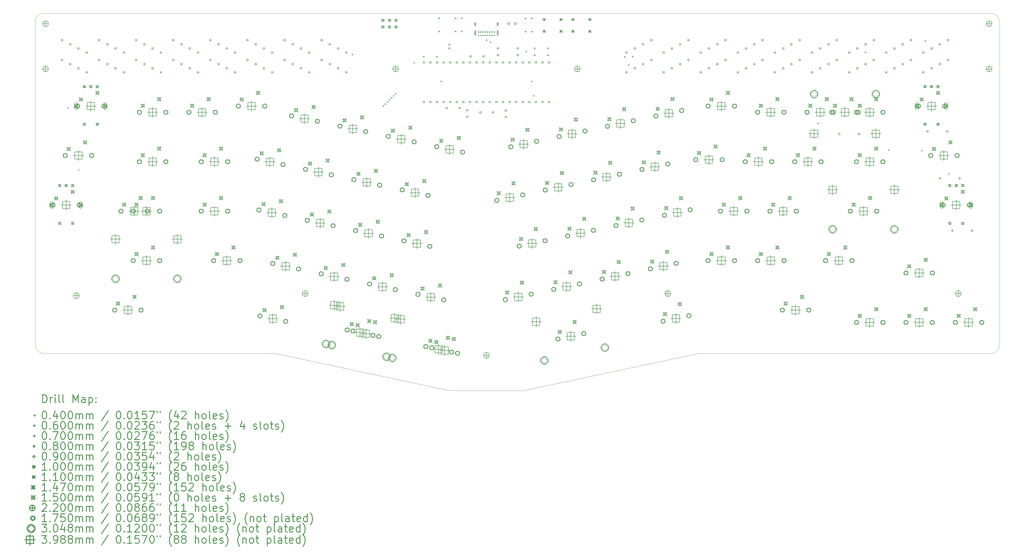
<source format=gbr>
%FSLAX45Y45*%
G04 Gerber Fmt 4.5, Leading zero omitted, Abs format (unit mm)*
G04 Created by KiCad (PCBNEW 5.1.10-88a1d61d58~90~ubuntu21.04.1) date 2021-09-18 02:20:47*
%MOMM*%
%LPD*%
G01*
G04 APERTURE LIST*
%TA.AperFunction,Profile*%
%ADD10C,0.050000*%
%TD*%
%ADD11C,0.200000*%
%ADD12C,0.300000*%
G04 APERTURE END LIST*
D10*
X2540000Y-8334375D02*
G75*
G02*
X2857500Y-8016875I317500J0D01*
G01*
X18494375Y-22542500D02*
X21351875Y-22542500D01*
X2857500Y-21113750D02*
G75*
G02*
X2540000Y-20796250I0J317500D01*
G01*
X39687500Y-20796250D02*
G75*
G02*
X39370000Y-21113750I-317500J0D01*
G01*
X39370000Y-8016875D02*
G75*
G02*
X39687500Y-8334375I0J-317500D01*
G01*
X28098750Y-21113750D02*
X21351875Y-22542500D01*
X39370000Y-21113750D02*
X28098750Y-21113750D01*
X11782425Y-21113750D02*
X18494375Y-22542500D01*
X2857500Y-21113750D02*
X11782425Y-21113750D01*
X39687500Y-8334375D02*
X39687500Y-20796250D01*
X2857500Y-8016875D02*
X39370000Y-8016875D01*
X2540000Y-8334375D02*
X2540000Y-20796250D01*
D11*
X3792540Y-11630980D02*
X3832540Y-11670980D01*
X3832540Y-11630980D02*
X3792540Y-11670980D01*
X4196400Y-14026200D02*
X4236400Y-14066200D01*
X4236400Y-14026200D02*
X4196400Y-14066200D01*
X14743750Y-9584375D02*
X14783750Y-9624375D01*
X14783750Y-9584375D02*
X14743750Y-9624375D01*
X15934375Y-11568750D02*
X15974375Y-11608750D01*
X15974375Y-11568750D02*
X15934375Y-11608750D01*
X16013750Y-11489375D02*
X16053750Y-11529375D01*
X16053750Y-11489375D02*
X16013750Y-11529375D01*
X16093125Y-11410000D02*
X16133125Y-11450000D01*
X16133125Y-11410000D02*
X16093125Y-11450000D01*
X16172500Y-11330625D02*
X16212500Y-11370625D01*
X16212500Y-11330625D02*
X16172500Y-11370625D01*
X16251875Y-11251250D02*
X16291875Y-11291250D01*
X16291875Y-11251250D02*
X16251875Y-11291250D01*
X16331250Y-11171875D02*
X16371250Y-11211875D01*
X16371250Y-11171875D02*
X16331250Y-11211875D01*
X16410625Y-11092500D02*
X16450625Y-11132500D01*
X16450625Y-11092500D02*
X16410625Y-11132500D01*
X17125000Y-9901875D02*
X17165000Y-9941875D01*
X17165000Y-9901875D02*
X17125000Y-9941875D01*
X18156875Y-10616250D02*
X18196875Y-10656250D01*
X18196875Y-10616250D02*
X18156875Y-10656250D01*
X19605125Y-8712500D02*
X19645125Y-8752500D01*
X19645125Y-8712500D02*
X19605125Y-8752500D01*
X19605625Y-8845000D02*
X19645625Y-8885000D01*
X19645625Y-8845000D02*
X19605625Y-8885000D01*
X19690125Y-8712500D02*
X19730125Y-8752500D01*
X19730125Y-8712500D02*
X19690125Y-8752500D01*
X19690625Y-8845000D02*
X19730625Y-8885000D01*
X19730625Y-8845000D02*
X19690625Y-8885000D01*
X19775125Y-8712500D02*
X19815125Y-8752500D01*
X19815125Y-8712500D02*
X19775125Y-8752500D01*
X19775625Y-8845000D02*
X19815625Y-8885000D01*
X19815625Y-8845000D02*
X19775625Y-8885000D01*
X19860125Y-8712500D02*
X19900125Y-8752500D01*
X19900125Y-8712500D02*
X19860125Y-8752500D01*
X19860625Y-8845000D02*
X19900625Y-8885000D01*
X19900625Y-8845000D02*
X19860625Y-8885000D01*
X19903125Y-9028750D02*
X19943125Y-9068750D01*
X19943125Y-9028750D02*
X19903125Y-9068750D01*
X19945125Y-8712500D02*
X19985125Y-8752500D01*
X19985125Y-8712500D02*
X19945125Y-8752500D01*
X19945625Y-8845000D02*
X19985625Y-8885000D01*
X19985625Y-8845000D02*
X19945625Y-8885000D01*
X20030125Y-8712500D02*
X20070125Y-8752500D01*
X20070125Y-8712500D02*
X20030125Y-8752500D01*
X20030625Y-8845000D02*
X20070625Y-8885000D01*
X20070625Y-8845000D02*
X20030625Y-8885000D01*
X20061875Y-9108125D02*
X20101875Y-9148125D01*
X20101875Y-9108125D02*
X20061875Y-9148125D01*
X20115125Y-8712500D02*
X20155125Y-8752500D01*
X20155125Y-8712500D02*
X20115125Y-8752500D01*
X20115625Y-8845000D02*
X20155625Y-8885000D01*
X20155625Y-8845000D02*
X20115625Y-8885000D01*
X20200625Y-8712500D02*
X20240625Y-8752500D01*
X20240625Y-8712500D02*
X20200625Y-8752500D01*
X20200625Y-8845000D02*
X20240625Y-8885000D01*
X20240625Y-8845000D02*
X20200625Y-8885000D01*
X21443000Y-9466900D02*
X21483000Y-9506900D01*
X21483000Y-9466900D02*
X21443000Y-9506900D01*
X21649375Y-10616250D02*
X21689375Y-10656250D01*
X21689375Y-10616250D02*
X21649375Y-10656250D01*
X21728750Y-11171875D02*
X21768750Y-11211875D01*
X21768750Y-11171875D02*
X21728750Y-11211875D01*
X25225933Y-9681133D02*
X25265933Y-9721133D01*
X25265933Y-9681133D02*
X25225933Y-9721133D01*
X25380000Y-9981250D02*
X25420000Y-10021250D01*
X25420000Y-9981250D02*
X25380000Y-10021250D01*
X25538750Y-9663750D02*
X25578750Y-9703750D01*
X25578750Y-9663750D02*
X25538750Y-9703750D01*
X32683140Y-12239282D02*
X32723140Y-12279282D01*
X32723140Y-12239282D02*
X32683140Y-12279282D01*
X34508125Y-9505000D02*
X34548125Y-9545000D01*
X34548125Y-9505000D02*
X34508125Y-9545000D01*
X35403237Y-13263890D02*
X35443237Y-13303890D01*
X35443237Y-13263890D02*
X35403237Y-13303890D01*
X36676650Y-13289600D02*
X36716650Y-13329600D01*
X36716650Y-13289600D02*
X36676650Y-13329600D01*
X36810000Y-9059230D02*
X36850000Y-9099230D01*
X36850000Y-9059230D02*
X36810000Y-9099230D01*
X37718050Y-14178600D02*
X37758050Y-14218600D01*
X37758050Y-14178600D02*
X37718050Y-14218600D01*
X18524375Y-9216250D02*
G75*
G03*
X18524375Y-9216250I-30000J0D01*
G01*
X18524375Y-9366250D02*
G75*
G03*
X18524375Y-9366250I-30000J0D01*
G01*
X19520625Y-8429000D02*
G75*
G03*
X19520625Y-8429000I-30000J0D01*
G01*
X19510625Y-8469000D02*
X19510625Y-8389000D01*
X19470625Y-8469000D02*
X19470625Y-8389000D01*
X19510625Y-8389000D02*
G75*
G03*
X19470625Y-8389000I-20000J0D01*
G01*
X19470625Y-8469000D02*
G75*
G03*
X19510625Y-8469000I20000J0D01*
G01*
X19520625Y-8767000D02*
G75*
G03*
X19520625Y-8767000I-30000J0D01*
G01*
X19510625Y-8842000D02*
X19510625Y-8692000D01*
X19470625Y-8842000D02*
X19470625Y-8692000D01*
X19510625Y-8692000D02*
G75*
G03*
X19470625Y-8692000I-20000J0D01*
G01*
X19470625Y-8842000D02*
G75*
G03*
X19510625Y-8842000I20000J0D01*
G01*
X20385625Y-8429000D02*
G75*
G03*
X20385625Y-8429000I-30000J0D01*
G01*
X20375625Y-8469000D02*
X20375625Y-8389000D01*
X20335625Y-8469000D02*
X20335625Y-8389000D01*
X20375625Y-8389000D02*
G75*
G03*
X20335625Y-8389000I-20000J0D01*
G01*
X20335625Y-8469000D02*
G75*
G03*
X20375625Y-8469000I20000J0D01*
G01*
X20385625Y-8767000D02*
G75*
G03*
X20385625Y-8767000I-30000J0D01*
G01*
X20375625Y-8842000D02*
X20375625Y-8692000D01*
X20335625Y-8842000D02*
X20335625Y-8692000D01*
X20375625Y-8692000D02*
G75*
G03*
X20335625Y-8692000I-20000J0D01*
G01*
X20335625Y-8842000D02*
G75*
G03*
X20375625Y-8842000I20000J0D01*
G01*
X17510125Y-9648750D02*
X17510125Y-9718750D01*
X17475125Y-9683750D02*
X17545125Y-9683750D01*
X18018125Y-9648750D02*
X18018125Y-9718750D01*
X17983125Y-9683750D02*
X18053125Y-9683750D01*
X18097500Y-8166025D02*
X18097500Y-8236025D01*
X18062500Y-8201025D02*
X18132500Y-8201025D01*
X18097500Y-8676025D02*
X18097500Y-8746025D01*
X18062500Y-8711025D02*
X18132500Y-8711025D01*
X18732500Y-8171900D02*
X18732500Y-8241900D01*
X18697500Y-8206900D02*
X18767500Y-8206900D01*
X18732500Y-8679900D02*
X18732500Y-8749900D01*
X18697500Y-8714900D02*
X18767500Y-8714900D01*
X18970625Y-8171900D02*
X18970625Y-8241900D01*
X18935625Y-8206900D02*
X19005625Y-8206900D01*
X18970625Y-8679900D02*
X18970625Y-8749900D01*
X18935625Y-8714900D02*
X19005625Y-8714900D01*
X21431250Y-8178725D02*
X21431250Y-8248725D01*
X21396250Y-8213725D02*
X21466250Y-8213725D01*
X21431250Y-8686725D02*
X21431250Y-8756725D01*
X21396250Y-8721725D02*
X21466250Y-8721725D01*
X21669375Y-8178725D02*
X21669375Y-8248725D01*
X21634375Y-8213725D02*
X21704375Y-8213725D01*
X21669375Y-8686725D02*
X21669375Y-8756725D01*
X21634375Y-8721725D02*
X21704375Y-8721725D01*
X21780500Y-9324900D02*
X21780500Y-9394900D01*
X21745500Y-9359900D02*
X21815500Y-9359900D01*
X21780500Y-9588425D02*
X21780500Y-9658425D01*
X21745500Y-9623425D02*
X21815500Y-9623425D01*
X22288500Y-9324900D02*
X22288500Y-9394900D01*
X22253500Y-9359900D02*
X22323500Y-9359900D01*
X22288500Y-9588425D02*
X22288500Y-9658425D01*
X22253500Y-9623425D02*
X22323500Y-9623425D01*
X3600159Y-9077035D02*
X3600159Y-9020466D01*
X3543590Y-9020466D01*
X3543590Y-9077035D01*
X3600159Y-9077035D01*
X3600159Y-9839035D02*
X3600159Y-9782466D01*
X3543590Y-9782466D01*
X3543590Y-9839035D01*
X3600159Y-9839035D01*
X3917659Y-9235785D02*
X3917659Y-9179216D01*
X3861090Y-9179216D01*
X3861090Y-9235785D01*
X3917659Y-9235785D01*
X3917659Y-9997785D02*
X3917659Y-9941216D01*
X3861090Y-9941216D01*
X3861090Y-9997785D01*
X3917659Y-9997785D01*
X4235160Y-9394535D02*
X4235160Y-9337966D01*
X4178590Y-9337966D01*
X4178590Y-9394535D01*
X4235160Y-9394535D01*
X4235160Y-10156535D02*
X4235160Y-10099966D01*
X4178590Y-10099966D01*
X4178590Y-10156535D01*
X4235160Y-10156535D01*
X4552660Y-9553285D02*
X4552660Y-9496716D01*
X4496091Y-9496716D01*
X4496091Y-9553285D01*
X4552660Y-9553285D01*
X4552660Y-10315285D02*
X4552660Y-10258716D01*
X4496091Y-10258716D01*
X4496091Y-10315285D01*
X4552660Y-10315285D01*
X5028910Y-9077035D02*
X5028910Y-9020466D01*
X4972341Y-9020466D01*
X4972341Y-9077035D01*
X5028910Y-9077035D01*
X5028910Y-9839035D02*
X5028910Y-9782466D01*
X4972341Y-9782466D01*
X4972341Y-9839035D01*
X5028910Y-9839035D01*
X5346410Y-9235785D02*
X5346410Y-9179216D01*
X5289841Y-9179216D01*
X5289841Y-9235785D01*
X5346410Y-9235785D01*
X5346410Y-9997785D02*
X5346410Y-9941216D01*
X5289841Y-9941216D01*
X5289841Y-9997785D01*
X5346410Y-9997785D01*
X5663909Y-9394535D02*
X5663909Y-9337966D01*
X5607340Y-9337966D01*
X5607340Y-9394535D01*
X5663909Y-9394535D01*
X5663909Y-10156535D02*
X5663909Y-10099966D01*
X5607340Y-10099966D01*
X5607340Y-10156535D01*
X5663909Y-10156535D01*
X5981409Y-9553285D02*
X5981409Y-9496716D01*
X5924840Y-9496716D01*
X5924840Y-9553285D01*
X5981409Y-9553285D01*
X5981409Y-10315285D02*
X5981409Y-10258716D01*
X5924840Y-10258716D01*
X5924840Y-10315285D01*
X5981409Y-10315285D01*
X6457659Y-9077035D02*
X6457659Y-9020466D01*
X6401090Y-9020466D01*
X6401090Y-9077035D01*
X6457659Y-9077035D01*
X6457659Y-9839035D02*
X6457659Y-9782466D01*
X6401090Y-9782466D01*
X6401090Y-9839035D01*
X6457659Y-9839035D01*
X6775159Y-9235785D02*
X6775159Y-9179216D01*
X6718590Y-9179216D01*
X6718590Y-9235785D01*
X6775159Y-9235785D01*
X6775159Y-9997785D02*
X6775159Y-9941216D01*
X6718590Y-9941216D01*
X6718590Y-9997785D01*
X6775159Y-9997785D01*
X7092659Y-9394535D02*
X7092659Y-9337966D01*
X7036090Y-9337966D01*
X7036090Y-9394535D01*
X7092659Y-9394535D01*
X7092659Y-10156535D02*
X7092659Y-10099966D01*
X7036090Y-10099966D01*
X7036090Y-10156535D01*
X7092659Y-10156535D01*
X7410159Y-9553285D02*
X7410159Y-9496716D01*
X7353590Y-9496716D01*
X7353590Y-9553285D01*
X7410159Y-9553285D01*
X7410159Y-10315285D02*
X7410159Y-10258716D01*
X7353590Y-10258716D01*
X7353590Y-10315285D01*
X7410159Y-10315285D01*
X7886409Y-9077035D02*
X7886409Y-9020466D01*
X7829840Y-9020466D01*
X7829840Y-9077035D01*
X7886409Y-9077035D01*
X7886409Y-9839035D02*
X7886409Y-9782466D01*
X7829840Y-9782466D01*
X7829840Y-9839035D01*
X7886409Y-9839035D01*
X8203909Y-9235785D02*
X8203909Y-9179216D01*
X8147340Y-9179216D01*
X8147340Y-9235785D01*
X8203909Y-9235785D01*
X8203909Y-9997785D02*
X8203909Y-9941216D01*
X8147340Y-9941216D01*
X8147340Y-9997785D01*
X8203909Y-9997785D01*
X8521410Y-9394535D02*
X8521410Y-9337966D01*
X8464841Y-9337966D01*
X8464841Y-9394535D01*
X8521410Y-9394535D01*
X8521410Y-10156535D02*
X8521410Y-10099966D01*
X8464841Y-10099966D01*
X8464841Y-10156535D01*
X8521410Y-10156535D01*
X8838910Y-9553285D02*
X8838910Y-9496716D01*
X8782341Y-9496716D01*
X8782341Y-9553285D01*
X8838910Y-9553285D01*
X8838910Y-10315285D02*
X8838910Y-10258716D01*
X8782341Y-10258716D01*
X8782341Y-10315285D01*
X8838910Y-10315285D01*
X9315160Y-9077035D02*
X9315160Y-9020466D01*
X9258591Y-9020466D01*
X9258591Y-9077035D01*
X9315160Y-9077035D01*
X9315160Y-9839035D02*
X9315160Y-9782466D01*
X9258591Y-9782466D01*
X9258591Y-9839035D01*
X9315160Y-9839035D01*
X9632660Y-9235785D02*
X9632660Y-9179216D01*
X9576091Y-9179216D01*
X9576091Y-9235785D01*
X9632660Y-9235785D01*
X9632660Y-9997785D02*
X9632660Y-9941216D01*
X9576091Y-9941216D01*
X9576091Y-9997785D01*
X9632660Y-9997785D01*
X9950160Y-9394535D02*
X9950160Y-9337966D01*
X9893591Y-9337966D01*
X9893591Y-9394535D01*
X9950160Y-9394535D01*
X9950160Y-10156535D02*
X9950160Y-10099966D01*
X9893591Y-10099966D01*
X9893591Y-10156535D01*
X9950160Y-10156535D01*
X10267660Y-9553285D02*
X10267660Y-9496716D01*
X10211091Y-9496716D01*
X10211091Y-9553285D01*
X10267660Y-9553285D01*
X10267660Y-10315285D02*
X10267660Y-10258716D01*
X10211091Y-10258716D01*
X10211091Y-10315285D01*
X10267660Y-10315285D01*
X10743910Y-9077035D02*
X10743910Y-9020466D01*
X10687341Y-9020466D01*
X10687341Y-9077035D01*
X10743910Y-9077035D01*
X10743910Y-9839035D02*
X10743910Y-9782466D01*
X10687341Y-9782466D01*
X10687341Y-9839035D01*
X10743910Y-9839035D01*
X11061410Y-9235785D02*
X11061410Y-9179216D01*
X11004841Y-9179216D01*
X11004841Y-9235785D01*
X11061410Y-9235785D01*
X11061410Y-9997785D02*
X11061410Y-9941216D01*
X11004841Y-9941216D01*
X11004841Y-9997785D01*
X11061410Y-9997785D01*
X11378909Y-9394535D02*
X11378909Y-9337966D01*
X11322340Y-9337966D01*
X11322340Y-9394535D01*
X11378909Y-9394535D01*
X11378909Y-10156535D02*
X11378909Y-10099966D01*
X11322340Y-10099966D01*
X11322340Y-10156535D01*
X11378909Y-10156535D01*
X11696409Y-9553285D02*
X11696409Y-9496716D01*
X11639840Y-9496716D01*
X11639840Y-9553285D01*
X11696409Y-9553285D01*
X11696409Y-10315285D02*
X11696409Y-10258716D01*
X11639840Y-10258716D01*
X11639840Y-10315285D01*
X11696409Y-10315285D01*
X12172659Y-9077035D02*
X12172659Y-9020466D01*
X12116090Y-9020466D01*
X12116090Y-9077035D01*
X12172659Y-9077035D01*
X12172659Y-9839035D02*
X12172659Y-9782466D01*
X12116090Y-9782466D01*
X12116090Y-9839035D01*
X12172659Y-9839035D01*
X12490159Y-9235785D02*
X12490159Y-9179216D01*
X12433590Y-9179216D01*
X12433590Y-9235785D01*
X12490159Y-9235785D01*
X12490159Y-9997785D02*
X12490159Y-9941216D01*
X12433590Y-9941216D01*
X12433590Y-9997785D01*
X12490159Y-9997785D01*
X12807659Y-9394535D02*
X12807659Y-9337966D01*
X12751090Y-9337966D01*
X12751090Y-9394535D01*
X12807659Y-9394535D01*
X12807659Y-10156535D02*
X12807659Y-10099966D01*
X12751090Y-10099966D01*
X12751090Y-10156535D01*
X12807659Y-10156535D01*
X13125159Y-9553285D02*
X13125159Y-9496716D01*
X13068590Y-9496716D01*
X13068590Y-9553285D01*
X13125159Y-9553285D01*
X13125159Y-10315285D02*
X13125159Y-10258716D01*
X13068590Y-10258716D01*
X13068590Y-10315285D01*
X13125159Y-10315285D01*
X13601409Y-9077035D02*
X13601409Y-9020466D01*
X13544840Y-9020466D01*
X13544840Y-9077035D01*
X13601409Y-9077035D01*
X13601409Y-9839035D02*
X13601409Y-9782466D01*
X13544840Y-9782466D01*
X13544840Y-9839035D01*
X13601409Y-9839035D01*
X13918909Y-9235785D02*
X13918909Y-9179216D01*
X13862340Y-9179216D01*
X13862340Y-9235785D01*
X13918909Y-9235785D01*
X13918909Y-9997785D02*
X13918909Y-9941216D01*
X13862340Y-9941216D01*
X13862340Y-9997785D01*
X13918909Y-9997785D01*
X14236409Y-9394535D02*
X14236409Y-9337966D01*
X14179840Y-9337966D01*
X14179840Y-9394535D01*
X14236409Y-9394535D01*
X14236409Y-10156535D02*
X14236409Y-10099966D01*
X14179840Y-10099966D01*
X14179840Y-10156535D01*
X14236409Y-10156535D01*
X14553909Y-9553285D02*
X14553909Y-9496716D01*
X14497340Y-9496716D01*
X14497340Y-9553285D01*
X14553909Y-9553285D01*
X14553909Y-10315285D02*
X14553909Y-10258716D01*
X14497340Y-10258716D01*
X14497340Y-10315285D01*
X14553909Y-10315285D01*
X17541585Y-9934285D02*
X17541585Y-9877716D01*
X17485016Y-9877716D01*
X17485016Y-9934285D01*
X17541585Y-9934285D01*
X17541585Y-11458284D02*
X17541585Y-11401715D01*
X17485016Y-11401715D01*
X17485016Y-11458284D01*
X17541585Y-11458284D01*
X17795585Y-9934285D02*
X17795585Y-9877716D01*
X17739016Y-9877716D01*
X17739016Y-9934285D01*
X17795585Y-9934285D01*
X17795585Y-11458284D02*
X17795585Y-11401715D01*
X17739016Y-11401715D01*
X17739016Y-11458284D01*
X17795585Y-11458284D01*
X18049585Y-9934285D02*
X18049585Y-9877716D01*
X17993016Y-9877716D01*
X17993016Y-9934285D01*
X18049585Y-9934285D01*
X18049585Y-11458284D02*
X18049585Y-11401715D01*
X17993016Y-11401715D01*
X17993016Y-11458284D01*
X18049585Y-11458284D01*
X18303585Y-9934285D02*
X18303585Y-9877716D01*
X18247016Y-9877716D01*
X18247016Y-9934285D01*
X18303585Y-9934285D01*
X18303585Y-11458284D02*
X18303585Y-11401715D01*
X18247016Y-11401715D01*
X18247016Y-11458284D01*
X18303585Y-11458284D01*
X18419535Y-11696409D02*
X18419535Y-11639840D01*
X18362966Y-11639840D01*
X18362966Y-11696409D01*
X18419535Y-11696409D01*
X18557585Y-9934285D02*
X18557585Y-9877716D01*
X18501016Y-9877716D01*
X18501016Y-9934285D01*
X18557585Y-9934285D01*
X18557585Y-11458284D02*
X18557585Y-11401715D01*
X18501016Y-11401715D01*
X18501016Y-11458284D01*
X18557585Y-11458284D01*
X18811585Y-9934285D02*
X18811585Y-9877716D01*
X18755016Y-9877716D01*
X18755016Y-9934285D01*
X18811585Y-9934285D01*
X18811585Y-11458284D02*
X18811585Y-11401715D01*
X18755016Y-11401715D01*
X18755016Y-11458284D01*
X18811585Y-11458284D01*
X18919535Y-11696409D02*
X18919535Y-11639840D01*
X18862966Y-11639840D01*
X18862966Y-11696409D01*
X18919535Y-11696409D01*
X19065585Y-9934285D02*
X19065585Y-9877716D01*
X19009016Y-9877716D01*
X19009016Y-9934285D01*
X19065585Y-9934285D01*
X19065585Y-11458284D02*
X19065585Y-11401715D01*
X19009016Y-11401715D01*
X19009016Y-11458284D01*
X19065585Y-11458284D01*
X19211635Y-11775784D02*
X19211635Y-11719215D01*
X19155066Y-11719215D01*
X19155066Y-11775784D01*
X19211635Y-11775784D01*
X19211635Y-12025784D02*
X19211635Y-11969215D01*
X19155066Y-11969215D01*
X19155066Y-12025784D01*
X19211635Y-12025784D01*
X19319585Y-9934285D02*
X19319585Y-9877716D01*
X19263016Y-9877716D01*
X19263016Y-9934285D01*
X19319585Y-9934285D01*
X19319585Y-11458284D02*
X19319585Y-11401715D01*
X19263016Y-11401715D01*
X19263016Y-11458284D01*
X19319585Y-11458284D01*
X19340285Y-9702510D02*
X19340285Y-9645941D01*
X19283716Y-9645941D01*
X19283716Y-9702510D01*
X19340285Y-9702510D01*
X19573585Y-9934285D02*
X19573585Y-9877716D01*
X19517016Y-9877716D01*
X19517016Y-9934285D01*
X19573585Y-9934285D01*
X19573585Y-11458284D02*
X19573585Y-11401715D01*
X19517016Y-11401715D01*
X19517016Y-11458284D01*
X19573585Y-11458284D01*
X19714235Y-11861509D02*
X19714235Y-11804940D01*
X19657666Y-11804940D01*
X19657666Y-11861509D01*
X19714235Y-11861509D01*
X19827585Y-9934285D02*
X19827585Y-9877716D01*
X19771016Y-9877716D01*
X19771016Y-9934285D01*
X19827585Y-9934285D01*
X19827585Y-11458284D02*
X19827585Y-11401715D01*
X19771016Y-11401715D01*
X19771016Y-11458284D01*
X19827585Y-11458284D01*
X19840285Y-9702510D02*
X19840285Y-9645941D01*
X19783716Y-9645941D01*
X19783716Y-9702510D01*
X19840285Y-9702510D01*
X20081585Y-9934285D02*
X20081585Y-9877716D01*
X20025016Y-9877716D01*
X20025016Y-9934285D01*
X20081585Y-9934285D01*
X20081585Y-11458284D02*
X20081585Y-11401715D01*
X20025016Y-11401715D01*
X20025016Y-11458284D01*
X20081585Y-11458284D01*
X20202235Y-11861509D02*
X20202235Y-11804940D01*
X20145666Y-11804940D01*
X20145666Y-11861509D01*
X20202235Y-11861509D01*
X20335585Y-9934285D02*
X20335585Y-9877716D01*
X20279016Y-9877716D01*
X20279016Y-9934285D01*
X20335585Y-9934285D01*
X20335585Y-11458284D02*
X20335585Y-11401715D01*
X20279016Y-11401715D01*
X20279016Y-11458284D01*
X20335585Y-11458284D01*
X20392735Y-9391360D02*
X20392735Y-9334791D01*
X20336166Y-9334791D01*
X20336166Y-9391360D01*
X20392735Y-9391360D01*
X20392735Y-9651710D02*
X20392735Y-9595141D01*
X20336166Y-9595141D01*
X20336166Y-9651710D01*
X20392735Y-9651710D01*
X20589585Y-9934285D02*
X20589585Y-9877716D01*
X20533016Y-9877716D01*
X20533016Y-9934285D01*
X20589585Y-9934285D01*
X20589585Y-11458284D02*
X20589585Y-11401715D01*
X20533016Y-11401715D01*
X20533016Y-11458284D01*
X20589585Y-11458284D01*
X20697535Y-11785309D02*
X20697535Y-11728740D01*
X20640966Y-11728740D01*
X20640966Y-11785309D01*
X20697535Y-11785309D01*
X20697535Y-12035309D02*
X20697535Y-11978740D01*
X20640966Y-11978740D01*
X20640966Y-12035309D01*
X20697535Y-12035309D01*
X20843585Y-9934285D02*
X20843585Y-9877716D01*
X20787016Y-9877716D01*
X20787016Y-9934285D01*
X20843585Y-9934285D01*
X20843585Y-11458284D02*
X20843585Y-11401715D01*
X20787016Y-11401715D01*
X20787016Y-11458284D01*
X20843585Y-11458284D01*
X21097585Y-9934285D02*
X21097585Y-9877716D01*
X21041016Y-9877716D01*
X21041016Y-9934285D01*
X21097585Y-9934285D01*
X21097585Y-11458284D02*
X21097585Y-11401715D01*
X21041016Y-11401715D01*
X21041016Y-11458284D01*
X21097585Y-11458284D01*
X21154735Y-9391360D02*
X21154735Y-9334791D01*
X21098166Y-9334791D01*
X21098166Y-9391360D01*
X21154735Y-9391360D01*
X21154735Y-9651710D02*
X21154735Y-9595141D01*
X21098166Y-9595141D01*
X21098166Y-9651710D01*
X21154735Y-9651710D01*
X21351585Y-9934285D02*
X21351585Y-9877716D01*
X21295016Y-9877716D01*
X21295016Y-9934285D01*
X21351585Y-9934285D01*
X21351585Y-11458284D02*
X21351585Y-11401715D01*
X21295016Y-11401715D01*
X21295016Y-11458284D01*
X21351585Y-11458284D01*
X21605585Y-9934285D02*
X21605585Y-9877716D01*
X21549016Y-9877716D01*
X21549016Y-9934285D01*
X21605585Y-9934285D01*
X21605585Y-11458284D02*
X21605585Y-11401715D01*
X21549016Y-11401715D01*
X21549016Y-11458284D01*
X21605585Y-11458284D01*
X21859585Y-9934285D02*
X21859585Y-9877716D01*
X21803016Y-9877716D01*
X21803016Y-9934285D01*
X21859585Y-9934285D01*
X21859585Y-11458284D02*
X21859585Y-11401715D01*
X21803016Y-11401715D01*
X21803016Y-11458284D01*
X21859585Y-11458284D01*
X22113585Y-9934285D02*
X22113585Y-9877716D01*
X22057016Y-9877716D01*
X22057016Y-9934285D01*
X22113585Y-9934285D01*
X22113585Y-11458284D02*
X22113585Y-11401715D01*
X22057016Y-11401715D01*
X22057016Y-11458284D01*
X22113585Y-11458284D01*
X22367585Y-9934285D02*
X22367585Y-9877716D01*
X22311016Y-9877716D01*
X22311016Y-9934285D01*
X22367585Y-9934285D01*
X22367585Y-11458284D02*
X22367585Y-11401715D01*
X22311016Y-11401715D01*
X22311016Y-11458284D01*
X22367585Y-11458284D01*
X25348909Y-9553285D02*
X25348909Y-9496716D01*
X25292340Y-9496716D01*
X25292340Y-9553285D01*
X25348909Y-9553285D01*
X25348909Y-10315285D02*
X25348909Y-10258716D01*
X25292340Y-10258716D01*
X25292340Y-10315285D01*
X25348909Y-10315285D01*
X25666409Y-9394535D02*
X25666409Y-9337966D01*
X25609840Y-9337966D01*
X25609840Y-9394535D01*
X25666409Y-9394535D01*
X25666409Y-10156535D02*
X25666409Y-10099966D01*
X25609840Y-10099966D01*
X25609840Y-10156535D01*
X25666409Y-10156535D01*
X25983909Y-9235785D02*
X25983909Y-9179216D01*
X25927340Y-9179216D01*
X25927340Y-9235785D01*
X25983909Y-9235785D01*
X25983909Y-9997785D02*
X25983909Y-9941216D01*
X25927340Y-9941216D01*
X25927340Y-9997785D01*
X25983909Y-9997785D01*
X26301409Y-9077035D02*
X26301409Y-9020466D01*
X26244840Y-9020466D01*
X26244840Y-9077035D01*
X26301409Y-9077035D01*
X26301409Y-9839035D02*
X26301409Y-9782466D01*
X26244840Y-9782466D01*
X26244840Y-9839035D01*
X26301409Y-9839035D01*
X26777659Y-9553285D02*
X26777659Y-9496716D01*
X26721090Y-9496716D01*
X26721090Y-9553285D01*
X26777659Y-9553285D01*
X26777659Y-10315285D02*
X26777659Y-10258716D01*
X26721090Y-10258716D01*
X26721090Y-10315285D01*
X26777659Y-10315285D01*
X27095159Y-9394535D02*
X27095159Y-9337966D01*
X27038590Y-9337966D01*
X27038590Y-9394535D01*
X27095159Y-9394535D01*
X27095159Y-10156535D02*
X27095159Y-10099966D01*
X27038590Y-10099966D01*
X27038590Y-10156535D01*
X27095159Y-10156535D01*
X27412659Y-9235785D02*
X27412659Y-9179216D01*
X27356090Y-9179216D01*
X27356090Y-9235785D01*
X27412659Y-9235785D01*
X27412659Y-9997785D02*
X27412659Y-9941216D01*
X27356090Y-9941216D01*
X27356090Y-9997785D01*
X27412659Y-9997785D01*
X27730159Y-9077035D02*
X27730159Y-9020466D01*
X27673590Y-9020466D01*
X27673590Y-9077035D01*
X27730159Y-9077035D01*
X27730159Y-9839035D02*
X27730159Y-9782466D01*
X27673590Y-9782466D01*
X27673590Y-9839035D01*
X27730159Y-9839035D01*
X28206409Y-9553285D02*
X28206409Y-9496716D01*
X28149840Y-9496716D01*
X28149840Y-9553285D01*
X28206409Y-9553285D01*
X28206409Y-10315285D02*
X28206409Y-10258716D01*
X28149840Y-10258716D01*
X28149840Y-10315285D01*
X28206409Y-10315285D01*
X28523909Y-9394535D02*
X28523909Y-9337966D01*
X28467340Y-9337966D01*
X28467340Y-9394535D01*
X28523909Y-9394535D01*
X28523909Y-10156535D02*
X28523909Y-10099966D01*
X28467340Y-10099966D01*
X28467340Y-10156535D01*
X28523909Y-10156535D01*
X28841409Y-9235785D02*
X28841409Y-9179216D01*
X28784840Y-9179216D01*
X28784840Y-9235785D01*
X28841409Y-9235785D01*
X28841409Y-9997785D02*
X28841409Y-9941216D01*
X28784840Y-9941216D01*
X28784840Y-9997785D01*
X28841409Y-9997785D01*
X29158909Y-9077035D02*
X29158909Y-9020466D01*
X29102340Y-9020466D01*
X29102340Y-9077035D01*
X29158909Y-9077035D01*
X29158909Y-9839035D02*
X29158909Y-9782466D01*
X29102340Y-9782466D01*
X29102340Y-9839035D01*
X29158909Y-9839035D01*
X29635159Y-9553285D02*
X29635159Y-9496716D01*
X29578590Y-9496716D01*
X29578590Y-9553285D01*
X29635159Y-9553285D01*
X29635159Y-10315285D02*
X29635159Y-10258716D01*
X29578590Y-10258716D01*
X29578590Y-10315285D01*
X29635159Y-10315285D01*
X29952659Y-9394535D02*
X29952659Y-9337966D01*
X29896090Y-9337966D01*
X29896090Y-9394535D01*
X29952659Y-9394535D01*
X29952659Y-10156535D02*
X29952659Y-10099966D01*
X29896090Y-10099966D01*
X29896090Y-10156535D01*
X29952659Y-10156535D01*
X30270159Y-9235785D02*
X30270159Y-9179216D01*
X30213590Y-9179216D01*
X30213590Y-9235785D01*
X30270159Y-9235785D01*
X30270159Y-9997785D02*
X30270159Y-9941216D01*
X30213590Y-9941216D01*
X30213590Y-9997785D01*
X30270159Y-9997785D01*
X30587659Y-9077035D02*
X30587659Y-9020466D01*
X30531090Y-9020466D01*
X30531090Y-9077035D01*
X30587659Y-9077035D01*
X30587659Y-9839035D02*
X30587659Y-9782466D01*
X30531090Y-9782466D01*
X30531090Y-9839035D01*
X30587659Y-9839035D01*
X31063909Y-9553285D02*
X31063909Y-9496716D01*
X31007340Y-9496716D01*
X31007340Y-9553285D01*
X31063909Y-9553285D01*
X31063909Y-10315285D02*
X31063909Y-10258716D01*
X31007340Y-10258716D01*
X31007340Y-10315285D01*
X31063909Y-10315285D01*
X31381409Y-9394535D02*
X31381409Y-9337966D01*
X31324840Y-9337966D01*
X31324840Y-9394535D01*
X31381409Y-9394535D01*
X31381409Y-10156535D02*
X31381409Y-10099966D01*
X31324840Y-10099966D01*
X31324840Y-10156535D01*
X31381409Y-10156535D01*
X31698909Y-9235785D02*
X31698909Y-9179216D01*
X31642340Y-9179216D01*
X31642340Y-9235785D01*
X31698909Y-9235785D01*
X31698909Y-9997785D02*
X31698909Y-9941216D01*
X31642340Y-9941216D01*
X31642340Y-9997785D01*
X31698909Y-9997785D01*
X32016409Y-9077035D02*
X32016409Y-9020466D01*
X31959840Y-9020466D01*
X31959840Y-9077035D01*
X32016409Y-9077035D01*
X32016409Y-9839035D02*
X32016409Y-9782466D01*
X31959840Y-9782466D01*
X31959840Y-9839035D01*
X32016409Y-9839035D01*
X32492659Y-9553285D02*
X32492659Y-9496716D01*
X32436090Y-9496716D01*
X32436090Y-9553285D01*
X32492659Y-9553285D01*
X32492659Y-10315285D02*
X32492659Y-10258716D01*
X32436090Y-10258716D01*
X32436090Y-10315285D01*
X32492659Y-10315285D01*
X32810159Y-9394535D02*
X32810159Y-9337966D01*
X32753590Y-9337966D01*
X32753590Y-9394535D01*
X32810159Y-9394535D01*
X32810159Y-10156535D02*
X32810159Y-10099966D01*
X32753590Y-10099966D01*
X32753590Y-10156535D01*
X32810159Y-10156535D01*
X33127659Y-9235785D02*
X33127659Y-9179216D01*
X33071090Y-9179216D01*
X33071090Y-9235785D01*
X33127659Y-9235785D01*
X33127659Y-9997785D02*
X33127659Y-9941216D01*
X33071090Y-9941216D01*
X33071090Y-9997785D01*
X33127659Y-9997785D01*
X33445159Y-9077035D02*
X33445159Y-9020466D01*
X33388590Y-9020466D01*
X33388590Y-9077035D01*
X33445159Y-9077035D01*
X33445159Y-9839035D02*
X33445159Y-9782466D01*
X33388590Y-9782466D01*
X33388590Y-9839035D01*
X33445159Y-9839035D01*
X33543584Y-12690184D02*
X33543584Y-12633615D01*
X33487015Y-12633615D01*
X33487015Y-12690184D01*
X33543584Y-12690184D01*
X33921410Y-9553285D02*
X33921410Y-9496716D01*
X33864841Y-9496716D01*
X33864841Y-9553285D01*
X33921410Y-9553285D01*
X33921410Y-10315285D02*
X33921410Y-10258716D01*
X33864841Y-10258716D01*
X33864841Y-10315285D01*
X33921410Y-10315285D01*
X34238910Y-9394535D02*
X34238910Y-9337966D01*
X34182341Y-9337966D01*
X34182341Y-9394535D01*
X34238910Y-9394535D01*
X34238910Y-10156535D02*
X34238910Y-10099966D01*
X34182341Y-10099966D01*
X34182341Y-10156535D01*
X34238910Y-10156535D01*
X34305585Y-12690184D02*
X34305585Y-12633615D01*
X34249016Y-12633615D01*
X34249016Y-12690184D01*
X34305585Y-12690184D01*
X34556410Y-9235785D02*
X34556410Y-9179216D01*
X34499841Y-9179216D01*
X34499841Y-9235785D01*
X34556410Y-9235785D01*
X34556410Y-9997785D02*
X34556410Y-9941216D01*
X34499841Y-9941216D01*
X34499841Y-9997785D01*
X34556410Y-9997785D01*
X34873910Y-9077035D02*
X34873910Y-9020466D01*
X34817341Y-9020466D01*
X34817341Y-9077035D01*
X34873910Y-9077035D01*
X34873910Y-9839035D02*
X34873910Y-9782466D01*
X34817341Y-9782466D01*
X34817341Y-9839035D01*
X34873910Y-9839035D01*
X35350160Y-9553285D02*
X35350160Y-9496716D01*
X35293591Y-9496716D01*
X35293591Y-9553285D01*
X35350160Y-9553285D01*
X35350160Y-10315285D02*
X35350160Y-10258716D01*
X35293591Y-10258716D01*
X35293591Y-10315285D01*
X35350160Y-10315285D01*
X35667660Y-9394535D02*
X35667660Y-9337966D01*
X35611091Y-9337966D01*
X35611091Y-9394535D01*
X35667660Y-9394535D01*
X35667660Y-10156535D02*
X35667660Y-10099966D01*
X35611091Y-10099966D01*
X35611091Y-10156535D01*
X35667660Y-10156535D01*
X35985160Y-9235785D02*
X35985160Y-9179216D01*
X35928591Y-9179216D01*
X35928591Y-9235785D01*
X35985160Y-9235785D01*
X35985160Y-9997785D02*
X35985160Y-9941216D01*
X35928591Y-9941216D01*
X35928591Y-9997785D01*
X35985160Y-9997785D01*
X36302660Y-9077035D02*
X36302660Y-9020466D01*
X36246091Y-9020466D01*
X36246091Y-9077035D01*
X36302660Y-9077035D01*
X36302660Y-9839035D02*
X36302660Y-9782466D01*
X36246091Y-9782466D01*
X36246091Y-9839035D01*
X36302660Y-9839035D01*
X36779410Y-9553535D02*
X36779410Y-9496966D01*
X36722841Y-9496966D01*
X36722841Y-9553535D01*
X36779410Y-9553535D01*
X36779410Y-10315535D02*
X36779410Y-10258966D01*
X36722841Y-10258966D01*
X36722841Y-10315535D01*
X36779410Y-10315535D01*
X36940835Y-12588584D02*
X36940835Y-12532015D01*
X36884266Y-12532015D01*
X36884266Y-12588584D01*
X36940835Y-12588584D01*
X37095910Y-9394285D02*
X37095910Y-9337716D01*
X37039341Y-9337716D01*
X37039341Y-9394285D01*
X37095910Y-9394285D01*
X37095910Y-10156285D02*
X37095910Y-10099716D01*
X37039341Y-10099716D01*
X37039341Y-10156285D01*
X37095910Y-10156285D01*
X37413910Y-9235785D02*
X37413910Y-9179216D01*
X37357341Y-9179216D01*
X37357341Y-9235785D01*
X37413910Y-9235785D01*
X37413910Y-9997785D02*
X37413910Y-9941216D01*
X37357341Y-9941216D01*
X37357341Y-9997785D01*
X37413910Y-9997785D01*
X37417085Y-14398334D02*
X37417085Y-14341765D01*
X37360516Y-14341765D01*
X37360516Y-14398334D01*
X37417085Y-14398334D01*
X37702835Y-12588584D02*
X37702835Y-12532015D01*
X37646266Y-12532015D01*
X37646266Y-12588584D01*
X37702835Y-12588584D01*
X37731410Y-9077035D02*
X37731410Y-9020466D01*
X37674841Y-9020466D01*
X37674841Y-9077035D01*
X37731410Y-9077035D01*
X37731410Y-9839035D02*
X37731410Y-9782466D01*
X37674841Y-9782466D01*
X37674841Y-9839035D01*
X37731410Y-9839035D01*
X37899685Y-16411284D02*
X37899685Y-16354715D01*
X37843116Y-16354715D01*
X37843116Y-16411284D01*
X37899685Y-16411284D01*
X38179085Y-14398334D02*
X38179085Y-14341765D01*
X38122516Y-14341765D01*
X38122516Y-14398334D01*
X38179085Y-14398334D01*
X38661685Y-16411284D02*
X38661685Y-16354715D01*
X38605116Y-16354715D01*
X38605116Y-16411284D01*
X38661685Y-16411284D01*
X20780375Y-8458750D02*
X20825375Y-8413750D01*
X20780375Y-8368750D01*
X20735375Y-8413750D01*
X20780375Y-8458750D01*
X21034375Y-8458750D02*
X21079375Y-8413750D01*
X21034375Y-8368750D01*
X20989375Y-8413750D01*
X21034375Y-8458750D01*
X3432720Y-14600720D02*
X3532720Y-14700720D01*
X3532720Y-14600720D02*
X3432720Y-14700720D01*
X3532720Y-14650720D02*
G75*
G03*
X3532720Y-14650720I-50000J0D01*
G01*
X3432720Y-16050720D02*
X3532720Y-16150720D01*
X3532720Y-16050720D02*
X3432720Y-16150720D01*
X3532720Y-16100720D02*
G75*
G03*
X3532720Y-16100720I-50000J0D01*
G01*
X3682720Y-14600720D02*
X3782720Y-14700720D01*
X3782720Y-14600720D02*
X3682720Y-14700720D01*
X3782720Y-14650720D02*
G75*
G03*
X3782720Y-14650720I-50000J0D01*
G01*
X3932720Y-14600720D02*
X4032720Y-14700720D01*
X4032720Y-14600720D02*
X3932720Y-14700720D01*
X4032720Y-14650720D02*
G75*
G03*
X4032720Y-14650720I-50000J0D01*
G01*
X3932720Y-16050720D02*
X4032720Y-16150720D01*
X4032720Y-16050720D02*
X3932720Y-16150720D01*
X4032720Y-16100720D02*
G75*
G03*
X4032720Y-16100720I-50000J0D01*
G01*
X4382680Y-10788180D02*
X4482680Y-10888180D01*
X4482680Y-10788180D02*
X4382680Y-10888180D01*
X4482680Y-10838180D02*
G75*
G03*
X4482680Y-10838180I-50000J0D01*
G01*
X4382680Y-12238180D02*
X4482680Y-12338180D01*
X4482680Y-12238180D02*
X4382680Y-12338180D01*
X4482680Y-12288180D02*
G75*
G03*
X4482680Y-12288180I-50000J0D01*
G01*
X4632680Y-10788180D02*
X4732680Y-10888180D01*
X4732680Y-10788180D02*
X4632680Y-10888180D01*
X4732680Y-10838180D02*
G75*
G03*
X4732680Y-10838180I-50000J0D01*
G01*
X4882680Y-10788180D02*
X4982680Y-10888180D01*
X4982680Y-10788180D02*
X4882680Y-10888180D01*
X4982680Y-10838180D02*
G75*
G03*
X4982680Y-10838180I-50000J0D01*
G01*
X4882680Y-12238180D02*
X4982680Y-12338180D01*
X4982680Y-12238180D02*
X4882680Y-12338180D01*
X4982680Y-12288180D02*
G75*
G03*
X4982680Y-12288180I-50000J0D01*
G01*
X15885325Y-8234751D02*
X15985325Y-8334751D01*
X15985325Y-8234751D02*
X15885325Y-8334751D01*
X15985325Y-8284751D02*
G75*
G03*
X15985325Y-8284751I-50000J0D01*
G01*
X15885325Y-8488751D02*
X15985325Y-8588751D01*
X15985325Y-8488751D02*
X15885325Y-8588751D01*
X15985325Y-8538751D02*
G75*
G03*
X15985325Y-8538751I-50000J0D01*
G01*
X16139325Y-8234751D02*
X16239325Y-8334751D01*
X16239325Y-8234751D02*
X16139325Y-8334751D01*
X16239325Y-8284751D02*
G75*
G03*
X16239325Y-8284751I-50000J0D01*
G01*
X16139325Y-8488751D02*
X16239325Y-8588751D01*
X16239325Y-8488751D02*
X16139325Y-8588751D01*
X16239325Y-8538751D02*
G75*
G03*
X16239325Y-8538751I-50000J0D01*
G01*
X16393325Y-8234751D02*
X16493325Y-8334751D01*
X16493325Y-8234751D02*
X16393325Y-8334751D01*
X16493325Y-8284751D02*
G75*
G03*
X16493325Y-8284751I-50000J0D01*
G01*
X16393325Y-8488751D02*
X16493325Y-8588751D01*
X16493325Y-8488751D02*
X16393325Y-8588751D01*
X16493325Y-8538751D02*
G75*
G03*
X16493325Y-8538751I-50000J0D01*
G01*
X36767680Y-10785640D02*
X36867680Y-10885640D01*
X36867680Y-10785640D02*
X36767680Y-10885640D01*
X36867680Y-10835640D02*
G75*
G03*
X36867680Y-10835640I-50000J0D01*
G01*
X36767680Y-12235640D02*
X36867680Y-12335640D01*
X36867680Y-12235640D02*
X36767680Y-12335640D01*
X36867680Y-12285640D02*
G75*
G03*
X36867680Y-12285640I-50000J0D01*
G01*
X37017680Y-10785640D02*
X37117680Y-10885640D01*
X37117680Y-10785640D02*
X37017680Y-10885640D01*
X37117680Y-10835640D02*
G75*
G03*
X37117680Y-10835640I-50000J0D01*
G01*
X37267680Y-10785640D02*
X37367680Y-10885640D01*
X37367680Y-10785640D02*
X37267680Y-10885640D01*
X37367680Y-10835640D02*
G75*
G03*
X37367680Y-10835640I-50000J0D01*
G01*
X37267680Y-12235640D02*
X37367680Y-12335640D01*
X37367680Y-12235640D02*
X37267680Y-12335640D01*
X37367680Y-12285640D02*
G75*
G03*
X37367680Y-12285640I-50000J0D01*
G01*
X37722625Y-14600750D02*
X37822625Y-14700750D01*
X37822625Y-14600750D02*
X37722625Y-14700750D01*
X37822625Y-14650750D02*
G75*
G03*
X37822625Y-14650750I-50000J0D01*
G01*
X37722625Y-16050750D02*
X37822625Y-16150750D01*
X37822625Y-16050750D02*
X37722625Y-16150750D01*
X37822625Y-16100750D02*
G75*
G03*
X37822625Y-16100750I-50000J0D01*
G01*
X37972625Y-14600750D02*
X38072625Y-14700750D01*
X38072625Y-14600750D02*
X37972625Y-14700750D01*
X38072625Y-14650750D02*
G75*
G03*
X38072625Y-14650750I-50000J0D01*
G01*
X38222625Y-14600750D02*
X38322625Y-14700750D01*
X38322625Y-14600750D02*
X38222625Y-14700750D01*
X38322625Y-14650750D02*
G75*
G03*
X38322625Y-14650750I-50000J0D01*
G01*
X38222625Y-16050750D02*
X38322625Y-16150750D01*
X38322625Y-16050750D02*
X38222625Y-16150750D01*
X38322625Y-16100750D02*
G75*
G03*
X38322625Y-16100750I-50000J0D01*
G01*
X22090625Y-8200000D02*
X22200625Y-8310000D01*
X22200625Y-8200000D02*
X22090625Y-8310000D01*
X22145625Y-8200000D02*
X22145625Y-8310000D01*
X22090625Y-8255000D02*
X22200625Y-8255000D01*
X22090625Y-8650000D02*
X22200625Y-8760000D01*
X22200625Y-8650000D02*
X22090625Y-8760000D01*
X22145625Y-8650000D02*
X22145625Y-8760000D01*
X22090625Y-8705000D02*
X22200625Y-8705000D01*
X22740625Y-8200000D02*
X22850625Y-8310000D01*
X22850625Y-8200000D02*
X22740625Y-8310000D01*
X22795625Y-8200000D02*
X22795625Y-8310000D01*
X22740625Y-8255000D02*
X22850625Y-8255000D01*
X22740625Y-8650000D02*
X22850625Y-8760000D01*
X22850625Y-8650000D02*
X22740625Y-8760000D01*
X22795625Y-8650000D02*
X22795625Y-8760000D01*
X22740625Y-8705000D02*
X22850625Y-8705000D01*
X23201875Y-8200000D02*
X23311875Y-8310000D01*
X23311875Y-8200000D02*
X23201875Y-8310000D01*
X23256875Y-8200000D02*
X23256875Y-8310000D01*
X23201875Y-8255000D02*
X23311875Y-8255000D01*
X23201875Y-8650000D02*
X23311875Y-8760000D01*
X23311875Y-8650000D02*
X23201875Y-8760000D01*
X23256875Y-8650000D02*
X23256875Y-8760000D01*
X23201875Y-8705000D02*
X23311875Y-8705000D01*
X23851875Y-8200000D02*
X23961875Y-8310000D01*
X23961875Y-8200000D02*
X23851875Y-8310000D01*
X23906875Y-8200000D02*
X23906875Y-8310000D01*
X23851875Y-8255000D02*
X23961875Y-8255000D01*
X23851875Y-8650000D02*
X23961875Y-8760000D01*
X23961875Y-8650000D02*
X23851875Y-8760000D01*
X23906875Y-8650000D02*
X23906875Y-8760000D01*
X23851875Y-8705000D02*
X23961875Y-8705000D01*
X3276125Y-15071250D02*
X3423125Y-15218250D01*
X3423125Y-15071250D02*
X3276125Y-15218250D01*
X3401598Y-15196723D02*
X3401598Y-15092777D01*
X3297652Y-15092777D01*
X3297652Y-15196723D01*
X3401598Y-15196723D01*
X3752375Y-13166250D02*
X3899375Y-13313250D01*
X3899375Y-13166250D02*
X3752375Y-13313250D01*
X3877848Y-13291723D02*
X3877848Y-13187777D01*
X3773902Y-13187777D01*
X3773902Y-13291723D01*
X3877848Y-13291723D01*
X3911125Y-14817250D02*
X4058125Y-14964250D01*
X4058125Y-14817250D02*
X3911125Y-14964250D01*
X4036598Y-14942723D02*
X4036598Y-14838777D01*
X3932652Y-14838777D01*
X3932652Y-14942723D01*
X4036598Y-14942723D01*
X4228625Y-11261250D02*
X4375625Y-11408250D01*
X4375625Y-11261250D02*
X4228625Y-11408250D01*
X4354098Y-11386723D02*
X4354098Y-11282777D01*
X4250152Y-11282777D01*
X4250152Y-11386723D01*
X4354098Y-11386723D01*
X4387375Y-12912250D02*
X4534375Y-13059250D01*
X4534375Y-12912250D02*
X4387375Y-13059250D01*
X4512848Y-13037723D02*
X4512848Y-12933777D01*
X4408902Y-12933777D01*
X4408902Y-13037723D01*
X4512848Y-13037723D01*
X4863625Y-11007250D02*
X5010625Y-11154250D01*
X5010625Y-11007250D02*
X4863625Y-11154250D01*
X4989098Y-11132723D02*
X4989098Y-11028777D01*
X4885152Y-11028777D01*
X4885152Y-11132723D01*
X4989098Y-11132723D01*
X5657375Y-19119375D02*
X5804375Y-19266375D01*
X5804375Y-19119375D02*
X5657375Y-19266375D01*
X5782848Y-19244848D02*
X5782848Y-19140902D01*
X5678902Y-19140902D01*
X5678902Y-19244848D01*
X5782848Y-19244848D01*
X5895500Y-15309375D02*
X6042500Y-15456375D01*
X6042500Y-15309375D02*
X5895500Y-15456375D01*
X6020973Y-15434848D02*
X6020973Y-15330902D01*
X5917027Y-15330902D01*
X5917027Y-15434848D01*
X6020973Y-15434848D01*
X6292375Y-18865375D02*
X6439375Y-19012375D01*
X6439375Y-18865375D02*
X6292375Y-19012375D01*
X6417848Y-18990848D02*
X6417848Y-18886902D01*
X6313902Y-18886902D01*
X6313902Y-18990848D01*
X6417848Y-18990848D01*
X6371750Y-15309375D02*
X6518750Y-15456375D01*
X6518750Y-15309375D02*
X6371750Y-15456375D01*
X6497223Y-15434848D02*
X6497223Y-15330902D01*
X6393277Y-15330902D01*
X6393277Y-15434848D01*
X6497223Y-15434848D01*
X6371750Y-17214375D02*
X6518750Y-17361375D01*
X6518750Y-17214375D02*
X6371750Y-17361375D01*
X6497223Y-17339848D02*
X6497223Y-17235902D01*
X6393277Y-17235902D01*
X6393277Y-17339848D01*
X6497223Y-17339848D01*
X6530500Y-15055375D02*
X6677500Y-15202375D01*
X6677500Y-15055375D02*
X6530500Y-15202375D01*
X6655973Y-15180848D02*
X6655973Y-15076902D01*
X6552027Y-15076902D01*
X6552027Y-15180848D01*
X6655973Y-15180848D01*
X6609875Y-11499375D02*
X6756875Y-11646375D01*
X6756875Y-11499375D02*
X6609875Y-11646375D01*
X6735348Y-11624848D02*
X6735348Y-11520902D01*
X6631402Y-11520902D01*
X6631402Y-11624848D01*
X6735348Y-11624848D01*
X6609875Y-13404375D02*
X6756875Y-13551375D01*
X6756875Y-13404375D02*
X6609875Y-13551375D01*
X6735348Y-13529848D02*
X6735348Y-13425902D01*
X6631402Y-13425902D01*
X6631402Y-13529848D01*
X6735348Y-13529848D01*
X7006750Y-15055375D02*
X7153750Y-15202375D01*
X7153750Y-15055375D02*
X7006750Y-15202375D01*
X7132223Y-15180848D02*
X7132223Y-15076902D01*
X7028277Y-15076902D01*
X7028277Y-15180848D01*
X7132223Y-15180848D01*
X7006750Y-16960375D02*
X7153750Y-17107375D01*
X7153750Y-16960375D02*
X7006750Y-17107375D01*
X7132223Y-17085848D02*
X7132223Y-16981902D01*
X7028277Y-16981902D01*
X7028277Y-17085848D01*
X7132223Y-17085848D01*
X7244875Y-11245375D02*
X7391875Y-11392375D01*
X7391875Y-11245375D02*
X7244875Y-11392375D01*
X7370348Y-11370848D02*
X7370348Y-11266902D01*
X7266402Y-11266902D01*
X7266402Y-11370848D01*
X7370348Y-11370848D01*
X7244875Y-13150375D02*
X7391875Y-13297375D01*
X7391875Y-13150375D02*
X7244875Y-13297375D01*
X7370348Y-13275848D02*
X7370348Y-13171902D01*
X7266402Y-13171902D01*
X7266402Y-13275848D01*
X7370348Y-13275848D01*
X8514875Y-11499375D02*
X8661875Y-11646375D01*
X8661875Y-11499375D02*
X8514875Y-11646375D01*
X8640348Y-11624848D02*
X8640348Y-11520902D01*
X8536402Y-11520902D01*
X8536402Y-11624848D01*
X8640348Y-11624848D01*
X8991125Y-13404375D02*
X9138125Y-13551375D01*
X9138125Y-13404375D02*
X8991125Y-13551375D01*
X9116598Y-13529848D02*
X9116598Y-13425902D01*
X9012652Y-13425902D01*
X9012652Y-13529848D01*
X9116598Y-13529848D01*
X8991125Y-15309375D02*
X9138125Y-15456375D01*
X9138125Y-15309375D02*
X8991125Y-15456375D01*
X9116598Y-15434848D02*
X9116598Y-15330902D01*
X9012652Y-15330902D01*
X9012652Y-15434848D01*
X9116598Y-15434848D01*
X9149875Y-11245375D02*
X9296875Y-11392375D01*
X9296875Y-11245375D02*
X9149875Y-11392375D01*
X9275348Y-11370848D02*
X9275348Y-11266902D01*
X9171402Y-11266902D01*
X9171402Y-11370848D01*
X9275348Y-11370848D01*
X9467375Y-17214375D02*
X9614375Y-17361375D01*
X9614375Y-17214375D02*
X9467375Y-17361375D01*
X9592848Y-17339848D02*
X9592848Y-17235902D01*
X9488902Y-17235902D01*
X9488902Y-17339848D01*
X9592848Y-17339848D01*
X9626125Y-13150375D02*
X9773125Y-13297375D01*
X9773125Y-13150375D02*
X9626125Y-13297375D01*
X9751598Y-13275848D02*
X9751598Y-13171902D01*
X9647652Y-13171902D01*
X9647652Y-13275848D01*
X9751598Y-13275848D01*
X9626125Y-15055375D02*
X9773125Y-15202375D01*
X9773125Y-15055375D02*
X9626125Y-15202375D01*
X9751598Y-15180848D02*
X9751598Y-15076902D01*
X9647652Y-15076902D01*
X9647652Y-15180848D01*
X9751598Y-15180848D01*
X10102375Y-16960375D02*
X10249375Y-17107375D01*
X10249375Y-16960375D02*
X10102375Y-17107375D01*
X10227848Y-17085848D02*
X10227848Y-16981902D01*
X10123902Y-16981902D01*
X10123902Y-17085848D01*
X10227848Y-17085848D01*
X10419875Y-11261250D02*
X10566875Y-11408250D01*
X10566875Y-11261250D02*
X10419875Y-11408250D01*
X10545348Y-11386723D02*
X10545348Y-11282777D01*
X10441402Y-11282777D01*
X10441402Y-11386723D01*
X10545348Y-11386723D01*
X11054875Y-11007250D02*
X11201875Y-11154250D01*
X11201875Y-11007250D02*
X11054875Y-11154250D01*
X11180348Y-11132723D02*
X11180348Y-11028777D01*
X11076402Y-11028777D01*
X11076402Y-11132723D01*
X11180348Y-11132723D01*
X11192192Y-13333731D02*
X11339192Y-13480731D01*
X11339192Y-13333731D02*
X11192192Y-13480731D01*
X11317665Y-13459204D02*
X11317665Y-13355258D01*
X11213719Y-13355258D01*
X11213719Y-13459204D01*
X11317665Y-13459204D01*
X11261963Y-15296120D02*
X11408963Y-15443120D01*
X11408963Y-15296120D02*
X11261963Y-15443120D01*
X11387436Y-15421593D02*
X11387436Y-15317647D01*
X11283490Y-15317647D01*
X11283490Y-15421593D01*
X11387436Y-15421593D01*
X11300160Y-19376179D02*
X11447160Y-19523179D01*
X11447160Y-19376179D02*
X11300160Y-19523179D01*
X11425633Y-19501652D02*
X11425633Y-19397707D01*
X11321687Y-19397707D01*
X11321687Y-19501652D01*
X11425633Y-19501652D01*
X11797577Y-17357527D02*
X11944577Y-17504527D01*
X11944577Y-17357527D02*
X11797577Y-17504527D01*
X11923049Y-17483000D02*
X11923049Y-17379054D01*
X11819104Y-17379054D01*
X11819104Y-17483000D01*
X11923049Y-17483000D01*
X11866125Y-13217305D02*
X12013125Y-13364305D01*
X12013125Y-13217305D02*
X11866125Y-13364305D01*
X11991598Y-13342778D02*
X11991598Y-13238833D01*
X11887652Y-13238833D01*
X11887652Y-13342778D01*
X11991598Y-13342778D01*
X11935896Y-15179694D02*
X12082896Y-15326694D01*
X12082896Y-15179694D02*
X11935896Y-15326694D01*
X12061369Y-15305167D02*
X12061369Y-15201222D01*
X11957423Y-15201222D01*
X11957423Y-15305167D01*
X12061369Y-15305167D01*
X11974094Y-19259754D02*
X12121094Y-19406754D01*
X12121094Y-19259754D02*
X11974094Y-19406754D01*
X12099566Y-19385227D02*
X12099566Y-19281281D01*
X11995621Y-19281281D01*
X11995621Y-19385227D01*
X12099566Y-19385227D01*
X12471510Y-17241102D02*
X12618510Y-17388102D01*
X12618510Y-17241102D02*
X12471510Y-17388102D01*
X12596983Y-17366574D02*
X12596983Y-17262629D01*
X12493037Y-17262629D01*
X12493037Y-17366574D01*
X12596983Y-17366574D01*
X12519949Y-11668396D02*
X12666949Y-11815396D01*
X12666949Y-11668396D02*
X12519949Y-11815396D01*
X12645422Y-11793868D02*
X12645422Y-11689923D01*
X12541476Y-11689923D01*
X12541476Y-11793868D01*
X12645422Y-11793868D01*
X13055563Y-13729803D02*
X13202563Y-13876803D01*
X13202563Y-13729803D02*
X13055563Y-13876803D01*
X13181036Y-13855276D02*
X13181036Y-13751330D01*
X13077090Y-13751330D01*
X13077090Y-13855276D01*
X13181036Y-13855276D01*
X13125334Y-15692192D02*
X13272334Y-15839192D01*
X13272334Y-15692192D02*
X13125334Y-15839192D01*
X13250807Y-15817665D02*
X13250807Y-15713719D01*
X13146861Y-15713719D01*
X13146861Y-15817665D01*
X13250807Y-15817665D01*
X13193882Y-11551970D02*
X13340882Y-11698970D01*
X13340882Y-11551970D02*
X13193882Y-11698970D01*
X13319355Y-11677443D02*
X13319355Y-11573497D01*
X13215410Y-11573497D01*
X13215410Y-11677443D01*
X13319355Y-11677443D01*
X13660948Y-17753599D02*
X13807948Y-17900599D01*
X13807948Y-17753599D02*
X13660948Y-17900599D01*
X13786421Y-17879072D02*
X13786421Y-17775126D01*
X13682475Y-17775126D01*
X13682475Y-17879072D01*
X13786421Y-17879072D01*
X13729496Y-13613377D02*
X13876496Y-13760377D01*
X13876496Y-13613377D02*
X13729496Y-13760377D01*
X13854969Y-13738850D02*
X13854969Y-13634904D01*
X13751023Y-13634904D01*
X13751023Y-13738850D01*
X13854969Y-13738850D01*
X13799267Y-15575766D02*
X13946267Y-15722766D01*
X13946267Y-15575766D02*
X13799267Y-15722766D01*
X13924740Y-15701239D02*
X13924740Y-15597293D01*
X13820794Y-15597293D01*
X13820794Y-15701239D01*
X13924740Y-15701239D01*
X14334881Y-17637173D02*
X14481881Y-17784173D01*
X14481881Y-17637173D02*
X14334881Y-17784173D01*
X14460354Y-17762646D02*
X14460354Y-17658701D01*
X14356408Y-17658701D01*
X14356408Y-17762646D01*
X14460354Y-17762646D01*
X14383320Y-12064467D02*
X14530320Y-12211467D01*
X14530320Y-12064467D02*
X14383320Y-12211467D01*
X14508793Y-12189940D02*
X14508793Y-12085995D01*
X14404847Y-12085995D01*
X14404847Y-12189940D01*
X14508793Y-12189940D01*
X14662404Y-19914024D02*
X14809404Y-20061024D01*
X14809404Y-19914024D02*
X14662404Y-20061024D01*
X14787877Y-20039497D02*
X14787877Y-19935551D01*
X14683932Y-19935551D01*
X14683932Y-20039497D01*
X14787877Y-20039497D01*
X14884735Y-19956936D02*
X15031735Y-20103936D01*
X15031735Y-19956936D02*
X14884735Y-20103936D01*
X15010208Y-20082409D02*
X15010208Y-19978463D01*
X14906262Y-19978463D01*
X14906262Y-20082409D01*
X15010208Y-20082409D01*
X14918934Y-14125874D02*
X15065934Y-14272874D01*
X15065934Y-14125874D02*
X14918934Y-14272874D01*
X15044407Y-14251347D02*
X15044407Y-14147402D01*
X14940461Y-14147402D01*
X14940461Y-14251347D01*
X15044407Y-14251347D01*
X14988705Y-16088264D02*
X15135705Y-16235264D01*
X15135705Y-16088264D02*
X14988705Y-16235264D01*
X15114178Y-16213736D02*
X15114178Y-16109791D01*
X15010232Y-16109791D01*
X15010232Y-16213736D01*
X15114178Y-16213736D01*
X15057254Y-11948042D02*
X15204254Y-12095042D01*
X15204254Y-11948042D02*
X15057254Y-12095042D01*
X15182726Y-12073515D02*
X15182726Y-11969569D01*
X15078781Y-11969569D01*
X15078781Y-12073515D01*
X15182726Y-12073515D01*
X15336338Y-19797598D02*
X15483338Y-19944598D01*
X15483338Y-19797598D02*
X15336338Y-19944598D01*
X15461810Y-19923071D02*
X15461810Y-19819126D01*
X15357865Y-19819126D01*
X15357865Y-19923071D01*
X15461810Y-19923071D01*
X15524319Y-18149671D02*
X15671319Y-18296671D01*
X15671319Y-18149671D02*
X15524319Y-18296671D01*
X15649792Y-18275144D02*
X15649792Y-18171198D01*
X15545846Y-18171198D01*
X15545846Y-18275144D01*
X15649792Y-18275144D01*
X15558669Y-19840511D02*
X15705669Y-19987511D01*
X15705669Y-19840511D02*
X15558669Y-19987511D01*
X15684141Y-19965983D02*
X15684141Y-19862038D01*
X15580196Y-19862038D01*
X15580196Y-19965983D01*
X15684141Y-19965983D01*
X15592867Y-14009449D02*
X15739867Y-14156449D01*
X15739867Y-14009449D02*
X15592867Y-14156449D01*
X15718340Y-14134922D02*
X15718340Y-14030976D01*
X15614395Y-14030976D01*
X15614395Y-14134922D01*
X15718340Y-14134922D01*
X15662638Y-15971838D02*
X15809638Y-16118838D01*
X15809638Y-15971838D02*
X15662638Y-16118838D01*
X15788111Y-16097311D02*
X15788111Y-15993365D01*
X15684166Y-15993365D01*
X15684166Y-16097311D01*
X15788111Y-16097311D01*
X16198252Y-18033245D02*
X16345252Y-18180245D01*
X16345252Y-18033245D02*
X16198252Y-18180245D01*
X16323725Y-18158718D02*
X16323725Y-18054772D01*
X16219779Y-18054772D01*
X16219779Y-18158718D01*
X16323725Y-18158718D01*
X16246691Y-12460539D02*
X16393691Y-12607539D01*
X16393691Y-12460539D02*
X16246691Y-12607539D01*
X16372164Y-12586012D02*
X16372164Y-12482066D01*
X16268219Y-12482066D01*
X16268219Y-12586012D01*
X16372164Y-12586012D01*
X16782305Y-14521946D02*
X16929305Y-14668946D01*
X16929305Y-14521946D02*
X16782305Y-14668946D01*
X16907778Y-14647419D02*
X16907778Y-14543473D01*
X16803833Y-14543473D01*
X16803833Y-14647419D01*
X16907778Y-14647419D01*
X16852076Y-16484335D02*
X16999076Y-16631335D01*
X16999076Y-16484335D02*
X16852076Y-16631335D01*
X16977549Y-16609808D02*
X16977549Y-16505863D01*
X16873604Y-16505863D01*
X16873604Y-16609808D01*
X16977549Y-16609808D01*
X16920625Y-12344114D02*
X17067625Y-12491114D01*
X17067625Y-12344114D02*
X16920625Y-12491114D01*
X17046098Y-12469586D02*
X17046098Y-12365641D01*
X16942152Y-12365641D01*
X16942152Y-12469586D01*
X17046098Y-12469586D01*
X17387690Y-18545743D02*
X17534690Y-18692743D01*
X17534690Y-18545743D02*
X17387690Y-18692743D01*
X17513163Y-18671215D02*
X17513163Y-18567270D01*
X17409217Y-18567270D01*
X17409217Y-18671215D01*
X17513163Y-18671215D01*
X17456239Y-14405521D02*
X17603239Y-14552521D01*
X17603239Y-14405521D02*
X17456239Y-14552521D01*
X17581711Y-14530993D02*
X17581711Y-14427048D01*
X17477766Y-14427048D01*
X17477766Y-14530993D01*
X17581711Y-14530993D01*
X17526010Y-16367910D02*
X17673010Y-16514910D01*
X17673010Y-16367910D02*
X17526010Y-16514910D01*
X17651483Y-16493383D02*
X17651483Y-16389437D01*
X17547537Y-16389437D01*
X17547537Y-16493383D01*
X17651483Y-16493383D01*
X17690383Y-20557641D02*
X17837383Y-20704641D01*
X17837383Y-20557641D02*
X17690383Y-20704641D01*
X17815855Y-20683113D02*
X17815855Y-20579168D01*
X17711910Y-20579168D01*
X17711910Y-20683113D01*
X17815855Y-20683113D01*
X17920035Y-20604636D02*
X18067035Y-20751636D01*
X18067035Y-20604636D02*
X17920035Y-20751636D01*
X18045508Y-20730109D02*
X18045508Y-20626163D01*
X17941563Y-20626163D01*
X17941563Y-20730109D01*
X18045508Y-20730109D01*
X18061624Y-18429317D02*
X18208624Y-18576317D01*
X18208624Y-18429317D02*
X18061624Y-18576317D01*
X18187096Y-18554790D02*
X18187096Y-18450844D01*
X18083151Y-18450844D01*
X18083151Y-18554790D01*
X18187096Y-18554790D01*
X18110063Y-12856611D02*
X18257063Y-13003611D01*
X18257063Y-12856611D02*
X18110063Y-13003611D01*
X18235536Y-12982084D02*
X18235536Y-12878138D01*
X18131590Y-12878138D01*
X18131590Y-12982084D01*
X18235536Y-12982084D01*
X18364316Y-20441215D02*
X18511316Y-20588215D01*
X18511316Y-20441215D02*
X18364316Y-20588215D01*
X18489789Y-20566688D02*
X18489789Y-20462742D01*
X18385843Y-20462742D01*
X18385843Y-20566688D01*
X18489789Y-20566688D01*
X18593969Y-20488211D02*
X18740969Y-20635211D01*
X18740969Y-20488211D02*
X18593969Y-20635211D01*
X18719441Y-20613683D02*
X18719441Y-20509738D01*
X18615496Y-20509738D01*
X18615496Y-20613683D01*
X18719441Y-20613683D01*
X18783996Y-12740185D02*
X18930996Y-12887185D01*
X18930996Y-12740185D02*
X18783996Y-12887185D01*
X18909469Y-12865658D02*
X18909469Y-12761713D01*
X18805523Y-12761713D01*
X18805523Y-12865658D01*
X18909469Y-12865658D01*
X20323526Y-14870540D02*
X20470526Y-15017540D01*
X20470526Y-14870540D02*
X20323526Y-15017540D01*
X20448999Y-14996013D02*
X20448999Y-14892068D01*
X20345053Y-14892068D01*
X20345053Y-14996013D01*
X20448999Y-14996013D01*
X20649827Y-18696301D02*
X20796827Y-18843301D01*
X20796827Y-18696301D02*
X20649827Y-18843301D01*
X20775300Y-18821774D02*
X20775300Y-18717828D01*
X20671354Y-18717828D01*
X20671354Y-18821774D01*
X20775300Y-18821774D01*
X20859140Y-12809133D02*
X21006140Y-12956133D01*
X21006140Y-12809133D02*
X20859140Y-12956133D01*
X20984613Y-12934606D02*
X20984613Y-12830661D01*
X20880667Y-12830661D01*
X20880667Y-12934606D01*
X20984613Y-12934606D01*
X20891840Y-14490067D02*
X21038840Y-14637067D01*
X21038840Y-14490067D02*
X20891840Y-14637067D01*
X21017313Y-14615540D02*
X21017313Y-14511594D01*
X20913368Y-14511594D01*
X20913368Y-14615540D01*
X21017313Y-14615540D01*
X21185441Y-16634894D02*
X21332441Y-16781894D01*
X21332441Y-16634894D02*
X21185441Y-16781894D01*
X21310914Y-16760367D02*
X21310914Y-16656421D01*
X21206968Y-16656421D01*
X21206968Y-16760367D01*
X21310914Y-16760367D01*
X21218141Y-18315827D02*
X21365141Y-18462827D01*
X21365141Y-18315827D02*
X21218141Y-18462827D01*
X21343614Y-18441300D02*
X21343614Y-18337355D01*
X21239668Y-18337355D01*
X21239668Y-18441300D01*
X21343614Y-18441300D01*
X21427454Y-12428660D02*
X21574454Y-12575660D01*
X21574454Y-12428660D02*
X21427454Y-12575660D01*
X21552927Y-12554133D02*
X21552927Y-12450187D01*
X21448981Y-12450187D01*
X21448981Y-12554133D01*
X21552927Y-12554133D01*
X21753755Y-16254420D02*
X21900755Y-16401420D01*
X21900755Y-16254420D02*
X21753755Y-16401420D01*
X21879228Y-16379893D02*
X21879228Y-16275947D01*
X21775282Y-16275947D01*
X21775282Y-16379893D01*
X21879228Y-16379893D01*
X22186897Y-14474469D02*
X22333897Y-14621469D01*
X22333897Y-14474469D02*
X22186897Y-14621469D01*
X22312370Y-14599942D02*
X22312370Y-14495996D01*
X22208425Y-14495996D01*
X22208425Y-14599942D01*
X22312370Y-14599942D01*
X22513198Y-18300229D02*
X22660198Y-18447229D01*
X22660198Y-18300229D02*
X22513198Y-18447229D01*
X22638671Y-18425702D02*
X22638671Y-18321756D01*
X22534725Y-18321756D01*
X22534725Y-18425702D01*
X22638671Y-18425702D01*
X22676348Y-20213109D02*
X22823348Y-20360109D01*
X22823348Y-20213109D02*
X22676348Y-20360109D01*
X22801821Y-20338582D02*
X22801821Y-20234636D01*
X22697876Y-20234636D01*
X22697876Y-20338582D01*
X22801821Y-20338582D01*
X22722511Y-12413062D02*
X22869511Y-12560062D01*
X22869511Y-12413062D02*
X22722511Y-12560062D01*
X22847984Y-12538534D02*
X22847984Y-12434589D01*
X22744038Y-12434589D01*
X22744038Y-12538534D01*
X22847984Y-12538534D01*
X22755211Y-14093995D02*
X22902211Y-14240995D01*
X22902211Y-14093995D02*
X22755211Y-14240995D01*
X22880684Y-14219468D02*
X22880684Y-14115522D01*
X22776739Y-14115522D01*
X22776739Y-14219468D01*
X22880684Y-14219468D01*
X23048812Y-16238822D02*
X23195812Y-16385822D01*
X23195812Y-16238822D02*
X23048812Y-16385822D01*
X23174285Y-16364295D02*
X23174285Y-16260349D01*
X23070339Y-16260349D01*
X23070339Y-16364295D01*
X23174285Y-16364295D01*
X23081512Y-17919756D02*
X23228512Y-18066756D01*
X23228512Y-17919756D02*
X23081512Y-18066756D01*
X23206985Y-18045228D02*
X23206985Y-17941283D01*
X23103039Y-17941283D01*
X23103039Y-18045228D01*
X23206985Y-18045228D01*
X23244663Y-19832636D02*
X23391663Y-19979636D01*
X23391663Y-19832636D02*
X23244663Y-19979636D01*
X23370135Y-19958109D02*
X23370135Y-19854163D01*
X23266190Y-19854163D01*
X23266190Y-19958109D01*
X23370135Y-19958109D01*
X23290825Y-12032588D02*
X23437825Y-12179588D01*
X23437825Y-12032588D02*
X23290825Y-12179588D01*
X23416298Y-12158061D02*
X23416298Y-12054115D01*
X23312352Y-12054115D01*
X23312352Y-12158061D01*
X23416298Y-12158061D01*
X23617126Y-15858348D02*
X23764126Y-16005348D01*
X23764126Y-15858348D02*
X23617126Y-16005348D01*
X23742599Y-15983821D02*
X23742599Y-15879876D01*
X23638653Y-15879876D01*
X23638653Y-15983821D01*
X23742599Y-15983821D01*
X24050268Y-14078397D02*
X24197268Y-14225397D01*
X24197268Y-14078397D02*
X24050268Y-14225397D01*
X24175741Y-14203870D02*
X24175741Y-14099924D01*
X24071796Y-14099924D01*
X24071796Y-14203870D01*
X24175741Y-14203870D01*
X24376569Y-17904157D02*
X24523569Y-18051157D01*
X24523569Y-17904157D02*
X24376569Y-18051157D01*
X24502042Y-18029630D02*
X24502042Y-17925685D01*
X24398096Y-17925685D01*
X24398096Y-18029630D01*
X24502042Y-18029630D01*
X24585882Y-12016990D02*
X24732882Y-12163990D01*
X24732882Y-12016990D02*
X24585882Y-12163990D01*
X24711355Y-12142463D02*
X24711355Y-12038517D01*
X24607409Y-12038517D01*
X24607409Y-12142463D01*
X24711355Y-12142463D01*
X24618583Y-13697923D02*
X24765583Y-13844923D01*
X24765583Y-13697923D02*
X24618583Y-13844923D01*
X24744055Y-13823396D02*
X24744055Y-13719451D01*
X24640110Y-13719451D01*
X24640110Y-13823396D01*
X24744055Y-13823396D01*
X24912183Y-15842750D02*
X25059183Y-15989750D01*
X25059183Y-15842750D02*
X24912183Y-15989750D01*
X25037656Y-15968223D02*
X25037656Y-15864277D01*
X24933710Y-15864277D01*
X24933710Y-15968223D01*
X25037656Y-15968223D01*
X24944883Y-17523684D02*
X25091883Y-17670684D01*
X25091883Y-17523684D02*
X24944883Y-17670684D01*
X25070356Y-17649157D02*
X25070356Y-17545211D01*
X24966411Y-17545211D01*
X24966411Y-17649157D01*
X25070356Y-17649157D01*
X25154196Y-11636516D02*
X25301196Y-11783516D01*
X25301196Y-11636516D02*
X25154196Y-11783516D01*
X25279669Y-11761989D02*
X25279669Y-11658044D01*
X25175724Y-11658044D01*
X25175724Y-11761989D01*
X25279669Y-11761989D01*
X25480497Y-15462277D02*
X25627497Y-15609277D01*
X25627497Y-15462277D02*
X25480497Y-15609277D01*
X25605970Y-15587749D02*
X25605970Y-15483804D01*
X25502024Y-15483804D01*
X25502024Y-15587749D01*
X25605970Y-15587749D01*
X25913640Y-13682325D02*
X26060640Y-13829325D01*
X26060640Y-13682325D02*
X25913640Y-13829325D01*
X26039112Y-13807798D02*
X26039112Y-13703852D01*
X25935167Y-13703852D01*
X25935167Y-13807798D01*
X26039112Y-13807798D01*
X26239940Y-17508086D02*
X26386940Y-17655086D01*
X26386940Y-17508086D02*
X26239940Y-17655086D01*
X26365413Y-17633558D02*
X26365413Y-17529613D01*
X26261468Y-17529613D01*
X26261468Y-17633558D01*
X26365413Y-17633558D01*
X26449253Y-11620918D02*
X26596253Y-11767918D01*
X26596253Y-11620918D02*
X26449253Y-11767918D01*
X26574726Y-11746391D02*
X26574726Y-11642445D01*
X26470781Y-11642445D01*
X26470781Y-11746391D01*
X26574726Y-11746391D01*
X26481954Y-13301852D02*
X26628954Y-13448852D01*
X26628954Y-13301852D02*
X26481954Y-13448852D01*
X26607427Y-13427324D02*
X26607427Y-13323379D01*
X26503481Y-13323379D01*
X26503481Y-13427324D01*
X26607427Y-13427324D01*
X26726641Y-19526738D02*
X26873641Y-19673738D01*
X26873641Y-19526738D02*
X26726641Y-19673738D01*
X26852114Y-19652210D02*
X26852114Y-19548265D01*
X26748168Y-19548265D01*
X26748168Y-19652210D01*
X26852114Y-19652210D01*
X26775554Y-15446678D02*
X26922554Y-15593678D01*
X26922554Y-15446678D02*
X26775554Y-15593678D01*
X26901027Y-15572151D02*
X26901027Y-15468206D01*
X26797081Y-15468206D01*
X26797081Y-15572151D01*
X26901027Y-15572151D01*
X26808255Y-17127612D02*
X26955255Y-17274612D01*
X26955255Y-17127612D02*
X26808255Y-17274612D01*
X26933727Y-17253085D02*
X26933727Y-17149139D01*
X26829782Y-17149139D01*
X26829782Y-17253085D01*
X26933727Y-17253085D01*
X27017568Y-11240445D02*
X27164568Y-11387445D01*
X27164568Y-11240445D02*
X27017568Y-11387445D01*
X27143040Y-11365917D02*
X27143040Y-11261972D01*
X27039095Y-11261972D01*
X27039095Y-11365917D01*
X27143040Y-11365917D01*
X27294955Y-19146264D02*
X27441955Y-19293264D01*
X27441955Y-19146264D02*
X27294955Y-19293264D01*
X27420428Y-19271737D02*
X27420428Y-19167791D01*
X27316483Y-19167791D01*
X27316483Y-19271737D01*
X27420428Y-19271737D01*
X27343868Y-15066205D02*
X27490868Y-15213205D01*
X27490868Y-15066205D02*
X27343868Y-15213205D01*
X27469341Y-15191678D02*
X27469341Y-15087732D01*
X27365396Y-15087732D01*
X27365396Y-15191678D01*
X27469341Y-15191678D01*
X28041125Y-13325000D02*
X28188125Y-13472000D01*
X28188125Y-13325000D02*
X28041125Y-13472000D01*
X28166598Y-13450473D02*
X28166598Y-13346527D01*
X28062652Y-13346527D01*
X28062652Y-13450473D01*
X28166598Y-13450473D01*
X28517375Y-11261250D02*
X28664375Y-11408250D01*
X28664375Y-11261250D02*
X28517375Y-11408250D01*
X28642848Y-11386723D02*
X28642848Y-11282777D01*
X28538902Y-11282777D01*
X28538902Y-11386723D01*
X28642848Y-11386723D01*
X28517375Y-17214375D02*
X28664375Y-17361375D01*
X28664375Y-17214375D02*
X28517375Y-17361375D01*
X28642848Y-17339848D02*
X28642848Y-17235902D01*
X28538902Y-17235902D01*
X28538902Y-17339848D01*
X28642848Y-17339848D01*
X28676125Y-13071000D02*
X28823125Y-13218000D01*
X28823125Y-13071000D02*
X28676125Y-13218000D01*
X28801598Y-13196473D02*
X28801598Y-13092527D01*
X28697652Y-13092527D01*
X28697652Y-13196473D01*
X28801598Y-13196473D01*
X28993625Y-15309375D02*
X29140625Y-15456375D01*
X29140625Y-15309375D02*
X28993625Y-15456375D01*
X29119098Y-15434848D02*
X29119098Y-15330902D01*
X29015152Y-15330902D01*
X29015152Y-15434848D01*
X29119098Y-15434848D01*
X29152375Y-11007250D02*
X29299375Y-11154250D01*
X29299375Y-11007250D02*
X29152375Y-11154250D01*
X29277848Y-11132723D02*
X29277848Y-11028777D01*
X29173902Y-11028777D01*
X29173902Y-11132723D01*
X29277848Y-11132723D01*
X29152375Y-16960375D02*
X29299375Y-17107375D01*
X29299375Y-16960375D02*
X29152375Y-17107375D01*
X29277848Y-17085848D02*
X29277848Y-16981902D01*
X29173902Y-16981902D01*
X29173902Y-17085848D01*
X29277848Y-17085848D01*
X29628625Y-15055375D02*
X29775625Y-15202375D01*
X29775625Y-15055375D02*
X29628625Y-15202375D01*
X29754098Y-15180848D02*
X29754098Y-15076902D01*
X29650152Y-15076902D01*
X29650152Y-15180848D01*
X29754098Y-15180848D01*
X29946125Y-13404375D02*
X30093125Y-13551375D01*
X30093125Y-13404375D02*
X29946125Y-13551375D01*
X30071598Y-13529848D02*
X30071598Y-13425902D01*
X29967652Y-13425902D01*
X29967652Y-13529848D01*
X30071598Y-13529848D01*
X30422375Y-11499375D02*
X30569375Y-11646375D01*
X30569375Y-11499375D02*
X30422375Y-11646375D01*
X30547848Y-11624848D02*
X30547848Y-11520902D01*
X30443902Y-11520902D01*
X30443902Y-11624848D01*
X30547848Y-11624848D01*
X30422375Y-17214375D02*
X30569375Y-17361375D01*
X30569375Y-17214375D02*
X30422375Y-17361375D01*
X30547848Y-17339848D02*
X30547848Y-17235902D01*
X30443902Y-17235902D01*
X30443902Y-17339848D01*
X30547848Y-17339848D01*
X30581125Y-13150375D02*
X30728125Y-13297375D01*
X30728125Y-13150375D02*
X30581125Y-13297375D01*
X30706598Y-13275848D02*
X30706598Y-13171902D01*
X30602652Y-13171902D01*
X30602652Y-13275848D01*
X30706598Y-13275848D01*
X30898625Y-15309375D02*
X31045625Y-15456375D01*
X31045625Y-15309375D02*
X30898625Y-15456375D01*
X31024098Y-15434848D02*
X31024098Y-15330902D01*
X30920152Y-15330902D01*
X30920152Y-15434848D01*
X31024098Y-15434848D01*
X31057375Y-11245375D02*
X31204375Y-11392375D01*
X31204375Y-11245375D02*
X31057375Y-11392375D01*
X31182848Y-11370848D02*
X31182848Y-11266902D01*
X31078902Y-11266902D01*
X31078902Y-11370848D01*
X31182848Y-11370848D01*
X31057375Y-16960375D02*
X31204375Y-17107375D01*
X31204375Y-16960375D02*
X31057375Y-17107375D01*
X31182848Y-17085848D02*
X31182848Y-16981902D01*
X31078902Y-16981902D01*
X31078902Y-17085848D01*
X31182848Y-17085848D01*
X31374875Y-19119375D02*
X31521875Y-19266375D01*
X31521875Y-19119375D02*
X31374875Y-19266375D01*
X31500348Y-19244848D02*
X31500348Y-19140902D01*
X31396402Y-19140902D01*
X31396402Y-19244848D01*
X31500348Y-19244848D01*
X31533625Y-15055375D02*
X31680625Y-15202375D01*
X31680625Y-15055375D02*
X31533625Y-15202375D01*
X31659098Y-15180848D02*
X31659098Y-15076902D01*
X31555152Y-15076902D01*
X31555152Y-15180848D01*
X31659098Y-15180848D01*
X31851125Y-13404375D02*
X31998125Y-13551375D01*
X31998125Y-13404375D02*
X31851125Y-13551375D01*
X31976598Y-13529848D02*
X31976598Y-13425902D01*
X31872652Y-13425902D01*
X31872652Y-13529848D01*
X31976598Y-13529848D01*
X32009875Y-18865375D02*
X32156875Y-19012375D01*
X32156875Y-18865375D02*
X32009875Y-19012375D01*
X32135348Y-18990848D02*
X32135348Y-18886902D01*
X32031402Y-18886902D01*
X32031402Y-18990848D01*
X32135348Y-18990848D01*
X32327375Y-11499375D02*
X32474375Y-11646375D01*
X32474375Y-11499375D02*
X32327375Y-11646375D01*
X32452848Y-11624848D02*
X32452848Y-11520902D01*
X32348902Y-11520902D01*
X32348902Y-11624848D01*
X32452848Y-11624848D01*
X32486125Y-13150375D02*
X32633125Y-13297375D01*
X32633125Y-13150375D02*
X32486125Y-13297375D01*
X32611598Y-13275848D02*
X32611598Y-13171902D01*
X32507652Y-13171902D01*
X32507652Y-13275848D01*
X32611598Y-13275848D01*
X32962375Y-11245375D02*
X33109375Y-11392375D01*
X33109375Y-11245375D02*
X32962375Y-11392375D01*
X33087848Y-11370848D02*
X33087848Y-11266902D01*
X32983902Y-11266902D01*
X32983902Y-11370848D01*
X33087848Y-11370848D01*
X33041750Y-17214375D02*
X33188750Y-17361375D01*
X33188750Y-17214375D02*
X33041750Y-17361375D01*
X33167223Y-17339848D02*
X33167223Y-17235902D01*
X33063277Y-17235902D01*
X33063277Y-17339848D01*
X33167223Y-17339848D01*
X33279875Y-11499375D02*
X33426875Y-11646375D01*
X33426875Y-11499375D02*
X33279875Y-11646375D01*
X33405348Y-11624848D02*
X33405348Y-11520902D01*
X33301402Y-11520902D01*
X33301402Y-11624848D01*
X33405348Y-11624848D01*
X33676750Y-16960375D02*
X33823750Y-17107375D01*
X33823750Y-16960375D02*
X33676750Y-17107375D01*
X33802223Y-17085848D02*
X33802223Y-16981902D01*
X33698277Y-16981902D01*
X33698277Y-17085848D01*
X33802223Y-17085848D01*
X33914875Y-11245375D02*
X34061875Y-11392375D01*
X34061875Y-11245375D02*
X33914875Y-11392375D01*
X34040348Y-11370848D02*
X34040348Y-11266902D01*
X33936402Y-11266902D01*
X33936402Y-11370848D01*
X34040348Y-11370848D01*
X33994250Y-15309375D02*
X34141250Y-15456375D01*
X34141250Y-15309375D02*
X33994250Y-15456375D01*
X34119723Y-15434848D02*
X34119723Y-15330902D01*
X34015777Y-15330902D01*
X34015777Y-15434848D01*
X34119723Y-15434848D01*
X34232375Y-11499375D02*
X34379375Y-11646375D01*
X34379375Y-11499375D02*
X34232375Y-11646375D01*
X34357848Y-11624848D02*
X34357848Y-11520902D01*
X34253902Y-11520902D01*
X34253902Y-11624848D01*
X34357848Y-11624848D01*
X34232375Y-13404375D02*
X34379375Y-13551375D01*
X34379375Y-13404375D02*
X34232375Y-13551375D01*
X34357848Y-13529848D02*
X34357848Y-13425902D01*
X34253902Y-13425902D01*
X34253902Y-13529848D01*
X34357848Y-13529848D01*
X34232375Y-19595625D02*
X34379375Y-19742625D01*
X34379375Y-19595625D02*
X34232375Y-19742625D01*
X34357848Y-19721098D02*
X34357848Y-19617152D01*
X34253902Y-19617152D01*
X34253902Y-19721098D01*
X34357848Y-19721098D01*
X34629250Y-15055375D02*
X34776250Y-15202375D01*
X34776250Y-15055375D02*
X34629250Y-15202375D01*
X34754723Y-15180848D02*
X34754723Y-15076902D01*
X34650777Y-15076902D01*
X34650777Y-15180848D01*
X34754723Y-15180848D01*
X34867375Y-11245375D02*
X35014375Y-11392375D01*
X35014375Y-11245375D02*
X34867375Y-11392375D01*
X34992848Y-11370848D02*
X34992848Y-11266902D01*
X34888902Y-11266902D01*
X34888902Y-11370848D01*
X34992848Y-11370848D01*
X34867375Y-13150375D02*
X35014375Y-13297375D01*
X35014375Y-13150375D02*
X34867375Y-13297375D01*
X34992848Y-13275848D02*
X34992848Y-13171902D01*
X34888902Y-13171902D01*
X34888902Y-13275848D01*
X34992848Y-13275848D01*
X34867375Y-19341625D02*
X35014375Y-19488625D01*
X35014375Y-19341625D02*
X34867375Y-19488625D01*
X34992848Y-19467098D02*
X34992848Y-19363152D01*
X34888902Y-19363152D01*
X34888902Y-19467098D01*
X34992848Y-19467098D01*
X36137375Y-17690625D02*
X36284375Y-17837625D01*
X36284375Y-17690625D02*
X36137375Y-17837625D01*
X36262848Y-17816098D02*
X36262848Y-17712152D01*
X36158902Y-17712152D01*
X36158902Y-17816098D01*
X36262848Y-17816098D01*
X36137375Y-19595625D02*
X36284375Y-19742625D01*
X36284375Y-19595625D02*
X36137375Y-19742625D01*
X36262848Y-19721098D02*
X36262848Y-19617152D01*
X36158902Y-19617152D01*
X36158902Y-19721098D01*
X36262848Y-19721098D01*
X36613625Y-11261250D02*
X36760625Y-11408250D01*
X36760625Y-11261250D02*
X36613625Y-11408250D01*
X36739098Y-11386723D02*
X36739098Y-11282777D01*
X36635152Y-11282777D01*
X36635152Y-11386723D01*
X36739098Y-11386723D01*
X36772375Y-17436625D02*
X36919375Y-17583625D01*
X36919375Y-17436625D02*
X36772375Y-17583625D01*
X36897848Y-17562098D02*
X36897848Y-17458152D01*
X36793902Y-17458152D01*
X36793902Y-17562098D01*
X36897848Y-17562098D01*
X36772375Y-19341625D02*
X36919375Y-19488625D01*
X36919375Y-19341625D02*
X36772375Y-19488625D01*
X36897848Y-19467098D02*
X36897848Y-19363152D01*
X36793902Y-19363152D01*
X36793902Y-19467098D01*
X36897848Y-19467098D01*
X37089875Y-13166250D02*
X37236875Y-13313250D01*
X37236875Y-13166250D02*
X37089875Y-13313250D01*
X37215348Y-13291723D02*
X37215348Y-13187777D01*
X37111402Y-13187777D01*
X37111402Y-13291723D01*
X37215348Y-13291723D01*
X37248625Y-11007250D02*
X37395625Y-11154250D01*
X37395625Y-11007250D02*
X37248625Y-11154250D01*
X37374098Y-11132723D02*
X37374098Y-11028777D01*
X37270152Y-11028777D01*
X37270152Y-11132723D01*
X37374098Y-11132723D01*
X37566125Y-15071250D02*
X37713125Y-15218250D01*
X37713125Y-15071250D02*
X37566125Y-15218250D01*
X37691598Y-15196723D02*
X37691598Y-15092777D01*
X37587652Y-15092777D01*
X37587652Y-15196723D01*
X37691598Y-15196723D01*
X37724875Y-12912250D02*
X37871875Y-13059250D01*
X37871875Y-12912250D02*
X37724875Y-13059250D01*
X37850348Y-13037723D02*
X37850348Y-12933777D01*
X37746402Y-12933777D01*
X37746402Y-13037723D01*
X37850348Y-13037723D01*
X38042375Y-19595625D02*
X38189375Y-19742625D01*
X38189375Y-19595625D02*
X38042375Y-19742625D01*
X38167848Y-19721098D02*
X38167848Y-19617152D01*
X38063902Y-19617152D01*
X38063902Y-19721098D01*
X38167848Y-19721098D01*
X38201125Y-14817250D02*
X38348125Y-14964250D01*
X38348125Y-14817250D02*
X38201125Y-14964250D01*
X38326598Y-14942723D02*
X38326598Y-14838777D01*
X38222652Y-14838777D01*
X38222652Y-14942723D01*
X38326598Y-14942723D01*
X38677375Y-19341625D02*
X38824375Y-19488625D01*
X38824375Y-19341625D02*
X38677375Y-19488625D01*
X38802848Y-19467098D02*
X38802848Y-19363152D01*
X38698902Y-19363152D01*
X38698902Y-19467098D01*
X38802848Y-19467098D01*
X3097720Y-15325720D02*
X3247720Y-15475720D01*
X3247720Y-15325720D02*
X3097720Y-15475720D01*
X3172720Y-15475720D02*
X3247720Y-15400720D01*
X3172720Y-15325720D01*
X3097720Y-15400720D01*
X3172720Y-15475720D01*
X3107720Y-15335720D02*
X3107720Y-15465720D01*
X3237720Y-15335720D02*
X3237720Y-15465720D01*
X3107720Y-15465720D02*
G75*
G03*
X3237720Y-15465720I65000J0D01*
G01*
X3237720Y-15335720D02*
G75*
G03*
X3107720Y-15335720I-65000J0D01*
G01*
X4047680Y-11513180D02*
X4197680Y-11663180D01*
X4197680Y-11513180D02*
X4047680Y-11663180D01*
X4122680Y-11663180D02*
X4197680Y-11588180D01*
X4122680Y-11513180D01*
X4047680Y-11588180D01*
X4122680Y-11663180D01*
X4057680Y-11523180D02*
X4057680Y-11653180D01*
X4187680Y-11523180D02*
X4187680Y-11653180D01*
X4057680Y-11653180D02*
G75*
G03*
X4187680Y-11653180I65000J0D01*
G01*
X4187680Y-11523180D02*
G75*
G03*
X4057680Y-11523180I-65000J0D01*
G01*
X4217720Y-15325720D02*
X4367720Y-15475720D01*
X4367720Y-15325720D02*
X4217720Y-15475720D01*
X4292720Y-15475720D02*
X4367720Y-15400720D01*
X4292720Y-15325720D01*
X4217720Y-15400720D01*
X4292720Y-15475720D01*
X4227720Y-15335720D02*
X4227720Y-15465720D01*
X4357720Y-15335720D02*
X4357720Y-15465720D01*
X4227720Y-15465720D02*
G75*
G03*
X4357720Y-15465720I65000J0D01*
G01*
X4357720Y-15335720D02*
G75*
G03*
X4227720Y-15335720I-65000J0D01*
G01*
X5167680Y-11513180D02*
X5317680Y-11663180D01*
X5317680Y-11513180D02*
X5167680Y-11663180D01*
X5242680Y-11663180D02*
X5317680Y-11588180D01*
X5242680Y-11513180D01*
X5167680Y-11588180D01*
X5242680Y-11663180D01*
X5177680Y-11523180D02*
X5177680Y-11653180D01*
X5307680Y-11523180D02*
X5307680Y-11653180D01*
X5177680Y-11653180D02*
G75*
G03*
X5307680Y-11653180I65000J0D01*
G01*
X5307680Y-11523180D02*
G75*
G03*
X5177680Y-11523180I-65000J0D01*
G01*
X36432680Y-11510640D02*
X36582680Y-11660640D01*
X36582680Y-11510640D02*
X36432680Y-11660640D01*
X36507680Y-11660640D02*
X36582680Y-11585640D01*
X36507680Y-11510640D01*
X36432680Y-11585640D01*
X36507680Y-11660640D01*
X36442680Y-11520640D02*
X36442680Y-11650640D01*
X36572680Y-11520640D02*
X36572680Y-11650640D01*
X36442680Y-11650640D02*
G75*
G03*
X36572680Y-11650640I65000J0D01*
G01*
X36572680Y-11520640D02*
G75*
G03*
X36442680Y-11520640I-65000J0D01*
G01*
X37387625Y-15325750D02*
X37537625Y-15475750D01*
X37537625Y-15325750D02*
X37387625Y-15475750D01*
X37462625Y-15475750D02*
X37537625Y-15400750D01*
X37462625Y-15325750D01*
X37387625Y-15400750D01*
X37462625Y-15475750D01*
X37397625Y-15335750D02*
X37397625Y-15465750D01*
X37527625Y-15335750D02*
X37527625Y-15465750D01*
X37397625Y-15465750D02*
G75*
G03*
X37527625Y-15465750I65000J0D01*
G01*
X37527625Y-15335750D02*
G75*
G03*
X37397625Y-15335750I-65000J0D01*
G01*
X37552680Y-11510640D02*
X37702680Y-11660640D01*
X37702680Y-11510640D02*
X37552680Y-11660640D01*
X37627680Y-11660640D02*
X37702680Y-11585640D01*
X37627680Y-11510640D01*
X37552680Y-11585640D01*
X37627680Y-11660640D01*
X37562680Y-11520640D02*
X37562680Y-11650640D01*
X37692680Y-11520640D02*
X37692680Y-11650640D01*
X37562680Y-11650640D02*
G75*
G03*
X37692680Y-11650640I65000J0D01*
G01*
X37692680Y-11520640D02*
G75*
G03*
X37562680Y-11520640I-65000J0D01*
G01*
X38507625Y-15325750D02*
X38657625Y-15475750D01*
X38657625Y-15325750D02*
X38507625Y-15475750D01*
X38582625Y-15475750D02*
X38657625Y-15400750D01*
X38582625Y-15325750D01*
X38507625Y-15400750D01*
X38582625Y-15475750D01*
X38517625Y-15335750D02*
X38517625Y-15465750D01*
X38647625Y-15335750D02*
X38647625Y-15465750D01*
X38517625Y-15465750D02*
G75*
G03*
X38647625Y-15465750I65000J0D01*
G01*
X38647625Y-15335750D02*
G75*
G03*
X38517625Y-15335750I-65000J0D01*
G01*
X2940250Y-8306750D02*
X2940250Y-8526750D01*
X2830250Y-8416750D02*
X3050250Y-8416750D01*
X3050250Y-8416750D02*
G75*
G03*
X3050250Y-8416750I-110000J0D01*
G01*
X2940250Y-10046375D02*
X2940250Y-10266375D01*
X2830250Y-10156375D02*
X3050250Y-10156375D01*
X3050250Y-10156375D02*
G75*
G03*
X3050250Y-10156375I-110000J0D01*
G01*
X4127500Y-18781250D02*
X4127500Y-19001250D01*
X4017500Y-18891250D02*
X4237500Y-18891250D01*
X4237500Y-18891250D02*
G75*
G03*
X4237500Y-18891250I-110000J0D01*
G01*
X12938125Y-18701875D02*
X12938125Y-18921875D01*
X12828125Y-18811875D02*
X13048125Y-18811875D01*
X13048125Y-18811875D02*
G75*
G03*
X13048125Y-18811875I-110000J0D01*
G01*
X16422625Y-10046375D02*
X16422625Y-10266375D01*
X16312625Y-10156375D02*
X16532625Y-10156375D01*
X16532625Y-10156375D02*
G75*
G03*
X16532625Y-10156375I-110000J0D01*
G01*
X19923125Y-21083125D02*
X19923125Y-21303125D01*
X19813125Y-21193125D02*
X20033125Y-21193125D01*
X20033125Y-21193125D02*
G75*
G03*
X20033125Y-21193125I-110000J0D01*
G01*
X23423625Y-10046375D02*
X23423625Y-10266375D01*
X23313625Y-10156375D02*
X23533625Y-10156375D01*
X23533625Y-10156375D02*
G75*
G03*
X23533625Y-10156375I-110000J0D01*
G01*
X26908125Y-18701875D02*
X26908125Y-18921875D01*
X26798125Y-18811875D02*
X27018125Y-18811875D01*
X27018125Y-18811875D02*
G75*
G03*
X27018125Y-18811875I-110000J0D01*
G01*
X38100000Y-18701875D02*
X38100000Y-18921875D01*
X37990000Y-18811875D02*
X38210000Y-18811875D01*
X38210000Y-18811875D02*
G75*
G03*
X38210000Y-18811875I-110000J0D01*
G01*
X39287250Y-8306750D02*
X39287250Y-8526750D01*
X39177250Y-8416750D02*
X39397250Y-8416750D01*
X39397250Y-8416750D02*
G75*
G03*
X39397250Y-8416750I-110000J0D01*
G01*
X39287250Y-10046375D02*
X39287250Y-10266375D01*
X39177250Y-10156375D02*
X39397250Y-10156375D01*
X39397250Y-10156375D02*
G75*
G03*
X39397250Y-10156375I-110000J0D01*
G01*
X3284497Y-15460622D02*
X3284497Y-15336878D01*
X3160753Y-15336878D01*
X3160753Y-15460622D01*
X3284497Y-15460622D01*
X3310125Y-15398750D02*
G75*
G03*
X3310125Y-15398750I-87500J0D01*
G01*
X3760747Y-13555622D02*
X3760747Y-13431878D01*
X3637003Y-13431878D01*
X3637003Y-13555622D01*
X3760747Y-13555622D01*
X3786375Y-13493750D02*
G75*
G03*
X3786375Y-13493750I-87500J0D01*
G01*
X4236997Y-11650622D02*
X4236997Y-11526878D01*
X4113253Y-11526878D01*
X4113253Y-11650622D01*
X4236997Y-11650622D01*
X4262625Y-11588750D02*
G75*
G03*
X4262625Y-11588750I-87500J0D01*
G01*
X4300497Y-15460622D02*
X4300497Y-15336878D01*
X4176753Y-15336878D01*
X4176753Y-15460622D01*
X4300497Y-15460622D01*
X4326125Y-15398750D02*
G75*
G03*
X4326125Y-15398750I-87500J0D01*
G01*
X4776747Y-13555622D02*
X4776747Y-13431878D01*
X4653003Y-13431878D01*
X4653003Y-13555622D01*
X4776747Y-13555622D01*
X4802375Y-13493750D02*
G75*
G03*
X4802375Y-13493750I-87500J0D01*
G01*
X5252997Y-11650622D02*
X5252997Y-11526878D01*
X5129253Y-11526878D01*
X5129253Y-11650622D01*
X5252997Y-11650622D01*
X5278625Y-11588750D02*
G75*
G03*
X5278625Y-11588750I-87500J0D01*
G01*
X5665747Y-19508747D02*
X5665747Y-19385003D01*
X5542003Y-19385003D01*
X5542003Y-19508747D01*
X5665747Y-19508747D01*
X5691375Y-19446875D02*
G75*
G03*
X5691375Y-19446875I-87500J0D01*
G01*
X5903872Y-15698747D02*
X5903872Y-15575003D01*
X5780128Y-15575003D01*
X5780128Y-15698747D01*
X5903872Y-15698747D01*
X5929500Y-15636875D02*
G75*
G03*
X5929500Y-15636875I-87500J0D01*
G01*
X6380122Y-15698747D02*
X6380122Y-15575003D01*
X6256378Y-15575003D01*
X6256378Y-15698747D01*
X6380122Y-15698747D01*
X6405750Y-15636875D02*
G75*
G03*
X6405750Y-15636875I-87500J0D01*
G01*
X6380122Y-17603747D02*
X6380122Y-17480003D01*
X6256378Y-17480003D01*
X6256378Y-17603747D01*
X6380122Y-17603747D01*
X6405750Y-17541875D02*
G75*
G03*
X6405750Y-17541875I-87500J0D01*
G01*
X6618247Y-11888747D02*
X6618247Y-11765003D01*
X6494503Y-11765003D01*
X6494503Y-11888747D01*
X6618247Y-11888747D01*
X6643875Y-11826875D02*
G75*
G03*
X6643875Y-11826875I-87500J0D01*
G01*
X6618247Y-13793747D02*
X6618247Y-13670003D01*
X6494503Y-13670003D01*
X6494503Y-13793747D01*
X6618247Y-13793747D01*
X6643875Y-13731875D02*
G75*
G03*
X6643875Y-13731875I-87500J0D01*
G01*
X6681747Y-19508747D02*
X6681747Y-19385003D01*
X6558003Y-19385003D01*
X6558003Y-19508747D01*
X6681747Y-19508747D01*
X6707375Y-19446875D02*
G75*
G03*
X6707375Y-19446875I-87500J0D01*
G01*
X6919872Y-15698747D02*
X6919872Y-15575003D01*
X6796128Y-15575003D01*
X6796128Y-15698747D01*
X6919872Y-15698747D01*
X6945500Y-15636875D02*
G75*
G03*
X6945500Y-15636875I-87500J0D01*
G01*
X7396122Y-15698747D02*
X7396122Y-15575003D01*
X7272378Y-15575003D01*
X7272378Y-15698747D01*
X7396122Y-15698747D01*
X7421750Y-15636875D02*
G75*
G03*
X7421750Y-15636875I-87500J0D01*
G01*
X7396122Y-17603747D02*
X7396122Y-17480003D01*
X7272378Y-17480003D01*
X7272378Y-17603747D01*
X7396122Y-17603747D01*
X7421750Y-17541875D02*
G75*
G03*
X7421750Y-17541875I-87500J0D01*
G01*
X7634247Y-11888747D02*
X7634247Y-11765003D01*
X7510503Y-11765003D01*
X7510503Y-11888747D01*
X7634247Y-11888747D01*
X7659875Y-11826875D02*
G75*
G03*
X7659875Y-11826875I-87500J0D01*
G01*
X7634247Y-13793747D02*
X7634247Y-13670003D01*
X7510503Y-13670003D01*
X7510503Y-13793747D01*
X7634247Y-13793747D01*
X7659875Y-13731875D02*
G75*
G03*
X7659875Y-13731875I-87500J0D01*
G01*
X8523247Y-11888747D02*
X8523247Y-11765003D01*
X8399503Y-11765003D01*
X8399503Y-11888747D01*
X8523247Y-11888747D01*
X8548875Y-11826875D02*
G75*
G03*
X8548875Y-11826875I-87500J0D01*
G01*
X8999497Y-13793747D02*
X8999497Y-13670003D01*
X8875753Y-13670003D01*
X8875753Y-13793747D01*
X8999497Y-13793747D01*
X9025125Y-13731875D02*
G75*
G03*
X9025125Y-13731875I-87500J0D01*
G01*
X8999497Y-15698747D02*
X8999497Y-15575003D01*
X8875753Y-15575003D01*
X8875753Y-15698747D01*
X8999497Y-15698747D01*
X9025125Y-15636875D02*
G75*
G03*
X9025125Y-15636875I-87500J0D01*
G01*
X9475747Y-17603747D02*
X9475747Y-17480003D01*
X9352003Y-17480003D01*
X9352003Y-17603747D01*
X9475747Y-17603747D01*
X9501375Y-17541875D02*
G75*
G03*
X9501375Y-17541875I-87500J0D01*
G01*
X9539247Y-11888747D02*
X9539247Y-11765003D01*
X9415503Y-11765003D01*
X9415503Y-11888747D01*
X9539247Y-11888747D01*
X9564875Y-11826875D02*
G75*
G03*
X9564875Y-11826875I-87500J0D01*
G01*
X10015497Y-13793747D02*
X10015497Y-13670003D01*
X9891753Y-13670003D01*
X9891753Y-13793747D01*
X10015497Y-13793747D01*
X10041125Y-13731875D02*
G75*
G03*
X10041125Y-13731875I-87500J0D01*
G01*
X10015497Y-15698747D02*
X10015497Y-15575003D01*
X9891753Y-15575003D01*
X9891753Y-15698747D01*
X10015497Y-15698747D01*
X10041125Y-15636875D02*
G75*
G03*
X10041125Y-15636875I-87500J0D01*
G01*
X10428247Y-11650622D02*
X10428247Y-11526878D01*
X10304503Y-11526878D01*
X10304503Y-11650622D01*
X10428247Y-11650622D01*
X10453875Y-11588750D02*
G75*
G03*
X10453875Y-11588750I-87500J0D01*
G01*
X10491747Y-17603747D02*
X10491747Y-17480003D01*
X10368003Y-17480003D01*
X10368003Y-17603747D01*
X10491747Y-17603747D01*
X10517375Y-17541875D02*
G75*
G03*
X10517375Y-17541875I-87500J0D01*
G01*
X11150530Y-13691148D02*
X11150530Y-13567403D01*
X11026785Y-13567403D01*
X11026785Y-13691148D01*
X11150530Y-13691148D01*
X11176158Y-13629276D02*
G75*
G03*
X11176158Y-13629276I-87500J0D01*
G01*
X11220301Y-15653537D02*
X11220301Y-15529792D01*
X11096556Y-15529792D01*
X11096556Y-15653537D01*
X11220301Y-15653537D01*
X11245928Y-15591665D02*
G75*
G03*
X11245928Y-15591665I-87500J0D01*
G01*
X11258498Y-19733596D02*
X11258498Y-19609852D01*
X11134754Y-19609852D01*
X11134754Y-19733596D01*
X11258498Y-19733596D01*
X11284126Y-19671724D02*
G75*
G03*
X11284126Y-19671724I-87500J0D01*
G01*
X11444247Y-11650622D02*
X11444247Y-11526878D01*
X11320503Y-11526878D01*
X11320503Y-11650622D01*
X11444247Y-11650622D01*
X11469875Y-11588750D02*
G75*
G03*
X11469875Y-11588750I-87500J0D01*
G01*
X11755915Y-17714944D02*
X11755915Y-17591200D01*
X11632170Y-17591200D01*
X11632170Y-17714944D01*
X11755915Y-17714944D01*
X11781542Y-17653072D02*
G75*
G03*
X11781542Y-17653072I-87500J0D01*
G01*
X12144328Y-13902386D02*
X12144328Y-13778641D01*
X12020583Y-13778641D01*
X12020583Y-13902386D01*
X12144328Y-13902386D01*
X12169955Y-13840514D02*
G75*
G03*
X12169955Y-13840514I-87500J0D01*
G01*
X12214099Y-15864775D02*
X12214099Y-15741031D01*
X12090354Y-15741031D01*
X12090354Y-15864775D01*
X12214099Y-15864775D01*
X12239726Y-15802903D02*
G75*
G03*
X12239726Y-15802903I-87500J0D01*
G01*
X12252296Y-19944835D02*
X12252296Y-19821090D01*
X12128552Y-19821090D01*
X12128552Y-19944835D01*
X12252296Y-19944835D01*
X12277924Y-19882962D02*
G75*
G03*
X12277924Y-19882962I-87500J0D01*
G01*
X12478287Y-12025813D02*
X12478287Y-11902068D01*
X12354542Y-11902068D01*
X12354542Y-12025813D01*
X12478287Y-12025813D01*
X12503915Y-11963940D02*
G75*
G03*
X12503915Y-11963940I-87500J0D01*
G01*
X12749713Y-17926183D02*
X12749713Y-17802438D01*
X12625968Y-17802438D01*
X12625968Y-17926183D01*
X12749713Y-17926183D01*
X12775340Y-17864310D02*
G75*
G03*
X12775340Y-17864310I-87500J0D01*
G01*
X13013901Y-14087220D02*
X13013901Y-13963475D01*
X12890156Y-13963475D01*
X12890156Y-14087220D01*
X13013901Y-14087220D01*
X13039529Y-14025347D02*
G75*
G03*
X13039529Y-14025347I-87500J0D01*
G01*
X13083672Y-16049609D02*
X13083672Y-15925864D01*
X12959927Y-15925864D01*
X12959927Y-16049609D01*
X13083672Y-16049609D01*
X13109300Y-15987737D02*
G75*
G03*
X13109300Y-15987737I-87500J0D01*
G01*
X13472085Y-12237051D02*
X13472085Y-12113306D01*
X13348340Y-12113306D01*
X13348340Y-12237051D01*
X13472085Y-12237051D01*
X13497713Y-12175179D02*
G75*
G03*
X13497713Y-12175179I-87500J0D01*
G01*
X13619286Y-18111016D02*
X13619286Y-17987271D01*
X13495541Y-17987271D01*
X13495541Y-18111016D01*
X13619286Y-18111016D01*
X13644913Y-18049144D02*
G75*
G03*
X13644913Y-18049144I-87500J0D01*
G01*
X14007699Y-14298458D02*
X14007699Y-14174713D01*
X13883954Y-14174713D01*
X13883954Y-14298458D01*
X14007699Y-14298458D01*
X14033327Y-14236586D02*
G75*
G03*
X14033327Y-14236586I-87500J0D01*
G01*
X14077470Y-16260847D02*
X14077470Y-16137102D01*
X13953725Y-16137102D01*
X13953725Y-16260847D01*
X14077470Y-16260847D01*
X14103098Y-16198975D02*
G75*
G03*
X14103098Y-16198975I-87500J0D01*
G01*
X14341658Y-12421885D02*
X14341658Y-12298140D01*
X14217914Y-12298140D01*
X14217914Y-12421885D01*
X14341658Y-12421885D01*
X14367286Y-12360012D02*
G75*
G03*
X14367286Y-12360012I-87500J0D01*
G01*
X14613084Y-18322254D02*
X14613084Y-18198510D01*
X14489339Y-18198510D01*
X14489339Y-18322254D01*
X14613084Y-18322254D01*
X14638711Y-18260382D02*
G75*
G03*
X14638711Y-18260382I-87500J0D01*
G01*
X14620742Y-20271441D02*
X14620742Y-20147696D01*
X14496998Y-20147696D01*
X14496998Y-20271441D01*
X14620742Y-20271441D01*
X14646370Y-20209569D02*
G75*
G03*
X14646370Y-20209569I-87500J0D01*
G01*
X14843073Y-20314353D02*
X14843073Y-20190609D01*
X14719329Y-20190609D01*
X14719329Y-20314353D01*
X14843073Y-20314353D01*
X14868701Y-20252481D02*
G75*
G03*
X14868701Y-20252481I-87500J0D01*
G01*
X14877272Y-14483292D02*
X14877272Y-14359547D01*
X14753527Y-14359547D01*
X14753527Y-14483292D01*
X14877272Y-14483292D01*
X14902900Y-14421419D02*
G75*
G03*
X14902900Y-14421419I-87500J0D01*
G01*
X14947043Y-16445681D02*
X14947043Y-16321936D01*
X14823298Y-16321936D01*
X14823298Y-16445681D01*
X14947043Y-16445681D01*
X14972671Y-16383808D02*
G75*
G03*
X14972671Y-16383808I-87500J0D01*
G01*
X15335456Y-12633123D02*
X15335456Y-12509378D01*
X15211712Y-12509378D01*
X15211712Y-12633123D01*
X15335456Y-12633123D01*
X15361084Y-12571250D02*
G75*
G03*
X15361084Y-12571250I-87500J0D01*
G01*
X15482657Y-18507088D02*
X15482657Y-18383343D01*
X15358912Y-18383343D01*
X15358912Y-18507088D01*
X15482657Y-18507088D01*
X15508285Y-18445215D02*
G75*
G03*
X15508285Y-18445215I-87500J0D01*
G01*
X15614540Y-20482679D02*
X15614540Y-20358935D01*
X15490796Y-20358935D01*
X15490796Y-20482679D01*
X15614540Y-20482679D01*
X15640168Y-20420807D02*
G75*
G03*
X15640168Y-20420807I-87500J0D01*
G01*
X15836871Y-20525592D02*
X15836871Y-20401847D01*
X15713127Y-20401847D01*
X15713127Y-20525592D01*
X15836871Y-20525592D01*
X15862499Y-20463719D02*
G75*
G03*
X15862499Y-20463719I-87500J0D01*
G01*
X15871070Y-14694530D02*
X15871070Y-14570785D01*
X15747325Y-14570785D01*
X15747325Y-14694530D01*
X15871070Y-14694530D01*
X15896698Y-14632657D02*
G75*
G03*
X15896698Y-14632657I-87500J0D01*
G01*
X15940841Y-16656919D02*
X15940841Y-16533174D01*
X15817096Y-16533174D01*
X15817096Y-16656919D01*
X15940841Y-16656919D01*
X15966469Y-16595047D02*
G75*
G03*
X15966469Y-16595047I-87500J0D01*
G01*
X16205030Y-12817956D02*
X16205030Y-12694212D01*
X16081285Y-12694212D01*
X16081285Y-12817956D01*
X16205030Y-12817956D01*
X16230657Y-12756084D02*
G75*
G03*
X16230657Y-12756084I-87500J0D01*
G01*
X16476455Y-18718326D02*
X16476455Y-18594581D01*
X16352710Y-18594581D01*
X16352710Y-18718326D01*
X16476455Y-18718326D01*
X16502083Y-18656454D02*
G75*
G03*
X16502083Y-18656454I-87500J0D01*
G01*
X16740643Y-14879363D02*
X16740643Y-14755619D01*
X16616899Y-14755619D01*
X16616899Y-14879363D01*
X16740643Y-14879363D01*
X16766271Y-14817491D02*
G75*
G03*
X16766271Y-14817491I-87500J0D01*
G01*
X16810415Y-16841753D02*
X16810415Y-16718008D01*
X16686670Y-16718008D01*
X16686670Y-16841753D01*
X16810415Y-16841753D01*
X16836042Y-16779880D02*
G75*
G03*
X16836042Y-16779880I-87500J0D01*
G01*
X17198828Y-13029195D02*
X17198828Y-12905450D01*
X17075083Y-12905450D01*
X17075083Y-13029195D01*
X17198828Y-13029195D01*
X17224455Y-12967322D02*
G75*
G03*
X17224455Y-12967322I-87500J0D01*
G01*
X17346028Y-18903160D02*
X17346028Y-18779415D01*
X17222284Y-18779415D01*
X17222284Y-18903160D01*
X17346028Y-18903160D01*
X17371656Y-18841287D02*
G75*
G03*
X17371656Y-18841287I-87500J0D01*
G01*
X17648721Y-20915058D02*
X17648721Y-20791313D01*
X17524976Y-20791313D01*
X17524976Y-20915058D01*
X17648721Y-20915058D01*
X17674348Y-20853185D02*
G75*
G03*
X17674348Y-20853185I-87500J0D01*
G01*
X17734441Y-15090602D02*
X17734441Y-14966857D01*
X17610697Y-14966857D01*
X17610697Y-15090602D01*
X17734441Y-15090602D01*
X17760069Y-15028729D02*
G75*
G03*
X17760069Y-15028729I-87500J0D01*
G01*
X17804213Y-17052991D02*
X17804213Y-16929246D01*
X17680468Y-16929246D01*
X17680468Y-17052991D01*
X17804213Y-17052991D01*
X17829840Y-16991118D02*
G75*
G03*
X17829840Y-16991118I-87500J0D01*
G01*
X17878373Y-20962053D02*
X17878373Y-20838309D01*
X17754629Y-20838309D01*
X17754629Y-20962053D01*
X17878373Y-20962053D01*
X17904001Y-20900181D02*
G75*
G03*
X17904001Y-20900181I-87500J0D01*
G01*
X18068401Y-13214028D02*
X18068401Y-13090283D01*
X17944656Y-13090283D01*
X17944656Y-13214028D01*
X18068401Y-13214028D01*
X18094028Y-13152156D02*
G75*
G03*
X18094028Y-13152156I-87500J0D01*
G01*
X18339826Y-19114398D02*
X18339826Y-18990653D01*
X18216082Y-18990653D01*
X18216082Y-19114398D01*
X18339826Y-19114398D01*
X18365454Y-19052525D02*
G75*
G03*
X18365454Y-19052525I-87500J0D01*
G01*
X18642519Y-21126296D02*
X18642519Y-21002551D01*
X18518774Y-21002551D01*
X18518774Y-21126296D01*
X18642519Y-21126296D01*
X18668146Y-21064424D02*
G75*
G03*
X18668146Y-21064424I-87500J0D01*
G01*
X18872171Y-21173292D02*
X18872171Y-21049547D01*
X18748427Y-21049547D01*
X18748427Y-21173292D01*
X18872171Y-21173292D01*
X18897799Y-21111419D02*
G75*
G03*
X18897799Y-21111419I-87500J0D01*
G01*
X19062199Y-13425266D02*
X19062199Y-13301521D01*
X18938454Y-13301521D01*
X18938454Y-13425266D01*
X19062199Y-13425266D01*
X19087826Y-13363394D02*
G75*
G03*
X19087826Y-13363394I-87500J0D01*
G01*
X20387483Y-15280767D02*
X20387483Y-15157022D01*
X20263739Y-15157022D01*
X20263739Y-15280767D01*
X20387483Y-15280767D01*
X20413111Y-15218895D02*
G75*
G03*
X20413111Y-15218895I-87500J0D01*
G01*
X20713784Y-19106527D02*
X20713784Y-18982783D01*
X20590039Y-18982783D01*
X20590039Y-19106527D01*
X20713784Y-19106527D01*
X20739412Y-19044655D02*
G75*
G03*
X20739412Y-19044655I-87500J0D01*
G01*
X20923097Y-13219360D02*
X20923097Y-13095615D01*
X20799352Y-13095615D01*
X20799352Y-13219360D01*
X20923097Y-13219360D01*
X20948725Y-13157488D02*
G75*
G03*
X20948725Y-13157488I-87500J0D01*
G01*
X21249398Y-17045120D02*
X21249398Y-16921376D01*
X21125653Y-16921376D01*
X21125653Y-17045120D01*
X21249398Y-17045120D01*
X21275026Y-16983248D02*
G75*
G03*
X21275026Y-16983248I-87500J0D01*
G01*
X21381281Y-15069529D02*
X21381281Y-14945784D01*
X21257537Y-14945784D01*
X21257537Y-15069529D01*
X21381281Y-15069529D01*
X21406909Y-15007656D02*
G75*
G03*
X21406909Y-15007656I-87500J0D01*
G01*
X21707582Y-18895289D02*
X21707582Y-18771544D01*
X21583837Y-18771544D01*
X21583837Y-18895289D01*
X21707582Y-18895289D01*
X21733210Y-18833417D02*
G75*
G03*
X21733210Y-18833417I-87500J0D01*
G01*
X21916895Y-13008122D02*
X21916895Y-12884377D01*
X21793150Y-12884377D01*
X21793150Y-13008122D01*
X21916895Y-13008122D01*
X21942523Y-12946249D02*
G75*
G03*
X21942523Y-12946249I-87500J0D01*
G01*
X22243196Y-16833882D02*
X22243196Y-16710137D01*
X22119451Y-16710137D01*
X22119451Y-16833882D01*
X22243196Y-16833882D01*
X22268824Y-16772010D02*
G75*
G03*
X22268824Y-16772010I-87500J0D01*
G01*
X22250855Y-14884695D02*
X22250855Y-14760951D01*
X22127110Y-14760951D01*
X22127110Y-14884695D01*
X22250855Y-14884695D01*
X22276482Y-14822823D02*
G75*
G03*
X22276482Y-14822823I-87500J0D01*
G01*
X22577155Y-18710456D02*
X22577155Y-18586711D01*
X22453410Y-18586711D01*
X22453410Y-18710456D01*
X22577155Y-18710456D01*
X22602783Y-18648583D02*
G75*
G03*
X22602783Y-18648583I-87500J0D01*
G01*
X22740306Y-20623336D02*
X22740306Y-20499591D01*
X22616561Y-20499591D01*
X22616561Y-20623336D01*
X22740306Y-20623336D01*
X22765933Y-20561463D02*
G75*
G03*
X22765933Y-20561463I-87500J0D01*
G01*
X22786468Y-12823288D02*
X22786468Y-12699543D01*
X22662723Y-12699543D01*
X22662723Y-12823288D01*
X22786468Y-12823288D01*
X22812096Y-12761416D02*
G75*
G03*
X22812096Y-12761416I-87500J0D01*
G01*
X23112769Y-16649049D02*
X23112769Y-16525304D01*
X22989024Y-16525304D01*
X22989024Y-16649049D01*
X23112769Y-16649049D01*
X23138397Y-16587176D02*
G75*
G03*
X23138397Y-16587176I-87500J0D01*
G01*
X23244652Y-14673457D02*
X23244652Y-14549712D01*
X23120908Y-14549712D01*
X23120908Y-14673457D01*
X23244652Y-14673457D01*
X23270280Y-14611585D02*
G75*
G03*
X23270280Y-14611585I-87500J0D01*
G01*
X23570953Y-18499218D02*
X23570953Y-18375473D01*
X23447208Y-18375473D01*
X23447208Y-18499218D01*
X23570953Y-18499218D01*
X23596581Y-18437345D02*
G75*
G03*
X23596581Y-18437345I-87500J0D01*
G01*
X23734104Y-20412098D02*
X23734104Y-20288353D01*
X23610359Y-20288353D01*
X23610359Y-20412098D01*
X23734104Y-20412098D01*
X23759731Y-20350225D02*
G75*
G03*
X23759731Y-20350225I-87500J0D01*
G01*
X23780266Y-12612050D02*
X23780266Y-12488305D01*
X23656521Y-12488305D01*
X23656521Y-12612050D01*
X23780266Y-12612050D01*
X23805894Y-12550178D02*
G75*
G03*
X23805894Y-12550178I-87500J0D01*
G01*
X24106567Y-16437810D02*
X24106567Y-16314066D01*
X23982822Y-16314066D01*
X23982822Y-16437810D01*
X24106567Y-16437810D01*
X24132195Y-16375938D02*
G75*
G03*
X24132195Y-16375938I-87500J0D01*
G01*
X24114226Y-14488624D02*
X24114226Y-14364879D01*
X23990481Y-14364879D01*
X23990481Y-14488624D01*
X24114226Y-14488624D01*
X24139853Y-14426751D02*
G75*
G03*
X24139853Y-14426751I-87500J0D01*
G01*
X24440526Y-18314384D02*
X24440526Y-18190639D01*
X24316782Y-18190639D01*
X24316782Y-18314384D01*
X24440526Y-18314384D01*
X24466154Y-18252512D02*
G75*
G03*
X24466154Y-18252512I-87500J0D01*
G01*
X24649839Y-12427216D02*
X24649839Y-12303472D01*
X24526095Y-12303472D01*
X24526095Y-12427216D01*
X24649839Y-12427216D01*
X24675467Y-12365344D02*
G75*
G03*
X24675467Y-12365344I-87500J0D01*
G01*
X24976140Y-16252977D02*
X24976140Y-16129232D01*
X24852395Y-16129232D01*
X24852395Y-16252977D01*
X24976140Y-16252977D01*
X25001768Y-16191104D02*
G75*
G03*
X25001768Y-16191104I-87500J0D01*
G01*
X25108024Y-14277385D02*
X25108024Y-14153641D01*
X24984279Y-14153641D01*
X24984279Y-14277385D01*
X25108024Y-14277385D01*
X25133651Y-14215513D02*
G75*
G03*
X25133651Y-14215513I-87500J0D01*
G01*
X25434324Y-18103146D02*
X25434324Y-17979401D01*
X25310580Y-17979401D01*
X25310580Y-18103146D01*
X25434324Y-18103146D01*
X25459952Y-18041273D02*
G75*
G03*
X25459952Y-18041273I-87500J0D01*
G01*
X25643637Y-12215978D02*
X25643637Y-12092233D01*
X25519893Y-12092233D01*
X25519893Y-12215978D01*
X25643637Y-12215978D01*
X25669265Y-12154106D02*
G75*
G03*
X25669265Y-12154106I-87500J0D01*
G01*
X25969938Y-16041739D02*
X25969938Y-15917994D01*
X25846193Y-15917994D01*
X25846193Y-16041739D01*
X25969938Y-16041739D01*
X25995566Y-15979866D02*
G75*
G03*
X25995566Y-15979866I-87500J0D01*
G01*
X25977597Y-14092552D02*
X25977597Y-13968807D01*
X25853852Y-13968807D01*
X25853852Y-14092552D01*
X25977597Y-14092552D01*
X26003224Y-14030679D02*
G75*
G03*
X26003224Y-14030679I-87500J0D01*
G01*
X26303898Y-17918312D02*
X26303898Y-17794567D01*
X26180153Y-17794567D01*
X26180153Y-17918312D01*
X26303898Y-17918312D01*
X26329525Y-17856440D02*
G75*
G03*
X26329525Y-17856440I-87500J0D01*
G01*
X26513211Y-12031145D02*
X26513211Y-11907400D01*
X26389466Y-11907400D01*
X26389466Y-12031145D01*
X26513211Y-12031145D01*
X26538838Y-11969272D02*
G75*
G03*
X26538838Y-11969272I-87500J0D01*
G01*
X26790598Y-19936964D02*
X26790598Y-19813219D01*
X26666854Y-19813219D01*
X26666854Y-19936964D01*
X26790598Y-19936964D01*
X26816226Y-19875092D02*
G75*
G03*
X26816226Y-19875092I-87500J0D01*
G01*
X26839511Y-15856905D02*
X26839511Y-15733160D01*
X26715767Y-15733160D01*
X26715767Y-15856905D01*
X26839511Y-15856905D01*
X26865139Y-15795033D02*
G75*
G03*
X26865139Y-15795033I-87500J0D01*
G01*
X26971395Y-13881314D02*
X26971395Y-13757569D01*
X26847650Y-13757569D01*
X26847650Y-13881314D01*
X26971395Y-13881314D01*
X26997022Y-13819441D02*
G75*
G03*
X26997022Y-13819441I-87500J0D01*
G01*
X27297696Y-17707074D02*
X27297696Y-17583329D01*
X27173951Y-17583329D01*
X27173951Y-17707074D01*
X27297696Y-17707074D01*
X27323323Y-17645202D02*
G75*
G03*
X27323323Y-17645202I-87500J0D01*
G01*
X27507009Y-11819907D02*
X27507009Y-11696162D01*
X27383264Y-11696162D01*
X27383264Y-11819907D01*
X27507009Y-11819907D01*
X27532636Y-11758034D02*
G75*
G03*
X27532636Y-11758034I-87500J0D01*
G01*
X27784396Y-19725726D02*
X27784396Y-19601981D01*
X27660652Y-19601981D01*
X27660652Y-19725726D01*
X27784396Y-19725726D01*
X27810024Y-19663854D02*
G75*
G03*
X27810024Y-19663854I-87500J0D01*
G01*
X27833309Y-15645667D02*
X27833309Y-15521922D01*
X27709565Y-15521922D01*
X27709565Y-15645667D01*
X27833309Y-15645667D01*
X27858937Y-15583794D02*
G75*
G03*
X27858937Y-15583794I-87500J0D01*
G01*
X28049497Y-13714372D02*
X28049497Y-13590628D01*
X27925753Y-13590628D01*
X27925753Y-13714372D01*
X28049497Y-13714372D01*
X28075125Y-13652500D02*
G75*
G03*
X28075125Y-13652500I-87500J0D01*
G01*
X28525747Y-11650622D02*
X28525747Y-11526878D01*
X28402003Y-11526878D01*
X28402003Y-11650622D01*
X28525747Y-11650622D01*
X28551375Y-11588750D02*
G75*
G03*
X28551375Y-11588750I-87500J0D01*
G01*
X28525747Y-17603747D02*
X28525747Y-17480003D01*
X28402003Y-17480003D01*
X28402003Y-17603747D01*
X28525747Y-17603747D01*
X28551375Y-17541875D02*
G75*
G03*
X28551375Y-17541875I-87500J0D01*
G01*
X29001997Y-15698747D02*
X29001997Y-15575003D01*
X28878253Y-15575003D01*
X28878253Y-15698747D01*
X29001997Y-15698747D01*
X29027625Y-15636875D02*
G75*
G03*
X29027625Y-15636875I-87500J0D01*
G01*
X29065497Y-13714372D02*
X29065497Y-13590628D01*
X28941753Y-13590628D01*
X28941753Y-13714372D01*
X29065497Y-13714372D01*
X29091125Y-13652500D02*
G75*
G03*
X29091125Y-13652500I-87500J0D01*
G01*
X29541747Y-11650622D02*
X29541747Y-11526878D01*
X29418003Y-11526878D01*
X29418003Y-11650622D01*
X29541747Y-11650622D01*
X29567375Y-11588750D02*
G75*
G03*
X29567375Y-11588750I-87500J0D01*
G01*
X29541747Y-17603747D02*
X29541747Y-17480003D01*
X29418003Y-17480003D01*
X29418003Y-17603747D01*
X29541747Y-17603747D01*
X29567375Y-17541875D02*
G75*
G03*
X29567375Y-17541875I-87500J0D01*
G01*
X29954497Y-13793747D02*
X29954497Y-13670003D01*
X29830753Y-13670003D01*
X29830753Y-13793747D01*
X29954497Y-13793747D01*
X29980125Y-13731875D02*
G75*
G03*
X29980125Y-13731875I-87500J0D01*
G01*
X30017997Y-15698747D02*
X30017997Y-15575003D01*
X29894253Y-15575003D01*
X29894253Y-15698747D01*
X30017997Y-15698747D01*
X30043625Y-15636875D02*
G75*
G03*
X30043625Y-15636875I-87500J0D01*
G01*
X30430747Y-11888747D02*
X30430747Y-11765003D01*
X30307003Y-11765003D01*
X30307003Y-11888747D01*
X30430747Y-11888747D01*
X30456375Y-11826875D02*
G75*
G03*
X30456375Y-11826875I-87500J0D01*
G01*
X30430747Y-17603747D02*
X30430747Y-17480003D01*
X30307003Y-17480003D01*
X30307003Y-17603747D01*
X30430747Y-17603747D01*
X30456375Y-17541875D02*
G75*
G03*
X30456375Y-17541875I-87500J0D01*
G01*
X30906997Y-15698747D02*
X30906997Y-15575003D01*
X30783253Y-15575003D01*
X30783253Y-15698747D01*
X30906997Y-15698747D01*
X30932625Y-15636875D02*
G75*
G03*
X30932625Y-15636875I-87500J0D01*
G01*
X30970497Y-13793747D02*
X30970497Y-13670003D01*
X30846753Y-13670003D01*
X30846753Y-13793747D01*
X30970497Y-13793747D01*
X30996125Y-13731875D02*
G75*
G03*
X30996125Y-13731875I-87500J0D01*
G01*
X31383247Y-19508747D02*
X31383247Y-19385003D01*
X31259503Y-19385003D01*
X31259503Y-19508747D01*
X31383247Y-19508747D01*
X31408875Y-19446875D02*
G75*
G03*
X31408875Y-19446875I-87500J0D01*
G01*
X31446747Y-11888747D02*
X31446747Y-11765003D01*
X31323003Y-11765003D01*
X31323003Y-11888747D01*
X31446747Y-11888747D01*
X31472375Y-11826875D02*
G75*
G03*
X31472375Y-11826875I-87500J0D01*
G01*
X31446747Y-17603747D02*
X31446747Y-17480003D01*
X31323003Y-17480003D01*
X31323003Y-17603747D01*
X31446747Y-17603747D01*
X31472375Y-17541875D02*
G75*
G03*
X31472375Y-17541875I-87500J0D01*
G01*
X31859497Y-13793747D02*
X31859497Y-13670003D01*
X31735753Y-13670003D01*
X31735753Y-13793747D01*
X31859497Y-13793747D01*
X31885125Y-13731875D02*
G75*
G03*
X31885125Y-13731875I-87500J0D01*
G01*
X31922997Y-15698747D02*
X31922997Y-15575003D01*
X31799253Y-15575003D01*
X31799253Y-15698747D01*
X31922997Y-15698747D01*
X31948625Y-15636875D02*
G75*
G03*
X31948625Y-15636875I-87500J0D01*
G01*
X32335747Y-11888747D02*
X32335747Y-11765003D01*
X32212003Y-11765003D01*
X32212003Y-11888747D01*
X32335747Y-11888747D01*
X32361375Y-11826875D02*
G75*
G03*
X32361375Y-11826875I-87500J0D01*
G01*
X32399247Y-19508747D02*
X32399247Y-19385003D01*
X32275503Y-19385003D01*
X32275503Y-19508747D01*
X32399247Y-19508747D01*
X32424875Y-19446875D02*
G75*
G03*
X32424875Y-19446875I-87500J0D01*
G01*
X32875497Y-13793747D02*
X32875497Y-13670003D01*
X32751753Y-13670003D01*
X32751753Y-13793747D01*
X32875497Y-13793747D01*
X32901125Y-13731875D02*
G75*
G03*
X32901125Y-13731875I-87500J0D01*
G01*
X33050122Y-17603747D02*
X33050122Y-17480003D01*
X32926378Y-17480003D01*
X32926378Y-17603747D01*
X33050122Y-17603747D01*
X33075750Y-17541875D02*
G75*
G03*
X33075750Y-17541875I-87500J0D01*
G01*
X33288247Y-11888747D02*
X33288247Y-11765003D01*
X33164503Y-11765003D01*
X33164503Y-11888747D01*
X33288247Y-11888747D01*
X33313875Y-11826875D02*
G75*
G03*
X33313875Y-11826875I-87500J0D01*
G01*
X33351747Y-11888747D02*
X33351747Y-11765003D01*
X33228003Y-11765003D01*
X33228003Y-11888747D01*
X33351747Y-11888747D01*
X33377375Y-11826875D02*
G75*
G03*
X33377375Y-11826875I-87500J0D01*
G01*
X34002622Y-15698747D02*
X34002622Y-15575003D01*
X33878878Y-15575003D01*
X33878878Y-15698747D01*
X34002622Y-15698747D01*
X34028250Y-15636875D02*
G75*
G03*
X34028250Y-15636875I-87500J0D01*
G01*
X34066122Y-17603747D02*
X34066122Y-17480003D01*
X33942378Y-17480003D01*
X33942378Y-17603747D01*
X34066122Y-17603747D01*
X34091750Y-17541875D02*
G75*
G03*
X34091750Y-17541875I-87500J0D01*
G01*
X34240747Y-11888747D02*
X34240747Y-11765003D01*
X34117003Y-11765003D01*
X34117003Y-11888747D01*
X34240747Y-11888747D01*
X34266375Y-11826875D02*
G75*
G03*
X34266375Y-11826875I-87500J0D01*
G01*
X34240747Y-13793747D02*
X34240747Y-13670003D01*
X34117003Y-13670003D01*
X34117003Y-13793747D01*
X34240747Y-13793747D01*
X34266375Y-13731875D02*
G75*
G03*
X34266375Y-13731875I-87500J0D01*
G01*
X34240747Y-19984997D02*
X34240747Y-19861253D01*
X34117003Y-19861253D01*
X34117003Y-19984997D01*
X34240747Y-19984997D01*
X34266375Y-19923125D02*
G75*
G03*
X34266375Y-19923125I-87500J0D01*
G01*
X34304247Y-11888747D02*
X34304247Y-11765003D01*
X34180503Y-11765003D01*
X34180503Y-11888747D01*
X34304247Y-11888747D01*
X34329875Y-11826875D02*
G75*
G03*
X34329875Y-11826875I-87500J0D01*
G01*
X35018622Y-15698747D02*
X35018622Y-15575003D01*
X34894878Y-15575003D01*
X34894878Y-15698747D01*
X35018622Y-15698747D01*
X35044250Y-15636875D02*
G75*
G03*
X35044250Y-15636875I-87500J0D01*
G01*
X35256747Y-11888747D02*
X35256747Y-11765003D01*
X35133003Y-11765003D01*
X35133003Y-11888747D01*
X35256747Y-11888747D01*
X35282375Y-11826875D02*
G75*
G03*
X35282375Y-11826875I-87500J0D01*
G01*
X35256747Y-13793747D02*
X35256747Y-13670003D01*
X35133003Y-13670003D01*
X35133003Y-13793747D01*
X35256747Y-13793747D01*
X35282375Y-13731875D02*
G75*
G03*
X35282375Y-13731875I-87500J0D01*
G01*
X35256747Y-19984997D02*
X35256747Y-19861253D01*
X35133003Y-19861253D01*
X35133003Y-19984997D01*
X35256747Y-19984997D01*
X35282375Y-19923125D02*
G75*
G03*
X35282375Y-19923125I-87500J0D01*
G01*
X36145747Y-18079997D02*
X36145747Y-17956253D01*
X36022003Y-17956253D01*
X36022003Y-18079997D01*
X36145747Y-18079997D01*
X36171375Y-18018125D02*
G75*
G03*
X36171375Y-18018125I-87500J0D01*
G01*
X36145747Y-19984997D02*
X36145747Y-19861253D01*
X36022003Y-19861253D01*
X36022003Y-19984997D01*
X36145747Y-19984997D01*
X36171375Y-19923125D02*
G75*
G03*
X36171375Y-19923125I-87500J0D01*
G01*
X36621997Y-11650622D02*
X36621997Y-11526878D01*
X36498253Y-11526878D01*
X36498253Y-11650622D01*
X36621997Y-11650622D01*
X36647625Y-11588750D02*
G75*
G03*
X36647625Y-11588750I-87500J0D01*
G01*
X37098247Y-13555622D02*
X37098247Y-13431878D01*
X36974503Y-13431878D01*
X36974503Y-13555622D01*
X37098247Y-13555622D01*
X37123875Y-13493750D02*
G75*
G03*
X37123875Y-13493750I-87500J0D01*
G01*
X37161747Y-18079997D02*
X37161747Y-17956253D01*
X37038003Y-17956253D01*
X37038003Y-18079997D01*
X37161747Y-18079997D01*
X37187375Y-18018125D02*
G75*
G03*
X37187375Y-18018125I-87500J0D01*
G01*
X37161747Y-19984997D02*
X37161747Y-19861253D01*
X37038003Y-19861253D01*
X37038003Y-19984997D01*
X37161747Y-19984997D01*
X37187375Y-19923125D02*
G75*
G03*
X37187375Y-19923125I-87500J0D01*
G01*
X37574497Y-15460622D02*
X37574497Y-15336878D01*
X37450753Y-15336878D01*
X37450753Y-15460622D01*
X37574497Y-15460622D01*
X37600125Y-15398750D02*
G75*
G03*
X37600125Y-15398750I-87500J0D01*
G01*
X37637997Y-11650622D02*
X37637997Y-11526878D01*
X37514253Y-11526878D01*
X37514253Y-11650622D01*
X37637997Y-11650622D01*
X37663625Y-11588750D02*
G75*
G03*
X37663625Y-11588750I-87500J0D01*
G01*
X38050747Y-19984997D02*
X38050747Y-19861253D01*
X37927003Y-19861253D01*
X37927003Y-19984997D01*
X38050747Y-19984997D01*
X38076375Y-19923125D02*
G75*
G03*
X38076375Y-19923125I-87500J0D01*
G01*
X38114247Y-13555622D02*
X38114247Y-13431878D01*
X37990503Y-13431878D01*
X37990503Y-13555622D01*
X38114247Y-13555622D01*
X38139875Y-13493750D02*
G75*
G03*
X38139875Y-13493750I-87500J0D01*
G01*
X38590497Y-15460622D02*
X38590497Y-15336878D01*
X38466753Y-15336878D01*
X38466753Y-15460622D01*
X38590497Y-15460622D01*
X38616125Y-15398750D02*
G75*
G03*
X38616125Y-15398750I-87500J0D01*
G01*
X39066747Y-19984997D02*
X39066747Y-19861253D01*
X38943003Y-19861253D01*
X38943003Y-19984997D01*
X39066747Y-19984997D01*
X39092375Y-19923125D02*
G75*
G03*
X39092375Y-19923125I-87500J0D01*
G01*
X5635625Y-18392775D02*
X5788025Y-18240375D01*
X5635625Y-18087975D01*
X5483225Y-18240375D01*
X5635625Y-18392775D01*
X5788025Y-18240375D02*
G75*
G03*
X5788025Y-18240375I-152400J0D01*
G01*
X8016875Y-18392775D02*
X8169275Y-18240375D01*
X8016875Y-18087975D01*
X7864475Y-18240375D01*
X8016875Y-18392775D01*
X8169275Y-18240375D02*
G75*
G03*
X8169275Y-18240375I-152400J0D01*
G01*
X13745936Y-20903279D02*
X13898336Y-20750879D01*
X13745936Y-20598479D01*
X13593536Y-20750879D01*
X13745936Y-20903279D01*
X13898336Y-20750879D02*
G75*
G03*
X13898336Y-20750879I-152400J0D01*
G01*
X13968267Y-20946191D02*
X14120667Y-20793791D01*
X13968267Y-20641391D01*
X13815867Y-20793791D01*
X13968267Y-20946191D01*
X14120667Y-20793791D02*
G75*
G03*
X14120667Y-20793791I-152400J0D01*
G01*
X16075150Y-21398369D02*
X16227550Y-21245969D01*
X16075150Y-21093569D01*
X15922750Y-21245969D01*
X16075150Y-21398369D01*
X16227550Y-21245969D02*
G75*
G03*
X16227550Y-21245969I-152400J0D01*
G01*
X16297481Y-21441281D02*
X16449881Y-21288881D01*
X16297481Y-21136481D01*
X16145081Y-21288881D01*
X16297481Y-21441281D01*
X16449881Y-21288881D02*
G75*
G03*
X16449881Y-21288881I-152400J0D01*
G01*
X22155952Y-21539025D02*
X22308352Y-21386625D01*
X22155952Y-21234225D01*
X22003552Y-21386625D01*
X22155952Y-21539025D01*
X22308352Y-21386625D02*
G75*
G03*
X22308352Y-21386625I-152400J0D01*
G01*
X24485165Y-21043936D02*
X24637565Y-20891536D01*
X24485165Y-20739136D01*
X24332765Y-20891536D01*
X24485165Y-21043936D01*
X24637565Y-20891536D02*
G75*
G03*
X24637565Y-20891536I-152400J0D01*
G01*
X32543750Y-11280775D02*
X32696150Y-11128375D01*
X32543750Y-10975975D01*
X32391350Y-11128375D01*
X32543750Y-11280775D01*
X32696150Y-11128375D02*
G75*
G03*
X32696150Y-11128375I-152400J0D01*
G01*
X33258125Y-16487775D02*
X33410525Y-16335375D01*
X33258125Y-16182975D01*
X33105725Y-16335375D01*
X33258125Y-16487775D01*
X33410525Y-16335375D02*
G75*
G03*
X33410525Y-16335375I-152400J0D01*
G01*
X34925000Y-11280775D02*
X35077400Y-11128375D01*
X34925000Y-10975975D01*
X34772600Y-11128375D01*
X34925000Y-11280775D01*
X35077400Y-11128375D02*
G75*
G03*
X35077400Y-11128375I-152400J0D01*
G01*
X35639375Y-16487775D02*
X35791775Y-16335375D01*
X35639375Y-16182975D01*
X35486975Y-16335375D01*
X35639375Y-16487775D01*
X35791775Y-16335375D02*
G75*
G03*
X35791775Y-16335375I-152400J0D01*
G01*
X3730625Y-15199360D02*
X3730625Y-15598140D01*
X3531235Y-15398750D02*
X3930015Y-15398750D01*
X3871616Y-15539741D02*
X3871616Y-15257759D01*
X3589634Y-15257759D01*
X3589634Y-15539741D01*
X3871616Y-15539741D01*
X4206875Y-13294360D02*
X4206875Y-13693140D01*
X4007485Y-13493750D02*
X4406265Y-13493750D01*
X4347866Y-13634741D02*
X4347866Y-13352759D01*
X4065884Y-13352759D01*
X4065884Y-13634741D01*
X4347866Y-13634741D01*
X4683125Y-11389360D02*
X4683125Y-11788140D01*
X4483735Y-11588750D02*
X4882515Y-11588750D01*
X4824116Y-11729741D02*
X4824116Y-11447759D01*
X4542134Y-11447759D01*
X4542134Y-11729741D01*
X4824116Y-11729741D01*
X5635625Y-16516985D02*
X5635625Y-16915765D01*
X5436235Y-16716375D02*
X5835015Y-16716375D01*
X5776616Y-16857366D02*
X5776616Y-16575384D01*
X5494634Y-16575384D01*
X5494634Y-16857366D01*
X5776616Y-16857366D01*
X6111875Y-19247485D02*
X6111875Y-19646265D01*
X5912485Y-19446875D02*
X6311265Y-19446875D01*
X6252866Y-19587866D02*
X6252866Y-19305884D01*
X5970884Y-19305884D01*
X5970884Y-19587866D01*
X6252866Y-19587866D01*
X6350000Y-15437485D02*
X6350000Y-15836265D01*
X6150610Y-15636875D02*
X6549390Y-15636875D01*
X6490991Y-15777866D02*
X6490991Y-15495884D01*
X6209009Y-15495884D01*
X6209009Y-15777866D01*
X6490991Y-15777866D01*
X6826250Y-15437485D02*
X6826250Y-15836265D01*
X6626860Y-15636875D02*
X7025640Y-15636875D01*
X6967241Y-15777866D02*
X6967241Y-15495884D01*
X6685259Y-15495884D01*
X6685259Y-15777866D01*
X6967241Y-15777866D01*
X6826250Y-17342485D02*
X6826250Y-17741265D01*
X6626860Y-17541875D02*
X7025640Y-17541875D01*
X6967241Y-17682866D02*
X6967241Y-17400884D01*
X6685259Y-17400884D01*
X6685259Y-17682866D01*
X6967241Y-17682866D01*
X7064375Y-11627485D02*
X7064375Y-12026265D01*
X6864985Y-11826875D02*
X7263765Y-11826875D01*
X7205366Y-11967866D02*
X7205366Y-11685884D01*
X6923384Y-11685884D01*
X6923384Y-11967866D01*
X7205366Y-11967866D01*
X7064375Y-13532485D02*
X7064375Y-13931265D01*
X6864985Y-13731875D02*
X7263765Y-13731875D01*
X7205366Y-13872866D02*
X7205366Y-13590884D01*
X6923384Y-13590884D01*
X6923384Y-13872866D01*
X7205366Y-13872866D01*
X8016875Y-16516985D02*
X8016875Y-16915765D01*
X7817485Y-16716375D02*
X8216265Y-16716375D01*
X8157866Y-16857366D02*
X8157866Y-16575384D01*
X7875884Y-16575384D01*
X7875884Y-16857366D01*
X8157866Y-16857366D01*
X8969375Y-11627485D02*
X8969375Y-12026265D01*
X8769985Y-11826875D02*
X9168765Y-11826875D01*
X9110366Y-11967866D02*
X9110366Y-11685884D01*
X8828384Y-11685884D01*
X8828384Y-11967866D01*
X9110366Y-11967866D01*
X9445625Y-13532485D02*
X9445625Y-13931265D01*
X9246235Y-13731875D02*
X9645015Y-13731875D01*
X9586616Y-13872866D02*
X9586616Y-13590884D01*
X9304634Y-13590884D01*
X9304634Y-13872866D01*
X9586616Y-13872866D01*
X9445625Y-15437485D02*
X9445625Y-15836265D01*
X9246235Y-15636875D02*
X9645015Y-15636875D01*
X9586616Y-15777866D02*
X9586616Y-15495884D01*
X9304634Y-15495884D01*
X9304634Y-15777866D01*
X9586616Y-15777866D01*
X9921875Y-17342485D02*
X9921875Y-17741265D01*
X9722485Y-17541875D02*
X10121265Y-17541875D01*
X10062866Y-17682866D02*
X10062866Y-17400884D01*
X9780884Y-17400884D01*
X9780884Y-17682866D01*
X10062866Y-17682866D01*
X10874375Y-11389360D02*
X10874375Y-11788140D01*
X10674985Y-11588750D02*
X11073765Y-11588750D01*
X11015366Y-11729741D02*
X11015366Y-11447759D01*
X10733384Y-11447759D01*
X10733384Y-11729741D01*
X11015366Y-11729741D01*
X11585556Y-13535505D02*
X11585556Y-13934285D01*
X11386166Y-13734895D02*
X11784946Y-13734895D01*
X11726548Y-13875886D02*
X11726548Y-13593903D01*
X11444565Y-13593903D01*
X11444565Y-13875886D01*
X11726548Y-13875886D01*
X11655327Y-15497894D02*
X11655327Y-15896674D01*
X11455937Y-15697284D02*
X11854717Y-15697284D01*
X11796319Y-15838275D02*
X11796319Y-15556292D01*
X11514336Y-15556292D01*
X11514336Y-15838275D01*
X11796319Y-15838275D01*
X11693525Y-19577953D02*
X11693525Y-19976733D01*
X11494135Y-19777343D02*
X11892915Y-19777343D01*
X11834516Y-19918335D02*
X11834516Y-19636352D01*
X11552534Y-19636352D01*
X11552534Y-19918335D01*
X11834516Y-19918335D01*
X12190941Y-17559301D02*
X12190941Y-17958081D01*
X11991551Y-17758691D02*
X12390331Y-17758691D01*
X12331933Y-17899682D02*
X12331933Y-17617700D01*
X12049950Y-17617700D01*
X12049950Y-17899682D01*
X12331933Y-17899682D01*
X12913314Y-11870169D02*
X12913314Y-12268949D01*
X12713924Y-12069559D02*
X13112704Y-12069559D01*
X13054305Y-12210551D02*
X13054305Y-11928568D01*
X12772322Y-11928568D01*
X12772322Y-12210551D01*
X13054305Y-12210551D01*
X13448928Y-13931577D02*
X13448928Y-14330357D01*
X13249538Y-14130967D02*
X13648318Y-14130967D01*
X13589919Y-14271958D02*
X13589919Y-13989975D01*
X13307936Y-13989975D01*
X13307936Y-14271958D01*
X13589919Y-14271958D01*
X13518699Y-15893966D02*
X13518699Y-16292746D01*
X13319309Y-16093356D02*
X13718089Y-16093356D01*
X13659690Y-16234347D02*
X13659690Y-15952364D01*
X13377707Y-15952364D01*
X13377707Y-16234347D01*
X13659690Y-16234347D01*
X14054312Y-17955373D02*
X14054312Y-18354153D01*
X13854922Y-18154763D02*
X14253702Y-18154763D01*
X14195304Y-18295754D02*
X14195304Y-18013771D01*
X13913321Y-18013771D01*
X13913321Y-18295754D01*
X14195304Y-18295754D01*
X14062793Y-19060792D02*
X14062793Y-19459572D01*
X13863403Y-19260182D02*
X14262183Y-19260182D01*
X14203785Y-19401174D02*
X14203785Y-19119191D01*
X13921802Y-19119191D01*
X13921802Y-19401174D01*
X14203785Y-19401174D01*
X14285124Y-19103704D02*
X14285124Y-19502484D01*
X14085734Y-19303094D02*
X14484514Y-19303094D01*
X14426115Y-19444086D02*
X14426115Y-19162103D01*
X14144133Y-19162103D01*
X14144133Y-19444086D01*
X14426115Y-19444086D01*
X14776685Y-12266241D02*
X14776685Y-12665021D01*
X14577295Y-12465631D02*
X14976075Y-12465631D01*
X14917676Y-12606623D02*
X14917676Y-12324640D01*
X14635694Y-12324640D01*
X14635694Y-12606623D01*
X14917676Y-12606623D01*
X15055769Y-20115798D02*
X15055769Y-20514578D01*
X14856379Y-20315188D02*
X15255159Y-20315188D01*
X15196760Y-20456179D02*
X15196760Y-20174196D01*
X14914778Y-20174196D01*
X14914778Y-20456179D01*
X15196760Y-20456179D01*
X15278100Y-20158710D02*
X15278100Y-20557490D01*
X15078710Y-20358100D02*
X15477490Y-20358100D01*
X15419091Y-20499091D02*
X15419091Y-20217109D01*
X15137109Y-20217109D01*
X15137109Y-20499091D01*
X15419091Y-20499091D01*
X15312299Y-14327648D02*
X15312299Y-14726428D01*
X15112909Y-14527038D02*
X15511689Y-14527038D01*
X15453290Y-14668030D02*
X15453290Y-14386047D01*
X15171307Y-14386047D01*
X15171307Y-14668030D01*
X15453290Y-14668030D01*
X15382070Y-16290037D02*
X15382070Y-16688817D01*
X15182680Y-16489427D02*
X15581460Y-16489427D01*
X15523061Y-16630419D02*
X15523061Y-16348436D01*
X15241078Y-16348436D01*
X15241078Y-16630419D01*
X15523061Y-16630419D01*
X15917684Y-18351445D02*
X15917684Y-18750225D01*
X15718294Y-18550835D02*
X16117074Y-18550835D01*
X16058675Y-18691826D02*
X16058675Y-18409843D01*
X15776692Y-18409843D01*
X15776692Y-18691826D01*
X16058675Y-18691826D01*
X16392007Y-19555882D02*
X16392007Y-19954662D01*
X16192617Y-19755272D02*
X16591397Y-19755272D01*
X16532999Y-19896263D02*
X16532999Y-19614280D01*
X16251016Y-19614280D01*
X16251016Y-19896263D01*
X16532999Y-19896263D01*
X16614338Y-19598794D02*
X16614338Y-19997574D01*
X16414948Y-19798184D02*
X16813728Y-19798184D01*
X16755329Y-19939175D02*
X16755329Y-19657193D01*
X16473347Y-19657193D01*
X16473347Y-19939175D01*
X16755329Y-19939175D01*
X16640056Y-12662313D02*
X16640056Y-13061093D01*
X16440666Y-12861703D02*
X16839446Y-12861703D01*
X16781048Y-13002694D02*
X16781048Y-12720712D01*
X16499065Y-12720712D01*
X16499065Y-13002694D01*
X16781048Y-13002694D01*
X17175670Y-14723720D02*
X17175670Y-15122500D01*
X16976280Y-14923110D02*
X17375060Y-14923110D01*
X17316661Y-15064101D02*
X17316661Y-14782119D01*
X17034679Y-14782119D01*
X17034679Y-15064101D01*
X17316661Y-15064101D01*
X17245441Y-16686109D02*
X17245441Y-17084889D01*
X17046051Y-16885499D02*
X17444831Y-16885499D01*
X17386433Y-17026491D02*
X17386433Y-16744508D01*
X17104450Y-16744508D01*
X17104450Y-17026491D01*
X17386433Y-17026491D01*
X17781055Y-18747516D02*
X17781055Y-19146296D01*
X17581665Y-18946906D02*
X17980445Y-18946906D01*
X17922046Y-19087898D02*
X17922046Y-18805915D01*
X17640064Y-18805915D01*
X17640064Y-19087898D01*
X17922046Y-19087898D01*
X18083747Y-20759414D02*
X18083747Y-21158194D01*
X17884357Y-20958804D02*
X18283137Y-20958804D01*
X18224739Y-21099796D02*
X18224739Y-20817813D01*
X17942756Y-20817813D01*
X17942756Y-21099796D01*
X18224739Y-21099796D01*
X18313400Y-20806410D02*
X18313400Y-21205190D01*
X18114010Y-21005800D02*
X18512790Y-21005800D01*
X18454391Y-21146791D02*
X18454391Y-20864809D01*
X18172409Y-20864809D01*
X18172409Y-21146791D01*
X18454391Y-21146791D01*
X18503427Y-13058385D02*
X18503427Y-13457165D01*
X18304037Y-13257775D02*
X18702817Y-13257775D01*
X18644419Y-13398766D02*
X18644419Y-13116783D01*
X18362436Y-13116783D01*
X18362436Y-13398766D01*
X18644419Y-13398766D01*
X20822510Y-14913886D02*
X20822510Y-15312666D01*
X20623120Y-15113276D02*
X21021900Y-15113276D01*
X20963501Y-15254267D02*
X20963501Y-14972284D01*
X20681519Y-14972284D01*
X20681519Y-15254267D01*
X20963501Y-15254267D01*
X21148811Y-18739646D02*
X21148811Y-19138426D01*
X20949421Y-18939036D02*
X21348201Y-18939036D01*
X21289802Y-19080027D02*
X21289802Y-18798045D01*
X21007819Y-18798045D01*
X21007819Y-19080027D01*
X21289802Y-19080027D01*
X21358124Y-12852479D02*
X21358124Y-13251259D01*
X21158734Y-13051869D02*
X21557514Y-13051869D01*
X21499115Y-13192860D02*
X21499115Y-12910877D01*
X21217132Y-12910877D01*
X21217132Y-13192860D01*
X21499115Y-13192860D01*
X21684425Y-16678239D02*
X21684425Y-17077019D01*
X21485035Y-16877629D02*
X21883815Y-16877629D01*
X21825416Y-17018620D02*
X21825416Y-16736637D01*
X21543433Y-16736637D01*
X21543433Y-17018620D01*
X21825416Y-17018620D01*
X21839094Y-19696538D02*
X21839094Y-20095318D01*
X21639704Y-19895928D02*
X22038484Y-19895928D01*
X21980086Y-20036920D02*
X21980086Y-19754937D01*
X21698103Y-19754937D01*
X21698103Y-20036920D01*
X21980086Y-20036920D01*
X22685881Y-14517814D02*
X22685881Y-14916594D01*
X22486491Y-14717204D02*
X22885271Y-14717204D01*
X22826872Y-14858195D02*
X22826872Y-14576212D01*
X22544890Y-14576212D01*
X22544890Y-14858195D01*
X22826872Y-14858195D01*
X23012182Y-18343574D02*
X23012182Y-18742354D01*
X22812792Y-18542964D02*
X23211572Y-18542964D01*
X23153173Y-18683956D02*
X23153173Y-18401973D01*
X22871190Y-18401973D01*
X22871190Y-18683956D01*
X23153173Y-18683956D01*
X23175332Y-20256454D02*
X23175332Y-20655234D01*
X22975942Y-20455844D02*
X23374722Y-20455844D01*
X23316324Y-20596836D02*
X23316324Y-20314853D01*
X23034341Y-20314853D01*
X23034341Y-20596836D01*
X23316324Y-20596836D01*
X23221495Y-12456407D02*
X23221495Y-12855187D01*
X23022105Y-12655797D02*
X23420885Y-12655797D01*
X23362486Y-12796788D02*
X23362486Y-12514805D01*
X23080503Y-12514805D01*
X23080503Y-12796788D01*
X23362486Y-12796788D01*
X23547796Y-16282167D02*
X23547796Y-16680947D01*
X23348406Y-16481557D02*
X23747186Y-16481557D01*
X23688787Y-16622548D02*
X23688787Y-16340566D01*
X23406804Y-16340566D01*
X23406804Y-16622548D01*
X23688787Y-16622548D01*
X24168308Y-19201449D02*
X24168308Y-19600229D01*
X23968918Y-19400839D02*
X24367698Y-19400839D01*
X24309299Y-19541830D02*
X24309299Y-19259847D01*
X24027317Y-19259847D01*
X24027317Y-19541830D01*
X24309299Y-19541830D01*
X24549252Y-14121742D02*
X24549252Y-14520522D01*
X24349862Y-14321132D02*
X24748642Y-14321132D01*
X24690244Y-14462123D02*
X24690244Y-14180141D01*
X24408261Y-14180141D01*
X24408261Y-14462123D01*
X24690244Y-14462123D01*
X24875553Y-17947502D02*
X24875553Y-18346282D01*
X24676163Y-18146892D02*
X25074943Y-18146892D01*
X25016544Y-18287884D02*
X25016544Y-18005901D01*
X24734562Y-18005901D01*
X24734562Y-18287884D01*
X25016544Y-18287884D01*
X25084866Y-12060335D02*
X25084866Y-12459115D01*
X24885476Y-12259725D02*
X25284256Y-12259725D01*
X25225857Y-12400716D02*
X25225857Y-12118734D01*
X24943875Y-12118734D01*
X24943875Y-12400716D01*
X25225857Y-12400716D01*
X25411167Y-15886095D02*
X25411167Y-16284875D01*
X25211777Y-16085485D02*
X25610557Y-16085485D01*
X25552158Y-16226477D02*
X25552158Y-15944494D01*
X25270175Y-15944494D01*
X25270175Y-16226477D01*
X25552158Y-16226477D01*
X26412623Y-13725670D02*
X26412623Y-14124450D01*
X26213233Y-13925060D02*
X26612013Y-13925060D01*
X26553615Y-14066052D02*
X26553615Y-13784069D01*
X26271632Y-13784069D01*
X26271632Y-14066052D01*
X26553615Y-14066052D01*
X26738924Y-17551431D02*
X26738924Y-17950211D01*
X26539534Y-17750821D02*
X26938314Y-17750821D01*
X26879916Y-17891812D02*
X26879916Y-17609829D01*
X26597933Y-17609829D01*
X26597933Y-17891812D01*
X26879916Y-17891812D01*
X26948237Y-11664263D02*
X26948237Y-12063043D01*
X26748847Y-11863653D02*
X27147627Y-11863653D01*
X27089229Y-12004645D02*
X27089229Y-11722662D01*
X26807246Y-11722662D01*
X26807246Y-12004645D01*
X27089229Y-12004645D01*
X27225625Y-19570083D02*
X27225625Y-19968863D01*
X27026235Y-19769473D02*
X27425015Y-19769473D01*
X27366616Y-19910464D02*
X27366616Y-19628481D01*
X27084634Y-19628481D01*
X27084634Y-19910464D01*
X27366616Y-19910464D01*
X27274538Y-15490024D02*
X27274538Y-15888804D01*
X27075148Y-15689414D02*
X27473928Y-15689414D01*
X27415529Y-15830405D02*
X27415529Y-15548422D01*
X27133547Y-15548422D01*
X27133547Y-15830405D01*
X27415529Y-15830405D01*
X28495625Y-13453110D02*
X28495625Y-13851890D01*
X28296235Y-13652500D02*
X28695015Y-13652500D01*
X28636616Y-13793491D02*
X28636616Y-13511509D01*
X28354634Y-13511509D01*
X28354634Y-13793491D01*
X28636616Y-13793491D01*
X28971875Y-11389360D02*
X28971875Y-11788140D01*
X28772485Y-11588750D02*
X29171265Y-11588750D01*
X29112866Y-11729741D02*
X29112866Y-11447759D01*
X28830884Y-11447759D01*
X28830884Y-11729741D01*
X29112866Y-11729741D01*
X28971875Y-17342485D02*
X28971875Y-17741265D01*
X28772485Y-17541875D02*
X29171265Y-17541875D01*
X29112866Y-17682866D02*
X29112866Y-17400884D01*
X28830884Y-17400884D01*
X28830884Y-17682866D01*
X29112866Y-17682866D01*
X29448125Y-15437485D02*
X29448125Y-15836265D01*
X29248735Y-15636875D02*
X29647515Y-15636875D01*
X29589116Y-15777866D02*
X29589116Y-15495884D01*
X29307134Y-15495884D01*
X29307134Y-15777866D01*
X29589116Y-15777866D01*
X30400625Y-13532485D02*
X30400625Y-13931265D01*
X30201235Y-13731875D02*
X30600015Y-13731875D01*
X30541616Y-13872866D02*
X30541616Y-13590884D01*
X30259634Y-13590884D01*
X30259634Y-13872866D01*
X30541616Y-13872866D01*
X30876875Y-11627485D02*
X30876875Y-12026265D01*
X30677485Y-11826875D02*
X31076265Y-11826875D01*
X31017866Y-11967866D02*
X31017866Y-11685884D01*
X30735884Y-11685884D01*
X30735884Y-11967866D01*
X31017866Y-11967866D01*
X30876875Y-17342485D02*
X30876875Y-17741265D01*
X30677485Y-17541875D02*
X31076265Y-17541875D01*
X31017866Y-17682866D02*
X31017866Y-17400884D01*
X30735884Y-17400884D01*
X30735884Y-17682866D01*
X31017866Y-17682866D01*
X31353125Y-15437485D02*
X31353125Y-15836265D01*
X31153735Y-15636875D02*
X31552515Y-15636875D01*
X31494116Y-15777866D02*
X31494116Y-15495884D01*
X31212134Y-15495884D01*
X31212134Y-15777866D01*
X31494116Y-15777866D01*
X31829375Y-19247485D02*
X31829375Y-19646265D01*
X31629985Y-19446875D02*
X32028765Y-19446875D01*
X31970366Y-19587866D02*
X31970366Y-19305884D01*
X31688384Y-19305884D01*
X31688384Y-19587866D01*
X31970366Y-19587866D01*
X32305625Y-13532485D02*
X32305625Y-13931265D01*
X32106235Y-13731875D02*
X32505015Y-13731875D01*
X32446616Y-13872866D02*
X32446616Y-13590884D01*
X32164634Y-13590884D01*
X32164634Y-13872866D01*
X32446616Y-13872866D01*
X32543750Y-12452985D02*
X32543750Y-12851765D01*
X32344360Y-12652375D02*
X32743140Y-12652375D01*
X32684741Y-12793366D02*
X32684741Y-12511384D01*
X32402759Y-12511384D01*
X32402759Y-12793366D01*
X32684741Y-12793366D01*
X32781875Y-11627485D02*
X32781875Y-12026265D01*
X32582485Y-11826875D02*
X32981265Y-11826875D01*
X32922866Y-11967866D02*
X32922866Y-11685884D01*
X32640884Y-11685884D01*
X32640884Y-11967866D01*
X32922866Y-11967866D01*
X33258125Y-14611985D02*
X33258125Y-15010765D01*
X33058735Y-14811375D02*
X33457515Y-14811375D01*
X33399116Y-14952366D02*
X33399116Y-14670384D01*
X33117134Y-14670384D01*
X33117134Y-14952366D01*
X33399116Y-14952366D01*
X33496250Y-17342485D02*
X33496250Y-17741265D01*
X33296860Y-17541875D02*
X33695640Y-17541875D01*
X33637241Y-17682866D02*
X33637241Y-17400884D01*
X33355259Y-17400884D01*
X33355259Y-17682866D01*
X33637241Y-17682866D01*
X33734375Y-11627485D02*
X33734375Y-12026265D01*
X33534985Y-11826875D02*
X33933765Y-11826875D01*
X33875366Y-11967866D02*
X33875366Y-11685884D01*
X33593384Y-11685884D01*
X33593384Y-11967866D01*
X33875366Y-11967866D01*
X34448750Y-15437485D02*
X34448750Y-15836265D01*
X34249360Y-15636875D02*
X34648140Y-15636875D01*
X34589741Y-15777866D02*
X34589741Y-15495884D01*
X34307759Y-15495884D01*
X34307759Y-15777866D01*
X34589741Y-15777866D01*
X34686875Y-11627485D02*
X34686875Y-12026265D01*
X34487485Y-11826875D02*
X34886265Y-11826875D01*
X34827866Y-11967866D02*
X34827866Y-11685884D01*
X34545884Y-11685884D01*
X34545884Y-11967866D01*
X34827866Y-11967866D01*
X34686875Y-13532485D02*
X34686875Y-13931265D01*
X34487485Y-13731875D02*
X34886265Y-13731875D01*
X34827866Y-13872866D02*
X34827866Y-13590884D01*
X34545884Y-13590884D01*
X34545884Y-13872866D01*
X34827866Y-13872866D01*
X34686875Y-19723735D02*
X34686875Y-20122515D01*
X34487485Y-19923125D02*
X34886265Y-19923125D01*
X34827866Y-20064116D02*
X34827866Y-19782134D01*
X34545884Y-19782134D01*
X34545884Y-20064116D01*
X34827866Y-20064116D01*
X34925000Y-12452985D02*
X34925000Y-12851765D01*
X34725610Y-12652375D02*
X35124390Y-12652375D01*
X35065991Y-12793366D02*
X35065991Y-12511384D01*
X34784009Y-12511384D01*
X34784009Y-12793366D01*
X35065991Y-12793366D01*
X35639375Y-14611985D02*
X35639375Y-15010765D01*
X35439985Y-14811375D02*
X35838765Y-14811375D01*
X35780366Y-14952366D02*
X35780366Y-14670384D01*
X35498384Y-14670384D01*
X35498384Y-14952366D01*
X35780366Y-14952366D01*
X36591875Y-17818735D02*
X36591875Y-18217515D01*
X36392485Y-18018125D02*
X36791265Y-18018125D01*
X36732866Y-18159116D02*
X36732866Y-17877134D01*
X36450884Y-17877134D01*
X36450884Y-18159116D01*
X36732866Y-18159116D01*
X36591875Y-19723735D02*
X36591875Y-20122515D01*
X36392485Y-19923125D02*
X36791265Y-19923125D01*
X36732866Y-20064116D02*
X36732866Y-19782134D01*
X36450884Y-19782134D01*
X36450884Y-20064116D01*
X36732866Y-20064116D01*
X37068125Y-11389360D02*
X37068125Y-11788140D01*
X36868735Y-11588750D02*
X37267515Y-11588750D01*
X37209116Y-11729741D02*
X37209116Y-11447759D01*
X36927134Y-11447759D01*
X36927134Y-11729741D01*
X37209116Y-11729741D01*
X37544375Y-13294360D02*
X37544375Y-13693140D01*
X37344985Y-13493750D02*
X37743765Y-13493750D01*
X37685366Y-13634741D02*
X37685366Y-13352759D01*
X37403384Y-13352759D01*
X37403384Y-13634741D01*
X37685366Y-13634741D01*
X38020625Y-15199360D02*
X38020625Y-15598140D01*
X37821235Y-15398750D02*
X38220015Y-15398750D01*
X38161616Y-15539741D02*
X38161616Y-15257759D01*
X37879634Y-15257759D01*
X37879634Y-15539741D01*
X38161616Y-15539741D01*
X38496875Y-19723735D02*
X38496875Y-20122515D01*
X38297485Y-19923125D02*
X38696265Y-19923125D01*
X38637866Y-20064116D02*
X38637866Y-19782134D01*
X38355884Y-19782134D01*
X38355884Y-20064116D01*
X38637866Y-20064116D01*
D12*
X2823928Y-23010714D02*
X2823928Y-22710714D01*
X2895357Y-22710714D01*
X2938214Y-22725000D01*
X2966786Y-22753571D01*
X2981071Y-22782143D01*
X2995357Y-22839286D01*
X2995357Y-22882143D01*
X2981071Y-22939286D01*
X2966786Y-22967857D01*
X2938214Y-22996429D01*
X2895357Y-23010714D01*
X2823928Y-23010714D01*
X3123928Y-23010714D02*
X3123928Y-22810714D01*
X3123928Y-22867857D02*
X3138214Y-22839286D01*
X3152500Y-22825000D01*
X3181071Y-22810714D01*
X3209643Y-22810714D01*
X3309643Y-23010714D02*
X3309643Y-22810714D01*
X3309643Y-22710714D02*
X3295357Y-22725000D01*
X3309643Y-22739286D01*
X3323928Y-22725000D01*
X3309643Y-22710714D01*
X3309643Y-22739286D01*
X3495357Y-23010714D02*
X3466786Y-22996429D01*
X3452500Y-22967857D01*
X3452500Y-22710714D01*
X3652500Y-23010714D02*
X3623928Y-22996429D01*
X3609643Y-22967857D01*
X3609643Y-22710714D01*
X3995357Y-23010714D02*
X3995357Y-22710714D01*
X4095357Y-22925000D01*
X4195357Y-22710714D01*
X4195357Y-23010714D01*
X4466786Y-23010714D02*
X4466786Y-22853571D01*
X4452500Y-22825000D01*
X4423928Y-22810714D01*
X4366786Y-22810714D01*
X4338214Y-22825000D01*
X4466786Y-22996429D02*
X4438214Y-23010714D01*
X4366786Y-23010714D01*
X4338214Y-22996429D01*
X4323928Y-22967857D01*
X4323928Y-22939286D01*
X4338214Y-22910714D01*
X4366786Y-22896429D01*
X4438214Y-22896429D01*
X4466786Y-22882143D01*
X4609643Y-22810714D02*
X4609643Y-23110714D01*
X4609643Y-22825000D02*
X4638214Y-22810714D01*
X4695357Y-22810714D01*
X4723928Y-22825000D01*
X4738214Y-22839286D01*
X4752500Y-22867857D01*
X4752500Y-22953571D01*
X4738214Y-22982143D01*
X4723928Y-22996429D01*
X4695357Y-23010714D01*
X4638214Y-23010714D01*
X4609643Y-22996429D01*
X4881071Y-22982143D02*
X4895357Y-22996429D01*
X4881071Y-23010714D01*
X4866786Y-22996429D01*
X4881071Y-22982143D01*
X4881071Y-23010714D01*
X4881071Y-22825000D02*
X4895357Y-22839286D01*
X4881071Y-22853571D01*
X4866786Y-22839286D01*
X4881071Y-22825000D01*
X4881071Y-22853571D01*
X2497500Y-23485000D02*
X2537500Y-23525000D01*
X2537500Y-23485000D02*
X2497500Y-23525000D01*
X2881071Y-23340714D02*
X2909643Y-23340714D01*
X2938214Y-23355000D01*
X2952500Y-23369286D01*
X2966786Y-23397857D01*
X2981071Y-23455000D01*
X2981071Y-23526429D01*
X2966786Y-23583571D01*
X2952500Y-23612143D01*
X2938214Y-23626429D01*
X2909643Y-23640714D01*
X2881071Y-23640714D01*
X2852500Y-23626429D01*
X2838214Y-23612143D01*
X2823928Y-23583571D01*
X2809643Y-23526429D01*
X2809643Y-23455000D01*
X2823928Y-23397857D01*
X2838214Y-23369286D01*
X2852500Y-23355000D01*
X2881071Y-23340714D01*
X3109643Y-23612143D02*
X3123928Y-23626429D01*
X3109643Y-23640714D01*
X3095357Y-23626429D01*
X3109643Y-23612143D01*
X3109643Y-23640714D01*
X3381071Y-23440714D02*
X3381071Y-23640714D01*
X3309643Y-23326429D02*
X3238214Y-23540714D01*
X3423928Y-23540714D01*
X3595357Y-23340714D02*
X3623928Y-23340714D01*
X3652500Y-23355000D01*
X3666786Y-23369286D01*
X3681071Y-23397857D01*
X3695357Y-23455000D01*
X3695357Y-23526429D01*
X3681071Y-23583571D01*
X3666786Y-23612143D01*
X3652500Y-23626429D01*
X3623928Y-23640714D01*
X3595357Y-23640714D01*
X3566786Y-23626429D01*
X3552500Y-23612143D01*
X3538214Y-23583571D01*
X3523928Y-23526429D01*
X3523928Y-23455000D01*
X3538214Y-23397857D01*
X3552500Y-23369286D01*
X3566786Y-23355000D01*
X3595357Y-23340714D01*
X3881071Y-23340714D02*
X3909643Y-23340714D01*
X3938214Y-23355000D01*
X3952500Y-23369286D01*
X3966786Y-23397857D01*
X3981071Y-23455000D01*
X3981071Y-23526429D01*
X3966786Y-23583571D01*
X3952500Y-23612143D01*
X3938214Y-23626429D01*
X3909643Y-23640714D01*
X3881071Y-23640714D01*
X3852500Y-23626429D01*
X3838214Y-23612143D01*
X3823928Y-23583571D01*
X3809643Y-23526429D01*
X3809643Y-23455000D01*
X3823928Y-23397857D01*
X3838214Y-23369286D01*
X3852500Y-23355000D01*
X3881071Y-23340714D01*
X4109643Y-23640714D02*
X4109643Y-23440714D01*
X4109643Y-23469286D02*
X4123928Y-23455000D01*
X4152500Y-23440714D01*
X4195357Y-23440714D01*
X4223928Y-23455000D01*
X4238214Y-23483571D01*
X4238214Y-23640714D01*
X4238214Y-23483571D02*
X4252500Y-23455000D01*
X4281071Y-23440714D01*
X4323928Y-23440714D01*
X4352500Y-23455000D01*
X4366786Y-23483571D01*
X4366786Y-23640714D01*
X4509643Y-23640714D02*
X4509643Y-23440714D01*
X4509643Y-23469286D02*
X4523928Y-23455000D01*
X4552500Y-23440714D01*
X4595357Y-23440714D01*
X4623928Y-23455000D01*
X4638214Y-23483571D01*
X4638214Y-23640714D01*
X4638214Y-23483571D02*
X4652500Y-23455000D01*
X4681071Y-23440714D01*
X4723928Y-23440714D01*
X4752500Y-23455000D01*
X4766786Y-23483571D01*
X4766786Y-23640714D01*
X5352500Y-23326429D02*
X5095357Y-23712143D01*
X5738214Y-23340714D02*
X5766786Y-23340714D01*
X5795357Y-23355000D01*
X5809643Y-23369286D01*
X5823928Y-23397857D01*
X5838214Y-23455000D01*
X5838214Y-23526429D01*
X5823928Y-23583571D01*
X5809643Y-23612143D01*
X5795357Y-23626429D01*
X5766786Y-23640714D01*
X5738214Y-23640714D01*
X5709643Y-23626429D01*
X5695357Y-23612143D01*
X5681071Y-23583571D01*
X5666786Y-23526429D01*
X5666786Y-23455000D01*
X5681071Y-23397857D01*
X5695357Y-23369286D01*
X5709643Y-23355000D01*
X5738214Y-23340714D01*
X5966786Y-23612143D02*
X5981071Y-23626429D01*
X5966786Y-23640714D01*
X5952500Y-23626429D01*
X5966786Y-23612143D01*
X5966786Y-23640714D01*
X6166786Y-23340714D02*
X6195357Y-23340714D01*
X6223928Y-23355000D01*
X6238214Y-23369286D01*
X6252500Y-23397857D01*
X6266786Y-23455000D01*
X6266786Y-23526429D01*
X6252500Y-23583571D01*
X6238214Y-23612143D01*
X6223928Y-23626429D01*
X6195357Y-23640714D01*
X6166786Y-23640714D01*
X6138214Y-23626429D01*
X6123928Y-23612143D01*
X6109643Y-23583571D01*
X6095357Y-23526429D01*
X6095357Y-23455000D01*
X6109643Y-23397857D01*
X6123928Y-23369286D01*
X6138214Y-23355000D01*
X6166786Y-23340714D01*
X6552500Y-23640714D02*
X6381071Y-23640714D01*
X6466786Y-23640714D02*
X6466786Y-23340714D01*
X6438214Y-23383571D01*
X6409643Y-23412143D01*
X6381071Y-23426429D01*
X6823928Y-23340714D02*
X6681071Y-23340714D01*
X6666786Y-23483571D01*
X6681071Y-23469286D01*
X6709643Y-23455000D01*
X6781071Y-23455000D01*
X6809643Y-23469286D01*
X6823928Y-23483571D01*
X6838214Y-23512143D01*
X6838214Y-23583571D01*
X6823928Y-23612143D01*
X6809643Y-23626429D01*
X6781071Y-23640714D01*
X6709643Y-23640714D01*
X6681071Y-23626429D01*
X6666786Y-23612143D01*
X6938214Y-23340714D02*
X7138214Y-23340714D01*
X7009643Y-23640714D01*
X7238214Y-23340714D02*
X7238214Y-23397857D01*
X7352500Y-23340714D02*
X7352500Y-23397857D01*
X7795357Y-23755000D02*
X7781071Y-23740714D01*
X7752500Y-23697857D01*
X7738214Y-23669286D01*
X7723928Y-23626429D01*
X7709643Y-23555000D01*
X7709643Y-23497857D01*
X7723928Y-23426429D01*
X7738214Y-23383571D01*
X7752500Y-23355000D01*
X7781071Y-23312143D01*
X7795357Y-23297857D01*
X8038214Y-23440714D02*
X8038214Y-23640714D01*
X7966786Y-23326429D02*
X7895357Y-23540714D01*
X8081071Y-23540714D01*
X8181071Y-23369286D02*
X8195357Y-23355000D01*
X8223928Y-23340714D01*
X8295357Y-23340714D01*
X8323928Y-23355000D01*
X8338214Y-23369286D01*
X8352500Y-23397857D01*
X8352500Y-23426429D01*
X8338214Y-23469286D01*
X8166786Y-23640714D01*
X8352500Y-23640714D01*
X8709643Y-23640714D02*
X8709643Y-23340714D01*
X8838214Y-23640714D02*
X8838214Y-23483571D01*
X8823928Y-23455000D01*
X8795357Y-23440714D01*
X8752500Y-23440714D01*
X8723928Y-23455000D01*
X8709643Y-23469286D01*
X9023928Y-23640714D02*
X8995357Y-23626429D01*
X8981071Y-23612143D01*
X8966786Y-23583571D01*
X8966786Y-23497857D01*
X8981071Y-23469286D01*
X8995357Y-23455000D01*
X9023928Y-23440714D01*
X9066786Y-23440714D01*
X9095357Y-23455000D01*
X9109643Y-23469286D01*
X9123928Y-23497857D01*
X9123928Y-23583571D01*
X9109643Y-23612143D01*
X9095357Y-23626429D01*
X9066786Y-23640714D01*
X9023928Y-23640714D01*
X9295357Y-23640714D02*
X9266786Y-23626429D01*
X9252500Y-23597857D01*
X9252500Y-23340714D01*
X9523928Y-23626429D02*
X9495357Y-23640714D01*
X9438214Y-23640714D01*
X9409643Y-23626429D01*
X9395357Y-23597857D01*
X9395357Y-23483571D01*
X9409643Y-23455000D01*
X9438214Y-23440714D01*
X9495357Y-23440714D01*
X9523928Y-23455000D01*
X9538214Y-23483571D01*
X9538214Y-23512143D01*
X9395357Y-23540714D01*
X9652500Y-23626429D02*
X9681071Y-23640714D01*
X9738214Y-23640714D01*
X9766786Y-23626429D01*
X9781071Y-23597857D01*
X9781071Y-23583571D01*
X9766786Y-23555000D01*
X9738214Y-23540714D01*
X9695357Y-23540714D01*
X9666786Y-23526429D01*
X9652500Y-23497857D01*
X9652500Y-23483571D01*
X9666786Y-23455000D01*
X9695357Y-23440714D01*
X9738214Y-23440714D01*
X9766786Y-23455000D01*
X9881071Y-23755000D02*
X9895357Y-23740714D01*
X9923928Y-23697857D01*
X9938214Y-23669286D01*
X9952500Y-23626429D01*
X9966786Y-23555000D01*
X9966786Y-23497857D01*
X9952500Y-23426429D01*
X9938214Y-23383571D01*
X9923928Y-23355000D01*
X9895357Y-23312143D01*
X9881071Y-23297857D01*
X2537500Y-23901000D02*
G75*
G03*
X2537500Y-23901000I-30000J0D01*
G01*
X2881071Y-23736714D02*
X2909643Y-23736714D01*
X2938214Y-23751000D01*
X2952500Y-23765286D01*
X2966786Y-23793857D01*
X2981071Y-23851000D01*
X2981071Y-23922429D01*
X2966786Y-23979571D01*
X2952500Y-24008143D01*
X2938214Y-24022429D01*
X2909643Y-24036714D01*
X2881071Y-24036714D01*
X2852500Y-24022429D01*
X2838214Y-24008143D01*
X2823928Y-23979571D01*
X2809643Y-23922429D01*
X2809643Y-23851000D01*
X2823928Y-23793857D01*
X2838214Y-23765286D01*
X2852500Y-23751000D01*
X2881071Y-23736714D01*
X3109643Y-24008143D02*
X3123928Y-24022429D01*
X3109643Y-24036714D01*
X3095357Y-24022429D01*
X3109643Y-24008143D01*
X3109643Y-24036714D01*
X3381071Y-23736714D02*
X3323928Y-23736714D01*
X3295357Y-23751000D01*
X3281071Y-23765286D01*
X3252500Y-23808143D01*
X3238214Y-23865286D01*
X3238214Y-23979571D01*
X3252500Y-24008143D01*
X3266786Y-24022429D01*
X3295357Y-24036714D01*
X3352500Y-24036714D01*
X3381071Y-24022429D01*
X3395357Y-24008143D01*
X3409643Y-23979571D01*
X3409643Y-23908143D01*
X3395357Y-23879571D01*
X3381071Y-23865286D01*
X3352500Y-23851000D01*
X3295357Y-23851000D01*
X3266786Y-23865286D01*
X3252500Y-23879571D01*
X3238214Y-23908143D01*
X3595357Y-23736714D02*
X3623928Y-23736714D01*
X3652500Y-23751000D01*
X3666786Y-23765286D01*
X3681071Y-23793857D01*
X3695357Y-23851000D01*
X3695357Y-23922429D01*
X3681071Y-23979571D01*
X3666786Y-24008143D01*
X3652500Y-24022429D01*
X3623928Y-24036714D01*
X3595357Y-24036714D01*
X3566786Y-24022429D01*
X3552500Y-24008143D01*
X3538214Y-23979571D01*
X3523928Y-23922429D01*
X3523928Y-23851000D01*
X3538214Y-23793857D01*
X3552500Y-23765286D01*
X3566786Y-23751000D01*
X3595357Y-23736714D01*
X3881071Y-23736714D02*
X3909643Y-23736714D01*
X3938214Y-23751000D01*
X3952500Y-23765286D01*
X3966786Y-23793857D01*
X3981071Y-23851000D01*
X3981071Y-23922429D01*
X3966786Y-23979571D01*
X3952500Y-24008143D01*
X3938214Y-24022429D01*
X3909643Y-24036714D01*
X3881071Y-24036714D01*
X3852500Y-24022429D01*
X3838214Y-24008143D01*
X3823928Y-23979571D01*
X3809643Y-23922429D01*
X3809643Y-23851000D01*
X3823928Y-23793857D01*
X3838214Y-23765286D01*
X3852500Y-23751000D01*
X3881071Y-23736714D01*
X4109643Y-24036714D02*
X4109643Y-23836714D01*
X4109643Y-23865286D02*
X4123928Y-23851000D01*
X4152500Y-23836714D01*
X4195357Y-23836714D01*
X4223928Y-23851000D01*
X4238214Y-23879571D01*
X4238214Y-24036714D01*
X4238214Y-23879571D02*
X4252500Y-23851000D01*
X4281071Y-23836714D01*
X4323928Y-23836714D01*
X4352500Y-23851000D01*
X4366786Y-23879571D01*
X4366786Y-24036714D01*
X4509643Y-24036714D02*
X4509643Y-23836714D01*
X4509643Y-23865286D02*
X4523928Y-23851000D01*
X4552500Y-23836714D01*
X4595357Y-23836714D01*
X4623928Y-23851000D01*
X4638214Y-23879571D01*
X4638214Y-24036714D01*
X4638214Y-23879571D02*
X4652500Y-23851000D01*
X4681071Y-23836714D01*
X4723928Y-23836714D01*
X4752500Y-23851000D01*
X4766786Y-23879571D01*
X4766786Y-24036714D01*
X5352500Y-23722429D02*
X5095357Y-24108143D01*
X5738214Y-23736714D02*
X5766786Y-23736714D01*
X5795357Y-23751000D01*
X5809643Y-23765286D01*
X5823928Y-23793857D01*
X5838214Y-23851000D01*
X5838214Y-23922429D01*
X5823928Y-23979571D01*
X5809643Y-24008143D01*
X5795357Y-24022429D01*
X5766786Y-24036714D01*
X5738214Y-24036714D01*
X5709643Y-24022429D01*
X5695357Y-24008143D01*
X5681071Y-23979571D01*
X5666786Y-23922429D01*
X5666786Y-23851000D01*
X5681071Y-23793857D01*
X5695357Y-23765286D01*
X5709643Y-23751000D01*
X5738214Y-23736714D01*
X5966786Y-24008143D02*
X5981071Y-24022429D01*
X5966786Y-24036714D01*
X5952500Y-24022429D01*
X5966786Y-24008143D01*
X5966786Y-24036714D01*
X6166786Y-23736714D02*
X6195357Y-23736714D01*
X6223928Y-23751000D01*
X6238214Y-23765286D01*
X6252500Y-23793857D01*
X6266786Y-23851000D01*
X6266786Y-23922429D01*
X6252500Y-23979571D01*
X6238214Y-24008143D01*
X6223928Y-24022429D01*
X6195357Y-24036714D01*
X6166786Y-24036714D01*
X6138214Y-24022429D01*
X6123928Y-24008143D01*
X6109643Y-23979571D01*
X6095357Y-23922429D01*
X6095357Y-23851000D01*
X6109643Y-23793857D01*
X6123928Y-23765286D01*
X6138214Y-23751000D01*
X6166786Y-23736714D01*
X6381071Y-23765286D02*
X6395357Y-23751000D01*
X6423928Y-23736714D01*
X6495357Y-23736714D01*
X6523928Y-23751000D01*
X6538214Y-23765286D01*
X6552500Y-23793857D01*
X6552500Y-23822429D01*
X6538214Y-23865286D01*
X6366786Y-24036714D01*
X6552500Y-24036714D01*
X6652500Y-23736714D02*
X6838214Y-23736714D01*
X6738214Y-23851000D01*
X6781071Y-23851000D01*
X6809643Y-23865286D01*
X6823928Y-23879571D01*
X6838214Y-23908143D01*
X6838214Y-23979571D01*
X6823928Y-24008143D01*
X6809643Y-24022429D01*
X6781071Y-24036714D01*
X6695357Y-24036714D01*
X6666786Y-24022429D01*
X6652500Y-24008143D01*
X7095357Y-23736714D02*
X7038214Y-23736714D01*
X7009643Y-23751000D01*
X6995357Y-23765286D01*
X6966786Y-23808143D01*
X6952500Y-23865286D01*
X6952500Y-23979571D01*
X6966786Y-24008143D01*
X6981071Y-24022429D01*
X7009643Y-24036714D01*
X7066786Y-24036714D01*
X7095357Y-24022429D01*
X7109643Y-24008143D01*
X7123928Y-23979571D01*
X7123928Y-23908143D01*
X7109643Y-23879571D01*
X7095357Y-23865286D01*
X7066786Y-23851000D01*
X7009643Y-23851000D01*
X6981071Y-23865286D01*
X6966786Y-23879571D01*
X6952500Y-23908143D01*
X7238214Y-23736714D02*
X7238214Y-23793857D01*
X7352500Y-23736714D02*
X7352500Y-23793857D01*
X7795357Y-24151000D02*
X7781071Y-24136714D01*
X7752500Y-24093857D01*
X7738214Y-24065286D01*
X7723928Y-24022429D01*
X7709643Y-23951000D01*
X7709643Y-23893857D01*
X7723928Y-23822429D01*
X7738214Y-23779571D01*
X7752500Y-23751000D01*
X7781071Y-23708143D01*
X7795357Y-23693857D01*
X7895357Y-23765286D02*
X7909643Y-23751000D01*
X7938214Y-23736714D01*
X8009643Y-23736714D01*
X8038214Y-23751000D01*
X8052500Y-23765286D01*
X8066786Y-23793857D01*
X8066786Y-23822429D01*
X8052500Y-23865286D01*
X7881071Y-24036714D01*
X8066786Y-24036714D01*
X8423928Y-24036714D02*
X8423928Y-23736714D01*
X8552500Y-24036714D02*
X8552500Y-23879571D01*
X8538214Y-23851000D01*
X8509643Y-23836714D01*
X8466786Y-23836714D01*
X8438214Y-23851000D01*
X8423928Y-23865286D01*
X8738214Y-24036714D02*
X8709643Y-24022429D01*
X8695357Y-24008143D01*
X8681071Y-23979571D01*
X8681071Y-23893857D01*
X8695357Y-23865286D01*
X8709643Y-23851000D01*
X8738214Y-23836714D01*
X8781071Y-23836714D01*
X8809643Y-23851000D01*
X8823928Y-23865286D01*
X8838214Y-23893857D01*
X8838214Y-23979571D01*
X8823928Y-24008143D01*
X8809643Y-24022429D01*
X8781071Y-24036714D01*
X8738214Y-24036714D01*
X9009643Y-24036714D02*
X8981071Y-24022429D01*
X8966786Y-23993857D01*
X8966786Y-23736714D01*
X9238214Y-24022429D02*
X9209643Y-24036714D01*
X9152500Y-24036714D01*
X9123928Y-24022429D01*
X9109643Y-23993857D01*
X9109643Y-23879571D01*
X9123928Y-23851000D01*
X9152500Y-23836714D01*
X9209643Y-23836714D01*
X9238214Y-23851000D01*
X9252500Y-23879571D01*
X9252500Y-23908143D01*
X9109643Y-23936714D01*
X9366786Y-24022429D02*
X9395357Y-24036714D01*
X9452500Y-24036714D01*
X9481071Y-24022429D01*
X9495357Y-23993857D01*
X9495357Y-23979571D01*
X9481071Y-23951000D01*
X9452500Y-23936714D01*
X9409643Y-23936714D01*
X9381071Y-23922429D01*
X9366786Y-23893857D01*
X9366786Y-23879571D01*
X9381071Y-23851000D01*
X9409643Y-23836714D01*
X9452500Y-23836714D01*
X9481071Y-23851000D01*
X9852500Y-23922429D02*
X10081071Y-23922429D01*
X9966786Y-24036714D02*
X9966786Y-23808143D01*
X10581071Y-23836714D02*
X10581071Y-24036714D01*
X10509643Y-23722429D02*
X10438214Y-23936714D01*
X10623928Y-23936714D01*
X10952500Y-24022429D02*
X10981071Y-24036714D01*
X11038214Y-24036714D01*
X11066786Y-24022429D01*
X11081071Y-23993857D01*
X11081071Y-23979571D01*
X11066786Y-23951000D01*
X11038214Y-23936714D01*
X10995357Y-23936714D01*
X10966786Y-23922429D01*
X10952500Y-23893857D01*
X10952500Y-23879571D01*
X10966786Y-23851000D01*
X10995357Y-23836714D01*
X11038214Y-23836714D01*
X11066786Y-23851000D01*
X11252500Y-24036714D02*
X11223928Y-24022429D01*
X11209643Y-23993857D01*
X11209643Y-23736714D01*
X11409643Y-24036714D02*
X11381071Y-24022429D01*
X11366786Y-24008143D01*
X11352500Y-23979571D01*
X11352500Y-23893857D01*
X11366786Y-23865286D01*
X11381071Y-23851000D01*
X11409643Y-23836714D01*
X11452500Y-23836714D01*
X11481071Y-23851000D01*
X11495357Y-23865286D01*
X11509643Y-23893857D01*
X11509643Y-23979571D01*
X11495357Y-24008143D01*
X11481071Y-24022429D01*
X11452500Y-24036714D01*
X11409643Y-24036714D01*
X11595357Y-23836714D02*
X11709643Y-23836714D01*
X11638214Y-23736714D02*
X11638214Y-23993857D01*
X11652500Y-24022429D01*
X11681071Y-24036714D01*
X11709643Y-24036714D01*
X11795357Y-24022429D02*
X11823928Y-24036714D01*
X11881071Y-24036714D01*
X11909643Y-24022429D01*
X11923928Y-23993857D01*
X11923928Y-23979571D01*
X11909643Y-23951000D01*
X11881071Y-23936714D01*
X11838214Y-23936714D01*
X11809643Y-23922429D01*
X11795357Y-23893857D01*
X11795357Y-23879571D01*
X11809643Y-23851000D01*
X11838214Y-23836714D01*
X11881071Y-23836714D01*
X11909643Y-23851000D01*
X12023928Y-24151000D02*
X12038214Y-24136714D01*
X12066786Y-24093857D01*
X12081071Y-24065286D01*
X12095357Y-24022429D01*
X12109643Y-23951000D01*
X12109643Y-23893857D01*
X12095357Y-23822429D01*
X12081071Y-23779571D01*
X12066786Y-23751000D01*
X12038214Y-23708143D01*
X12023928Y-23693857D01*
X2502500Y-24262000D02*
X2502500Y-24332000D01*
X2467500Y-24297000D02*
X2537500Y-24297000D01*
X2881071Y-24132714D02*
X2909643Y-24132714D01*
X2938214Y-24147000D01*
X2952500Y-24161286D01*
X2966786Y-24189857D01*
X2981071Y-24247000D01*
X2981071Y-24318429D01*
X2966786Y-24375571D01*
X2952500Y-24404143D01*
X2938214Y-24418429D01*
X2909643Y-24432714D01*
X2881071Y-24432714D01*
X2852500Y-24418429D01*
X2838214Y-24404143D01*
X2823928Y-24375571D01*
X2809643Y-24318429D01*
X2809643Y-24247000D01*
X2823928Y-24189857D01*
X2838214Y-24161286D01*
X2852500Y-24147000D01*
X2881071Y-24132714D01*
X3109643Y-24404143D02*
X3123928Y-24418429D01*
X3109643Y-24432714D01*
X3095357Y-24418429D01*
X3109643Y-24404143D01*
X3109643Y-24432714D01*
X3223928Y-24132714D02*
X3423928Y-24132714D01*
X3295357Y-24432714D01*
X3595357Y-24132714D02*
X3623928Y-24132714D01*
X3652500Y-24147000D01*
X3666786Y-24161286D01*
X3681071Y-24189857D01*
X3695357Y-24247000D01*
X3695357Y-24318429D01*
X3681071Y-24375571D01*
X3666786Y-24404143D01*
X3652500Y-24418429D01*
X3623928Y-24432714D01*
X3595357Y-24432714D01*
X3566786Y-24418429D01*
X3552500Y-24404143D01*
X3538214Y-24375571D01*
X3523928Y-24318429D01*
X3523928Y-24247000D01*
X3538214Y-24189857D01*
X3552500Y-24161286D01*
X3566786Y-24147000D01*
X3595357Y-24132714D01*
X3881071Y-24132714D02*
X3909643Y-24132714D01*
X3938214Y-24147000D01*
X3952500Y-24161286D01*
X3966786Y-24189857D01*
X3981071Y-24247000D01*
X3981071Y-24318429D01*
X3966786Y-24375571D01*
X3952500Y-24404143D01*
X3938214Y-24418429D01*
X3909643Y-24432714D01*
X3881071Y-24432714D01*
X3852500Y-24418429D01*
X3838214Y-24404143D01*
X3823928Y-24375571D01*
X3809643Y-24318429D01*
X3809643Y-24247000D01*
X3823928Y-24189857D01*
X3838214Y-24161286D01*
X3852500Y-24147000D01*
X3881071Y-24132714D01*
X4109643Y-24432714D02*
X4109643Y-24232714D01*
X4109643Y-24261286D02*
X4123928Y-24247000D01*
X4152500Y-24232714D01*
X4195357Y-24232714D01*
X4223928Y-24247000D01*
X4238214Y-24275571D01*
X4238214Y-24432714D01*
X4238214Y-24275571D02*
X4252500Y-24247000D01*
X4281071Y-24232714D01*
X4323928Y-24232714D01*
X4352500Y-24247000D01*
X4366786Y-24275571D01*
X4366786Y-24432714D01*
X4509643Y-24432714D02*
X4509643Y-24232714D01*
X4509643Y-24261286D02*
X4523928Y-24247000D01*
X4552500Y-24232714D01*
X4595357Y-24232714D01*
X4623928Y-24247000D01*
X4638214Y-24275571D01*
X4638214Y-24432714D01*
X4638214Y-24275571D02*
X4652500Y-24247000D01*
X4681071Y-24232714D01*
X4723928Y-24232714D01*
X4752500Y-24247000D01*
X4766786Y-24275571D01*
X4766786Y-24432714D01*
X5352500Y-24118429D02*
X5095357Y-24504143D01*
X5738214Y-24132714D02*
X5766786Y-24132714D01*
X5795357Y-24147000D01*
X5809643Y-24161286D01*
X5823928Y-24189857D01*
X5838214Y-24247000D01*
X5838214Y-24318429D01*
X5823928Y-24375571D01*
X5809643Y-24404143D01*
X5795357Y-24418429D01*
X5766786Y-24432714D01*
X5738214Y-24432714D01*
X5709643Y-24418429D01*
X5695357Y-24404143D01*
X5681071Y-24375571D01*
X5666786Y-24318429D01*
X5666786Y-24247000D01*
X5681071Y-24189857D01*
X5695357Y-24161286D01*
X5709643Y-24147000D01*
X5738214Y-24132714D01*
X5966786Y-24404143D02*
X5981071Y-24418429D01*
X5966786Y-24432714D01*
X5952500Y-24418429D01*
X5966786Y-24404143D01*
X5966786Y-24432714D01*
X6166786Y-24132714D02*
X6195357Y-24132714D01*
X6223928Y-24147000D01*
X6238214Y-24161286D01*
X6252500Y-24189857D01*
X6266786Y-24247000D01*
X6266786Y-24318429D01*
X6252500Y-24375571D01*
X6238214Y-24404143D01*
X6223928Y-24418429D01*
X6195357Y-24432714D01*
X6166786Y-24432714D01*
X6138214Y-24418429D01*
X6123928Y-24404143D01*
X6109643Y-24375571D01*
X6095357Y-24318429D01*
X6095357Y-24247000D01*
X6109643Y-24189857D01*
X6123928Y-24161286D01*
X6138214Y-24147000D01*
X6166786Y-24132714D01*
X6381071Y-24161286D02*
X6395357Y-24147000D01*
X6423928Y-24132714D01*
X6495357Y-24132714D01*
X6523928Y-24147000D01*
X6538214Y-24161286D01*
X6552500Y-24189857D01*
X6552500Y-24218429D01*
X6538214Y-24261286D01*
X6366786Y-24432714D01*
X6552500Y-24432714D01*
X6652500Y-24132714D02*
X6852500Y-24132714D01*
X6723928Y-24432714D01*
X7095357Y-24132714D02*
X7038214Y-24132714D01*
X7009643Y-24147000D01*
X6995357Y-24161286D01*
X6966786Y-24204143D01*
X6952500Y-24261286D01*
X6952500Y-24375571D01*
X6966786Y-24404143D01*
X6981071Y-24418429D01*
X7009643Y-24432714D01*
X7066786Y-24432714D01*
X7095357Y-24418429D01*
X7109643Y-24404143D01*
X7123928Y-24375571D01*
X7123928Y-24304143D01*
X7109643Y-24275571D01*
X7095357Y-24261286D01*
X7066786Y-24247000D01*
X7009643Y-24247000D01*
X6981071Y-24261286D01*
X6966786Y-24275571D01*
X6952500Y-24304143D01*
X7238214Y-24132714D02*
X7238214Y-24189857D01*
X7352500Y-24132714D02*
X7352500Y-24189857D01*
X7795357Y-24547000D02*
X7781071Y-24532714D01*
X7752500Y-24489857D01*
X7738214Y-24461286D01*
X7723928Y-24418429D01*
X7709643Y-24347000D01*
X7709643Y-24289857D01*
X7723928Y-24218429D01*
X7738214Y-24175571D01*
X7752500Y-24147000D01*
X7781071Y-24104143D01*
X7795357Y-24089857D01*
X8066786Y-24432714D02*
X7895357Y-24432714D01*
X7981071Y-24432714D02*
X7981071Y-24132714D01*
X7952500Y-24175571D01*
X7923928Y-24204143D01*
X7895357Y-24218429D01*
X8323928Y-24132714D02*
X8266786Y-24132714D01*
X8238214Y-24147000D01*
X8223928Y-24161286D01*
X8195357Y-24204143D01*
X8181071Y-24261286D01*
X8181071Y-24375571D01*
X8195357Y-24404143D01*
X8209643Y-24418429D01*
X8238214Y-24432714D01*
X8295357Y-24432714D01*
X8323928Y-24418429D01*
X8338214Y-24404143D01*
X8352500Y-24375571D01*
X8352500Y-24304143D01*
X8338214Y-24275571D01*
X8323928Y-24261286D01*
X8295357Y-24247000D01*
X8238214Y-24247000D01*
X8209643Y-24261286D01*
X8195357Y-24275571D01*
X8181071Y-24304143D01*
X8709643Y-24432714D02*
X8709643Y-24132714D01*
X8838214Y-24432714D02*
X8838214Y-24275571D01*
X8823928Y-24247000D01*
X8795357Y-24232714D01*
X8752500Y-24232714D01*
X8723928Y-24247000D01*
X8709643Y-24261286D01*
X9023928Y-24432714D02*
X8995357Y-24418429D01*
X8981071Y-24404143D01*
X8966786Y-24375571D01*
X8966786Y-24289857D01*
X8981071Y-24261286D01*
X8995357Y-24247000D01*
X9023928Y-24232714D01*
X9066786Y-24232714D01*
X9095357Y-24247000D01*
X9109643Y-24261286D01*
X9123928Y-24289857D01*
X9123928Y-24375571D01*
X9109643Y-24404143D01*
X9095357Y-24418429D01*
X9066786Y-24432714D01*
X9023928Y-24432714D01*
X9295357Y-24432714D02*
X9266786Y-24418429D01*
X9252500Y-24389857D01*
X9252500Y-24132714D01*
X9523928Y-24418429D02*
X9495357Y-24432714D01*
X9438214Y-24432714D01*
X9409643Y-24418429D01*
X9395357Y-24389857D01*
X9395357Y-24275571D01*
X9409643Y-24247000D01*
X9438214Y-24232714D01*
X9495357Y-24232714D01*
X9523928Y-24247000D01*
X9538214Y-24275571D01*
X9538214Y-24304143D01*
X9395357Y-24332714D01*
X9652500Y-24418429D02*
X9681071Y-24432714D01*
X9738214Y-24432714D01*
X9766786Y-24418429D01*
X9781071Y-24389857D01*
X9781071Y-24375571D01*
X9766786Y-24347000D01*
X9738214Y-24332714D01*
X9695357Y-24332714D01*
X9666786Y-24318429D01*
X9652500Y-24289857D01*
X9652500Y-24275571D01*
X9666786Y-24247000D01*
X9695357Y-24232714D01*
X9738214Y-24232714D01*
X9766786Y-24247000D01*
X9881071Y-24547000D02*
X9895357Y-24532714D01*
X9923928Y-24489857D01*
X9938214Y-24461286D01*
X9952500Y-24418429D01*
X9966786Y-24347000D01*
X9966786Y-24289857D01*
X9952500Y-24218429D01*
X9938214Y-24175571D01*
X9923928Y-24147000D01*
X9895357Y-24104143D01*
X9881071Y-24089857D01*
X2525784Y-24721285D02*
X2525784Y-24664716D01*
X2469215Y-24664716D01*
X2469215Y-24721285D01*
X2525784Y-24721285D01*
X2881071Y-24528714D02*
X2909643Y-24528714D01*
X2938214Y-24543000D01*
X2952500Y-24557286D01*
X2966786Y-24585857D01*
X2981071Y-24643000D01*
X2981071Y-24714429D01*
X2966786Y-24771571D01*
X2952500Y-24800143D01*
X2938214Y-24814429D01*
X2909643Y-24828714D01*
X2881071Y-24828714D01*
X2852500Y-24814429D01*
X2838214Y-24800143D01*
X2823928Y-24771571D01*
X2809643Y-24714429D01*
X2809643Y-24643000D01*
X2823928Y-24585857D01*
X2838214Y-24557286D01*
X2852500Y-24543000D01*
X2881071Y-24528714D01*
X3109643Y-24800143D02*
X3123928Y-24814429D01*
X3109643Y-24828714D01*
X3095357Y-24814429D01*
X3109643Y-24800143D01*
X3109643Y-24828714D01*
X3295357Y-24657286D02*
X3266786Y-24643000D01*
X3252500Y-24628714D01*
X3238214Y-24600143D01*
X3238214Y-24585857D01*
X3252500Y-24557286D01*
X3266786Y-24543000D01*
X3295357Y-24528714D01*
X3352500Y-24528714D01*
X3381071Y-24543000D01*
X3395357Y-24557286D01*
X3409643Y-24585857D01*
X3409643Y-24600143D01*
X3395357Y-24628714D01*
X3381071Y-24643000D01*
X3352500Y-24657286D01*
X3295357Y-24657286D01*
X3266786Y-24671571D01*
X3252500Y-24685857D01*
X3238214Y-24714429D01*
X3238214Y-24771571D01*
X3252500Y-24800143D01*
X3266786Y-24814429D01*
X3295357Y-24828714D01*
X3352500Y-24828714D01*
X3381071Y-24814429D01*
X3395357Y-24800143D01*
X3409643Y-24771571D01*
X3409643Y-24714429D01*
X3395357Y-24685857D01*
X3381071Y-24671571D01*
X3352500Y-24657286D01*
X3595357Y-24528714D02*
X3623928Y-24528714D01*
X3652500Y-24543000D01*
X3666786Y-24557286D01*
X3681071Y-24585857D01*
X3695357Y-24643000D01*
X3695357Y-24714429D01*
X3681071Y-24771571D01*
X3666786Y-24800143D01*
X3652500Y-24814429D01*
X3623928Y-24828714D01*
X3595357Y-24828714D01*
X3566786Y-24814429D01*
X3552500Y-24800143D01*
X3538214Y-24771571D01*
X3523928Y-24714429D01*
X3523928Y-24643000D01*
X3538214Y-24585857D01*
X3552500Y-24557286D01*
X3566786Y-24543000D01*
X3595357Y-24528714D01*
X3881071Y-24528714D02*
X3909643Y-24528714D01*
X3938214Y-24543000D01*
X3952500Y-24557286D01*
X3966786Y-24585857D01*
X3981071Y-24643000D01*
X3981071Y-24714429D01*
X3966786Y-24771571D01*
X3952500Y-24800143D01*
X3938214Y-24814429D01*
X3909643Y-24828714D01*
X3881071Y-24828714D01*
X3852500Y-24814429D01*
X3838214Y-24800143D01*
X3823928Y-24771571D01*
X3809643Y-24714429D01*
X3809643Y-24643000D01*
X3823928Y-24585857D01*
X3838214Y-24557286D01*
X3852500Y-24543000D01*
X3881071Y-24528714D01*
X4109643Y-24828714D02*
X4109643Y-24628714D01*
X4109643Y-24657286D02*
X4123928Y-24643000D01*
X4152500Y-24628714D01*
X4195357Y-24628714D01*
X4223928Y-24643000D01*
X4238214Y-24671571D01*
X4238214Y-24828714D01*
X4238214Y-24671571D02*
X4252500Y-24643000D01*
X4281071Y-24628714D01*
X4323928Y-24628714D01*
X4352500Y-24643000D01*
X4366786Y-24671571D01*
X4366786Y-24828714D01*
X4509643Y-24828714D02*
X4509643Y-24628714D01*
X4509643Y-24657286D02*
X4523928Y-24643000D01*
X4552500Y-24628714D01*
X4595357Y-24628714D01*
X4623928Y-24643000D01*
X4638214Y-24671571D01*
X4638214Y-24828714D01*
X4638214Y-24671571D02*
X4652500Y-24643000D01*
X4681071Y-24628714D01*
X4723928Y-24628714D01*
X4752500Y-24643000D01*
X4766786Y-24671571D01*
X4766786Y-24828714D01*
X5352500Y-24514429D02*
X5095357Y-24900143D01*
X5738214Y-24528714D02*
X5766786Y-24528714D01*
X5795357Y-24543000D01*
X5809643Y-24557286D01*
X5823928Y-24585857D01*
X5838214Y-24643000D01*
X5838214Y-24714429D01*
X5823928Y-24771571D01*
X5809643Y-24800143D01*
X5795357Y-24814429D01*
X5766786Y-24828714D01*
X5738214Y-24828714D01*
X5709643Y-24814429D01*
X5695357Y-24800143D01*
X5681071Y-24771571D01*
X5666786Y-24714429D01*
X5666786Y-24643000D01*
X5681071Y-24585857D01*
X5695357Y-24557286D01*
X5709643Y-24543000D01*
X5738214Y-24528714D01*
X5966786Y-24800143D02*
X5981071Y-24814429D01*
X5966786Y-24828714D01*
X5952500Y-24814429D01*
X5966786Y-24800143D01*
X5966786Y-24828714D01*
X6166786Y-24528714D02*
X6195357Y-24528714D01*
X6223928Y-24543000D01*
X6238214Y-24557286D01*
X6252500Y-24585857D01*
X6266786Y-24643000D01*
X6266786Y-24714429D01*
X6252500Y-24771571D01*
X6238214Y-24800143D01*
X6223928Y-24814429D01*
X6195357Y-24828714D01*
X6166786Y-24828714D01*
X6138214Y-24814429D01*
X6123928Y-24800143D01*
X6109643Y-24771571D01*
X6095357Y-24714429D01*
X6095357Y-24643000D01*
X6109643Y-24585857D01*
X6123928Y-24557286D01*
X6138214Y-24543000D01*
X6166786Y-24528714D01*
X6366786Y-24528714D02*
X6552500Y-24528714D01*
X6452500Y-24643000D01*
X6495357Y-24643000D01*
X6523928Y-24657286D01*
X6538214Y-24671571D01*
X6552500Y-24700143D01*
X6552500Y-24771571D01*
X6538214Y-24800143D01*
X6523928Y-24814429D01*
X6495357Y-24828714D01*
X6409643Y-24828714D01*
X6381071Y-24814429D01*
X6366786Y-24800143D01*
X6838214Y-24828714D02*
X6666786Y-24828714D01*
X6752500Y-24828714D02*
X6752500Y-24528714D01*
X6723928Y-24571571D01*
X6695357Y-24600143D01*
X6666786Y-24614429D01*
X7109643Y-24528714D02*
X6966786Y-24528714D01*
X6952500Y-24671571D01*
X6966786Y-24657286D01*
X6995357Y-24643000D01*
X7066786Y-24643000D01*
X7095357Y-24657286D01*
X7109643Y-24671571D01*
X7123928Y-24700143D01*
X7123928Y-24771571D01*
X7109643Y-24800143D01*
X7095357Y-24814429D01*
X7066786Y-24828714D01*
X6995357Y-24828714D01*
X6966786Y-24814429D01*
X6952500Y-24800143D01*
X7238214Y-24528714D02*
X7238214Y-24585857D01*
X7352500Y-24528714D02*
X7352500Y-24585857D01*
X7795357Y-24943000D02*
X7781071Y-24928714D01*
X7752500Y-24885857D01*
X7738214Y-24857286D01*
X7723928Y-24814429D01*
X7709643Y-24743000D01*
X7709643Y-24685857D01*
X7723928Y-24614429D01*
X7738214Y-24571571D01*
X7752500Y-24543000D01*
X7781071Y-24500143D01*
X7795357Y-24485857D01*
X8066786Y-24828714D02*
X7895357Y-24828714D01*
X7981071Y-24828714D02*
X7981071Y-24528714D01*
X7952500Y-24571571D01*
X7923928Y-24600143D01*
X7895357Y-24614429D01*
X8209643Y-24828714D02*
X8266786Y-24828714D01*
X8295357Y-24814429D01*
X8309643Y-24800143D01*
X8338214Y-24757286D01*
X8352500Y-24700143D01*
X8352500Y-24585857D01*
X8338214Y-24557286D01*
X8323928Y-24543000D01*
X8295357Y-24528714D01*
X8238214Y-24528714D01*
X8209643Y-24543000D01*
X8195357Y-24557286D01*
X8181071Y-24585857D01*
X8181071Y-24657286D01*
X8195357Y-24685857D01*
X8209643Y-24700143D01*
X8238214Y-24714429D01*
X8295357Y-24714429D01*
X8323928Y-24700143D01*
X8338214Y-24685857D01*
X8352500Y-24657286D01*
X8523928Y-24657286D02*
X8495357Y-24643000D01*
X8481071Y-24628714D01*
X8466786Y-24600143D01*
X8466786Y-24585857D01*
X8481071Y-24557286D01*
X8495357Y-24543000D01*
X8523928Y-24528714D01*
X8581071Y-24528714D01*
X8609643Y-24543000D01*
X8623928Y-24557286D01*
X8638214Y-24585857D01*
X8638214Y-24600143D01*
X8623928Y-24628714D01*
X8609643Y-24643000D01*
X8581071Y-24657286D01*
X8523928Y-24657286D01*
X8495357Y-24671571D01*
X8481071Y-24685857D01*
X8466786Y-24714429D01*
X8466786Y-24771571D01*
X8481071Y-24800143D01*
X8495357Y-24814429D01*
X8523928Y-24828714D01*
X8581071Y-24828714D01*
X8609643Y-24814429D01*
X8623928Y-24800143D01*
X8638214Y-24771571D01*
X8638214Y-24714429D01*
X8623928Y-24685857D01*
X8609643Y-24671571D01*
X8581071Y-24657286D01*
X8995357Y-24828714D02*
X8995357Y-24528714D01*
X9123928Y-24828714D02*
X9123928Y-24671571D01*
X9109643Y-24643000D01*
X9081071Y-24628714D01*
X9038214Y-24628714D01*
X9009643Y-24643000D01*
X8995357Y-24657286D01*
X9309643Y-24828714D02*
X9281071Y-24814429D01*
X9266786Y-24800143D01*
X9252500Y-24771571D01*
X9252500Y-24685857D01*
X9266786Y-24657286D01*
X9281071Y-24643000D01*
X9309643Y-24628714D01*
X9352500Y-24628714D01*
X9381071Y-24643000D01*
X9395357Y-24657286D01*
X9409643Y-24685857D01*
X9409643Y-24771571D01*
X9395357Y-24800143D01*
X9381071Y-24814429D01*
X9352500Y-24828714D01*
X9309643Y-24828714D01*
X9581071Y-24828714D02*
X9552500Y-24814429D01*
X9538214Y-24785857D01*
X9538214Y-24528714D01*
X9809643Y-24814429D02*
X9781071Y-24828714D01*
X9723928Y-24828714D01*
X9695357Y-24814429D01*
X9681071Y-24785857D01*
X9681071Y-24671571D01*
X9695357Y-24643000D01*
X9723928Y-24628714D01*
X9781071Y-24628714D01*
X9809643Y-24643000D01*
X9823928Y-24671571D01*
X9823928Y-24700143D01*
X9681071Y-24728714D01*
X9938214Y-24814429D02*
X9966786Y-24828714D01*
X10023928Y-24828714D01*
X10052500Y-24814429D01*
X10066786Y-24785857D01*
X10066786Y-24771571D01*
X10052500Y-24743000D01*
X10023928Y-24728714D01*
X9981071Y-24728714D01*
X9952500Y-24714429D01*
X9938214Y-24685857D01*
X9938214Y-24671571D01*
X9952500Y-24643000D01*
X9981071Y-24628714D01*
X10023928Y-24628714D01*
X10052500Y-24643000D01*
X10166786Y-24943000D02*
X10181071Y-24928714D01*
X10209643Y-24885857D01*
X10223928Y-24857286D01*
X10238214Y-24814429D01*
X10252500Y-24743000D01*
X10252500Y-24685857D01*
X10238214Y-24614429D01*
X10223928Y-24571571D01*
X10209643Y-24543000D01*
X10181071Y-24500143D01*
X10166786Y-24485857D01*
X2492500Y-25134000D02*
X2537500Y-25089000D01*
X2492500Y-25044000D01*
X2447500Y-25089000D01*
X2492500Y-25134000D01*
X2881071Y-24924714D02*
X2909643Y-24924714D01*
X2938214Y-24939000D01*
X2952500Y-24953286D01*
X2966786Y-24981857D01*
X2981071Y-25039000D01*
X2981071Y-25110429D01*
X2966786Y-25167571D01*
X2952500Y-25196143D01*
X2938214Y-25210429D01*
X2909643Y-25224714D01*
X2881071Y-25224714D01*
X2852500Y-25210429D01*
X2838214Y-25196143D01*
X2823928Y-25167571D01*
X2809643Y-25110429D01*
X2809643Y-25039000D01*
X2823928Y-24981857D01*
X2838214Y-24953286D01*
X2852500Y-24939000D01*
X2881071Y-24924714D01*
X3109643Y-25196143D02*
X3123928Y-25210429D01*
X3109643Y-25224714D01*
X3095357Y-25210429D01*
X3109643Y-25196143D01*
X3109643Y-25224714D01*
X3266786Y-25224714D02*
X3323928Y-25224714D01*
X3352500Y-25210429D01*
X3366786Y-25196143D01*
X3395357Y-25153286D01*
X3409643Y-25096143D01*
X3409643Y-24981857D01*
X3395357Y-24953286D01*
X3381071Y-24939000D01*
X3352500Y-24924714D01*
X3295357Y-24924714D01*
X3266786Y-24939000D01*
X3252500Y-24953286D01*
X3238214Y-24981857D01*
X3238214Y-25053286D01*
X3252500Y-25081857D01*
X3266786Y-25096143D01*
X3295357Y-25110429D01*
X3352500Y-25110429D01*
X3381071Y-25096143D01*
X3395357Y-25081857D01*
X3409643Y-25053286D01*
X3595357Y-24924714D02*
X3623928Y-24924714D01*
X3652500Y-24939000D01*
X3666786Y-24953286D01*
X3681071Y-24981857D01*
X3695357Y-25039000D01*
X3695357Y-25110429D01*
X3681071Y-25167571D01*
X3666786Y-25196143D01*
X3652500Y-25210429D01*
X3623928Y-25224714D01*
X3595357Y-25224714D01*
X3566786Y-25210429D01*
X3552500Y-25196143D01*
X3538214Y-25167571D01*
X3523928Y-25110429D01*
X3523928Y-25039000D01*
X3538214Y-24981857D01*
X3552500Y-24953286D01*
X3566786Y-24939000D01*
X3595357Y-24924714D01*
X3881071Y-24924714D02*
X3909643Y-24924714D01*
X3938214Y-24939000D01*
X3952500Y-24953286D01*
X3966786Y-24981857D01*
X3981071Y-25039000D01*
X3981071Y-25110429D01*
X3966786Y-25167571D01*
X3952500Y-25196143D01*
X3938214Y-25210429D01*
X3909643Y-25224714D01*
X3881071Y-25224714D01*
X3852500Y-25210429D01*
X3838214Y-25196143D01*
X3823928Y-25167571D01*
X3809643Y-25110429D01*
X3809643Y-25039000D01*
X3823928Y-24981857D01*
X3838214Y-24953286D01*
X3852500Y-24939000D01*
X3881071Y-24924714D01*
X4109643Y-25224714D02*
X4109643Y-25024714D01*
X4109643Y-25053286D02*
X4123928Y-25039000D01*
X4152500Y-25024714D01*
X4195357Y-25024714D01*
X4223928Y-25039000D01*
X4238214Y-25067571D01*
X4238214Y-25224714D01*
X4238214Y-25067571D02*
X4252500Y-25039000D01*
X4281071Y-25024714D01*
X4323928Y-25024714D01*
X4352500Y-25039000D01*
X4366786Y-25067571D01*
X4366786Y-25224714D01*
X4509643Y-25224714D02*
X4509643Y-25024714D01*
X4509643Y-25053286D02*
X4523928Y-25039000D01*
X4552500Y-25024714D01*
X4595357Y-25024714D01*
X4623928Y-25039000D01*
X4638214Y-25067571D01*
X4638214Y-25224714D01*
X4638214Y-25067571D02*
X4652500Y-25039000D01*
X4681071Y-25024714D01*
X4723928Y-25024714D01*
X4752500Y-25039000D01*
X4766786Y-25067571D01*
X4766786Y-25224714D01*
X5352500Y-24910429D02*
X5095357Y-25296143D01*
X5738214Y-24924714D02*
X5766786Y-24924714D01*
X5795357Y-24939000D01*
X5809643Y-24953286D01*
X5823928Y-24981857D01*
X5838214Y-25039000D01*
X5838214Y-25110429D01*
X5823928Y-25167571D01*
X5809643Y-25196143D01*
X5795357Y-25210429D01*
X5766786Y-25224714D01*
X5738214Y-25224714D01*
X5709643Y-25210429D01*
X5695357Y-25196143D01*
X5681071Y-25167571D01*
X5666786Y-25110429D01*
X5666786Y-25039000D01*
X5681071Y-24981857D01*
X5695357Y-24953286D01*
X5709643Y-24939000D01*
X5738214Y-24924714D01*
X5966786Y-25196143D02*
X5981071Y-25210429D01*
X5966786Y-25224714D01*
X5952500Y-25210429D01*
X5966786Y-25196143D01*
X5966786Y-25224714D01*
X6166786Y-24924714D02*
X6195357Y-24924714D01*
X6223928Y-24939000D01*
X6238214Y-24953286D01*
X6252500Y-24981857D01*
X6266786Y-25039000D01*
X6266786Y-25110429D01*
X6252500Y-25167571D01*
X6238214Y-25196143D01*
X6223928Y-25210429D01*
X6195357Y-25224714D01*
X6166786Y-25224714D01*
X6138214Y-25210429D01*
X6123928Y-25196143D01*
X6109643Y-25167571D01*
X6095357Y-25110429D01*
X6095357Y-25039000D01*
X6109643Y-24981857D01*
X6123928Y-24953286D01*
X6138214Y-24939000D01*
X6166786Y-24924714D01*
X6366786Y-24924714D02*
X6552500Y-24924714D01*
X6452500Y-25039000D01*
X6495357Y-25039000D01*
X6523928Y-25053286D01*
X6538214Y-25067571D01*
X6552500Y-25096143D01*
X6552500Y-25167571D01*
X6538214Y-25196143D01*
X6523928Y-25210429D01*
X6495357Y-25224714D01*
X6409643Y-25224714D01*
X6381071Y-25210429D01*
X6366786Y-25196143D01*
X6823928Y-24924714D02*
X6681071Y-24924714D01*
X6666786Y-25067571D01*
X6681071Y-25053286D01*
X6709643Y-25039000D01*
X6781071Y-25039000D01*
X6809643Y-25053286D01*
X6823928Y-25067571D01*
X6838214Y-25096143D01*
X6838214Y-25167571D01*
X6823928Y-25196143D01*
X6809643Y-25210429D01*
X6781071Y-25224714D01*
X6709643Y-25224714D01*
X6681071Y-25210429D01*
X6666786Y-25196143D01*
X7095357Y-25024714D02*
X7095357Y-25224714D01*
X7023928Y-24910429D02*
X6952500Y-25124714D01*
X7138214Y-25124714D01*
X7238214Y-24924714D02*
X7238214Y-24981857D01*
X7352500Y-24924714D02*
X7352500Y-24981857D01*
X7795357Y-25339000D02*
X7781071Y-25324714D01*
X7752500Y-25281857D01*
X7738214Y-25253286D01*
X7723928Y-25210429D01*
X7709643Y-25139000D01*
X7709643Y-25081857D01*
X7723928Y-25010429D01*
X7738214Y-24967571D01*
X7752500Y-24939000D01*
X7781071Y-24896143D01*
X7795357Y-24881857D01*
X7895357Y-24953286D02*
X7909643Y-24939000D01*
X7938214Y-24924714D01*
X8009643Y-24924714D01*
X8038214Y-24939000D01*
X8052500Y-24953286D01*
X8066786Y-24981857D01*
X8066786Y-25010429D01*
X8052500Y-25053286D01*
X7881071Y-25224714D01*
X8066786Y-25224714D01*
X8423928Y-25224714D02*
X8423928Y-24924714D01*
X8552500Y-25224714D02*
X8552500Y-25067571D01*
X8538214Y-25039000D01*
X8509643Y-25024714D01*
X8466786Y-25024714D01*
X8438214Y-25039000D01*
X8423928Y-25053286D01*
X8738214Y-25224714D02*
X8709643Y-25210429D01*
X8695357Y-25196143D01*
X8681071Y-25167571D01*
X8681071Y-25081857D01*
X8695357Y-25053286D01*
X8709643Y-25039000D01*
X8738214Y-25024714D01*
X8781071Y-25024714D01*
X8809643Y-25039000D01*
X8823928Y-25053286D01*
X8838214Y-25081857D01*
X8838214Y-25167571D01*
X8823928Y-25196143D01*
X8809643Y-25210429D01*
X8781071Y-25224714D01*
X8738214Y-25224714D01*
X9009643Y-25224714D02*
X8981071Y-25210429D01*
X8966786Y-25181857D01*
X8966786Y-24924714D01*
X9238214Y-25210429D02*
X9209643Y-25224714D01*
X9152500Y-25224714D01*
X9123928Y-25210429D01*
X9109643Y-25181857D01*
X9109643Y-25067571D01*
X9123928Y-25039000D01*
X9152500Y-25024714D01*
X9209643Y-25024714D01*
X9238214Y-25039000D01*
X9252500Y-25067571D01*
X9252500Y-25096143D01*
X9109643Y-25124714D01*
X9366786Y-25210429D02*
X9395357Y-25224714D01*
X9452500Y-25224714D01*
X9481071Y-25210429D01*
X9495357Y-25181857D01*
X9495357Y-25167571D01*
X9481071Y-25139000D01*
X9452500Y-25124714D01*
X9409643Y-25124714D01*
X9381071Y-25110429D01*
X9366786Y-25081857D01*
X9366786Y-25067571D01*
X9381071Y-25039000D01*
X9409643Y-25024714D01*
X9452500Y-25024714D01*
X9481071Y-25039000D01*
X9595357Y-25339000D02*
X9609643Y-25324714D01*
X9638214Y-25281857D01*
X9652500Y-25253286D01*
X9666786Y-25210429D01*
X9681071Y-25139000D01*
X9681071Y-25081857D01*
X9666786Y-25010429D01*
X9652500Y-24967571D01*
X9638214Y-24939000D01*
X9609643Y-24896143D01*
X9595357Y-24881857D01*
X2437500Y-25435000D02*
X2537500Y-25535000D01*
X2537500Y-25435000D02*
X2437500Y-25535000D01*
X2537500Y-25485000D02*
G75*
G03*
X2537500Y-25485000I-50000J0D01*
G01*
X2981071Y-25620714D02*
X2809643Y-25620714D01*
X2895357Y-25620714D02*
X2895357Y-25320714D01*
X2866786Y-25363571D01*
X2838214Y-25392143D01*
X2809643Y-25406429D01*
X3109643Y-25592143D02*
X3123928Y-25606429D01*
X3109643Y-25620714D01*
X3095357Y-25606429D01*
X3109643Y-25592143D01*
X3109643Y-25620714D01*
X3309643Y-25320714D02*
X3338214Y-25320714D01*
X3366786Y-25335000D01*
X3381071Y-25349286D01*
X3395357Y-25377857D01*
X3409643Y-25435000D01*
X3409643Y-25506429D01*
X3395357Y-25563571D01*
X3381071Y-25592143D01*
X3366786Y-25606429D01*
X3338214Y-25620714D01*
X3309643Y-25620714D01*
X3281071Y-25606429D01*
X3266786Y-25592143D01*
X3252500Y-25563571D01*
X3238214Y-25506429D01*
X3238214Y-25435000D01*
X3252500Y-25377857D01*
X3266786Y-25349286D01*
X3281071Y-25335000D01*
X3309643Y-25320714D01*
X3595357Y-25320714D02*
X3623928Y-25320714D01*
X3652500Y-25335000D01*
X3666786Y-25349286D01*
X3681071Y-25377857D01*
X3695357Y-25435000D01*
X3695357Y-25506429D01*
X3681071Y-25563571D01*
X3666786Y-25592143D01*
X3652500Y-25606429D01*
X3623928Y-25620714D01*
X3595357Y-25620714D01*
X3566786Y-25606429D01*
X3552500Y-25592143D01*
X3538214Y-25563571D01*
X3523928Y-25506429D01*
X3523928Y-25435000D01*
X3538214Y-25377857D01*
X3552500Y-25349286D01*
X3566786Y-25335000D01*
X3595357Y-25320714D01*
X3881071Y-25320714D02*
X3909643Y-25320714D01*
X3938214Y-25335000D01*
X3952500Y-25349286D01*
X3966786Y-25377857D01*
X3981071Y-25435000D01*
X3981071Y-25506429D01*
X3966786Y-25563571D01*
X3952500Y-25592143D01*
X3938214Y-25606429D01*
X3909643Y-25620714D01*
X3881071Y-25620714D01*
X3852500Y-25606429D01*
X3838214Y-25592143D01*
X3823928Y-25563571D01*
X3809643Y-25506429D01*
X3809643Y-25435000D01*
X3823928Y-25377857D01*
X3838214Y-25349286D01*
X3852500Y-25335000D01*
X3881071Y-25320714D01*
X4109643Y-25620714D02*
X4109643Y-25420714D01*
X4109643Y-25449286D02*
X4123928Y-25435000D01*
X4152500Y-25420714D01*
X4195357Y-25420714D01*
X4223928Y-25435000D01*
X4238214Y-25463571D01*
X4238214Y-25620714D01*
X4238214Y-25463571D02*
X4252500Y-25435000D01*
X4281071Y-25420714D01*
X4323928Y-25420714D01*
X4352500Y-25435000D01*
X4366786Y-25463571D01*
X4366786Y-25620714D01*
X4509643Y-25620714D02*
X4509643Y-25420714D01*
X4509643Y-25449286D02*
X4523928Y-25435000D01*
X4552500Y-25420714D01*
X4595357Y-25420714D01*
X4623928Y-25435000D01*
X4638214Y-25463571D01*
X4638214Y-25620714D01*
X4638214Y-25463571D02*
X4652500Y-25435000D01*
X4681071Y-25420714D01*
X4723928Y-25420714D01*
X4752500Y-25435000D01*
X4766786Y-25463571D01*
X4766786Y-25620714D01*
X5352500Y-25306429D02*
X5095357Y-25692143D01*
X5738214Y-25320714D02*
X5766786Y-25320714D01*
X5795357Y-25335000D01*
X5809643Y-25349286D01*
X5823928Y-25377857D01*
X5838214Y-25435000D01*
X5838214Y-25506429D01*
X5823928Y-25563571D01*
X5809643Y-25592143D01*
X5795357Y-25606429D01*
X5766786Y-25620714D01*
X5738214Y-25620714D01*
X5709643Y-25606429D01*
X5695357Y-25592143D01*
X5681071Y-25563571D01*
X5666786Y-25506429D01*
X5666786Y-25435000D01*
X5681071Y-25377857D01*
X5695357Y-25349286D01*
X5709643Y-25335000D01*
X5738214Y-25320714D01*
X5966786Y-25592143D02*
X5981071Y-25606429D01*
X5966786Y-25620714D01*
X5952500Y-25606429D01*
X5966786Y-25592143D01*
X5966786Y-25620714D01*
X6166786Y-25320714D02*
X6195357Y-25320714D01*
X6223928Y-25335000D01*
X6238214Y-25349286D01*
X6252500Y-25377857D01*
X6266786Y-25435000D01*
X6266786Y-25506429D01*
X6252500Y-25563571D01*
X6238214Y-25592143D01*
X6223928Y-25606429D01*
X6195357Y-25620714D01*
X6166786Y-25620714D01*
X6138214Y-25606429D01*
X6123928Y-25592143D01*
X6109643Y-25563571D01*
X6095357Y-25506429D01*
X6095357Y-25435000D01*
X6109643Y-25377857D01*
X6123928Y-25349286D01*
X6138214Y-25335000D01*
X6166786Y-25320714D01*
X6366786Y-25320714D02*
X6552500Y-25320714D01*
X6452500Y-25435000D01*
X6495357Y-25435000D01*
X6523928Y-25449286D01*
X6538214Y-25463571D01*
X6552500Y-25492143D01*
X6552500Y-25563571D01*
X6538214Y-25592143D01*
X6523928Y-25606429D01*
X6495357Y-25620714D01*
X6409643Y-25620714D01*
X6381071Y-25606429D01*
X6366786Y-25592143D01*
X6695357Y-25620714D02*
X6752500Y-25620714D01*
X6781071Y-25606429D01*
X6795357Y-25592143D01*
X6823928Y-25549286D01*
X6838214Y-25492143D01*
X6838214Y-25377857D01*
X6823928Y-25349286D01*
X6809643Y-25335000D01*
X6781071Y-25320714D01*
X6723928Y-25320714D01*
X6695357Y-25335000D01*
X6681071Y-25349286D01*
X6666786Y-25377857D01*
X6666786Y-25449286D01*
X6681071Y-25477857D01*
X6695357Y-25492143D01*
X6723928Y-25506429D01*
X6781071Y-25506429D01*
X6809643Y-25492143D01*
X6823928Y-25477857D01*
X6838214Y-25449286D01*
X7095357Y-25420714D02*
X7095357Y-25620714D01*
X7023928Y-25306429D02*
X6952500Y-25520714D01*
X7138214Y-25520714D01*
X7238214Y-25320714D02*
X7238214Y-25377857D01*
X7352500Y-25320714D02*
X7352500Y-25377857D01*
X7795357Y-25735000D02*
X7781071Y-25720714D01*
X7752500Y-25677857D01*
X7738214Y-25649286D01*
X7723928Y-25606429D01*
X7709643Y-25535000D01*
X7709643Y-25477857D01*
X7723928Y-25406429D01*
X7738214Y-25363571D01*
X7752500Y-25335000D01*
X7781071Y-25292143D01*
X7795357Y-25277857D01*
X7895357Y-25349286D02*
X7909643Y-25335000D01*
X7938214Y-25320714D01*
X8009643Y-25320714D01*
X8038214Y-25335000D01*
X8052500Y-25349286D01*
X8066786Y-25377857D01*
X8066786Y-25406429D01*
X8052500Y-25449286D01*
X7881071Y-25620714D01*
X8066786Y-25620714D01*
X8323928Y-25320714D02*
X8266786Y-25320714D01*
X8238214Y-25335000D01*
X8223928Y-25349286D01*
X8195357Y-25392143D01*
X8181071Y-25449286D01*
X8181071Y-25563571D01*
X8195357Y-25592143D01*
X8209643Y-25606429D01*
X8238214Y-25620714D01*
X8295357Y-25620714D01*
X8323928Y-25606429D01*
X8338214Y-25592143D01*
X8352500Y-25563571D01*
X8352500Y-25492143D01*
X8338214Y-25463571D01*
X8323928Y-25449286D01*
X8295357Y-25435000D01*
X8238214Y-25435000D01*
X8209643Y-25449286D01*
X8195357Y-25463571D01*
X8181071Y-25492143D01*
X8709643Y-25620714D02*
X8709643Y-25320714D01*
X8838214Y-25620714D02*
X8838214Y-25463571D01*
X8823928Y-25435000D01*
X8795357Y-25420714D01*
X8752500Y-25420714D01*
X8723928Y-25435000D01*
X8709643Y-25449286D01*
X9023928Y-25620714D02*
X8995357Y-25606429D01*
X8981071Y-25592143D01*
X8966786Y-25563571D01*
X8966786Y-25477857D01*
X8981071Y-25449286D01*
X8995357Y-25435000D01*
X9023928Y-25420714D01*
X9066786Y-25420714D01*
X9095357Y-25435000D01*
X9109643Y-25449286D01*
X9123928Y-25477857D01*
X9123928Y-25563571D01*
X9109643Y-25592143D01*
X9095357Y-25606429D01*
X9066786Y-25620714D01*
X9023928Y-25620714D01*
X9295357Y-25620714D02*
X9266786Y-25606429D01*
X9252500Y-25577857D01*
X9252500Y-25320714D01*
X9523928Y-25606429D02*
X9495357Y-25620714D01*
X9438214Y-25620714D01*
X9409643Y-25606429D01*
X9395357Y-25577857D01*
X9395357Y-25463571D01*
X9409643Y-25435000D01*
X9438214Y-25420714D01*
X9495357Y-25420714D01*
X9523928Y-25435000D01*
X9538214Y-25463571D01*
X9538214Y-25492143D01*
X9395357Y-25520714D01*
X9652500Y-25606429D02*
X9681071Y-25620714D01*
X9738214Y-25620714D01*
X9766786Y-25606429D01*
X9781071Y-25577857D01*
X9781071Y-25563571D01*
X9766786Y-25535000D01*
X9738214Y-25520714D01*
X9695357Y-25520714D01*
X9666786Y-25506429D01*
X9652500Y-25477857D01*
X9652500Y-25463571D01*
X9666786Y-25435000D01*
X9695357Y-25420714D01*
X9738214Y-25420714D01*
X9766786Y-25435000D01*
X9881071Y-25735000D02*
X9895357Y-25720714D01*
X9923928Y-25677857D01*
X9938214Y-25649286D01*
X9952500Y-25606429D01*
X9966786Y-25535000D01*
X9966786Y-25477857D01*
X9952500Y-25406429D01*
X9938214Y-25363571D01*
X9923928Y-25335000D01*
X9895357Y-25292143D01*
X9881071Y-25277857D01*
X2427500Y-25826000D02*
X2537500Y-25936000D01*
X2537500Y-25826000D02*
X2427500Y-25936000D01*
X2482500Y-25826000D02*
X2482500Y-25936000D01*
X2427500Y-25881000D02*
X2537500Y-25881000D01*
X2981071Y-26016714D02*
X2809643Y-26016714D01*
X2895357Y-26016714D02*
X2895357Y-25716714D01*
X2866786Y-25759571D01*
X2838214Y-25788143D01*
X2809643Y-25802429D01*
X3109643Y-25988143D02*
X3123928Y-26002429D01*
X3109643Y-26016714D01*
X3095357Y-26002429D01*
X3109643Y-25988143D01*
X3109643Y-26016714D01*
X3409643Y-26016714D02*
X3238214Y-26016714D01*
X3323928Y-26016714D02*
X3323928Y-25716714D01*
X3295357Y-25759571D01*
X3266786Y-25788143D01*
X3238214Y-25802429D01*
X3595357Y-25716714D02*
X3623928Y-25716714D01*
X3652500Y-25731000D01*
X3666786Y-25745286D01*
X3681071Y-25773857D01*
X3695357Y-25831000D01*
X3695357Y-25902429D01*
X3681071Y-25959571D01*
X3666786Y-25988143D01*
X3652500Y-26002429D01*
X3623928Y-26016714D01*
X3595357Y-26016714D01*
X3566786Y-26002429D01*
X3552500Y-25988143D01*
X3538214Y-25959571D01*
X3523928Y-25902429D01*
X3523928Y-25831000D01*
X3538214Y-25773857D01*
X3552500Y-25745286D01*
X3566786Y-25731000D01*
X3595357Y-25716714D01*
X3881071Y-25716714D02*
X3909643Y-25716714D01*
X3938214Y-25731000D01*
X3952500Y-25745286D01*
X3966786Y-25773857D01*
X3981071Y-25831000D01*
X3981071Y-25902429D01*
X3966786Y-25959571D01*
X3952500Y-25988143D01*
X3938214Y-26002429D01*
X3909643Y-26016714D01*
X3881071Y-26016714D01*
X3852500Y-26002429D01*
X3838214Y-25988143D01*
X3823928Y-25959571D01*
X3809643Y-25902429D01*
X3809643Y-25831000D01*
X3823928Y-25773857D01*
X3838214Y-25745286D01*
X3852500Y-25731000D01*
X3881071Y-25716714D01*
X4109643Y-26016714D02*
X4109643Y-25816714D01*
X4109643Y-25845286D02*
X4123928Y-25831000D01*
X4152500Y-25816714D01*
X4195357Y-25816714D01*
X4223928Y-25831000D01*
X4238214Y-25859571D01*
X4238214Y-26016714D01*
X4238214Y-25859571D02*
X4252500Y-25831000D01*
X4281071Y-25816714D01*
X4323928Y-25816714D01*
X4352500Y-25831000D01*
X4366786Y-25859571D01*
X4366786Y-26016714D01*
X4509643Y-26016714D02*
X4509643Y-25816714D01*
X4509643Y-25845286D02*
X4523928Y-25831000D01*
X4552500Y-25816714D01*
X4595357Y-25816714D01*
X4623928Y-25831000D01*
X4638214Y-25859571D01*
X4638214Y-26016714D01*
X4638214Y-25859571D02*
X4652500Y-25831000D01*
X4681071Y-25816714D01*
X4723928Y-25816714D01*
X4752500Y-25831000D01*
X4766786Y-25859571D01*
X4766786Y-26016714D01*
X5352500Y-25702429D02*
X5095357Y-26088143D01*
X5738214Y-25716714D02*
X5766786Y-25716714D01*
X5795357Y-25731000D01*
X5809643Y-25745286D01*
X5823928Y-25773857D01*
X5838214Y-25831000D01*
X5838214Y-25902429D01*
X5823928Y-25959571D01*
X5809643Y-25988143D01*
X5795357Y-26002429D01*
X5766786Y-26016714D01*
X5738214Y-26016714D01*
X5709643Y-26002429D01*
X5695357Y-25988143D01*
X5681071Y-25959571D01*
X5666786Y-25902429D01*
X5666786Y-25831000D01*
X5681071Y-25773857D01*
X5695357Y-25745286D01*
X5709643Y-25731000D01*
X5738214Y-25716714D01*
X5966786Y-25988143D02*
X5981071Y-26002429D01*
X5966786Y-26016714D01*
X5952500Y-26002429D01*
X5966786Y-25988143D01*
X5966786Y-26016714D01*
X6166786Y-25716714D02*
X6195357Y-25716714D01*
X6223928Y-25731000D01*
X6238214Y-25745286D01*
X6252500Y-25773857D01*
X6266786Y-25831000D01*
X6266786Y-25902429D01*
X6252500Y-25959571D01*
X6238214Y-25988143D01*
X6223928Y-26002429D01*
X6195357Y-26016714D01*
X6166786Y-26016714D01*
X6138214Y-26002429D01*
X6123928Y-25988143D01*
X6109643Y-25959571D01*
X6095357Y-25902429D01*
X6095357Y-25831000D01*
X6109643Y-25773857D01*
X6123928Y-25745286D01*
X6138214Y-25731000D01*
X6166786Y-25716714D01*
X6523928Y-25816714D02*
X6523928Y-26016714D01*
X6452500Y-25702429D02*
X6381071Y-25916714D01*
X6566786Y-25916714D01*
X6652500Y-25716714D02*
X6838214Y-25716714D01*
X6738214Y-25831000D01*
X6781071Y-25831000D01*
X6809643Y-25845286D01*
X6823928Y-25859571D01*
X6838214Y-25888143D01*
X6838214Y-25959571D01*
X6823928Y-25988143D01*
X6809643Y-26002429D01*
X6781071Y-26016714D01*
X6695357Y-26016714D01*
X6666786Y-26002429D01*
X6652500Y-25988143D01*
X6938214Y-25716714D02*
X7123928Y-25716714D01*
X7023928Y-25831000D01*
X7066786Y-25831000D01*
X7095357Y-25845286D01*
X7109643Y-25859571D01*
X7123928Y-25888143D01*
X7123928Y-25959571D01*
X7109643Y-25988143D01*
X7095357Y-26002429D01*
X7066786Y-26016714D01*
X6981071Y-26016714D01*
X6952500Y-26002429D01*
X6938214Y-25988143D01*
X7238214Y-25716714D02*
X7238214Y-25773857D01*
X7352500Y-25716714D02*
X7352500Y-25773857D01*
X7795357Y-26131000D02*
X7781071Y-26116714D01*
X7752500Y-26073857D01*
X7738214Y-26045286D01*
X7723928Y-26002429D01*
X7709643Y-25931000D01*
X7709643Y-25873857D01*
X7723928Y-25802429D01*
X7738214Y-25759571D01*
X7752500Y-25731000D01*
X7781071Y-25688143D01*
X7795357Y-25673857D01*
X7952500Y-25845286D02*
X7923928Y-25831000D01*
X7909643Y-25816714D01*
X7895357Y-25788143D01*
X7895357Y-25773857D01*
X7909643Y-25745286D01*
X7923928Y-25731000D01*
X7952500Y-25716714D01*
X8009643Y-25716714D01*
X8038214Y-25731000D01*
X8052500Y-25745286D01*
X8066786Y-25773857D01*
X8066786Y-25788143D01*
X8052500Y-25816714D01*
X8038214Y-25831000D01*
X8009643Y-25845286D01*
X7952500Y-25845286D01*
X7923928Y-25859571D01*
X7909643Y-25873857D01*
X7895357Y-25902429D01*
X7895357Y-25959571D01*
X7909643Y-25988143D01*
X7923928Y-26002429D01*
X7952500Y-26016714D01*
X8009643Y-26016714D01*
X8038214Y-26002429D01*
X8052500Y-25988143D01*
X8066786Y-25959571D01*
X8066786Y-25902429D01*
X8052500Y-25873857D01*
X8038214Y-25859571D01*
X8009643Y-25845286D01*
X8423928Y-26016714D02*
X8423928Y-25716714D01*
X8552500Y-26016714D02*
X8552500Y-25859571D01*
X8538214Y-25831000D01*
X8509643Y-25816714D01*
X8466786Y-25816714D01*
X8438214Y-25831000D01*
X8423928Y-25845286D01*
X8738214Y-26016714D02*
X8709643Y-26002429D01*
X8695357Y-25988143D01*
X8681071Y-25959571D01*
X8681071Y-25873857D01*
X8695357Y-25845286D01*
X8709643Y-25831000D01*
X8738214Y-25816714D01*
X8781071Y-25816714D01*
X8809643Y-25831000D01*
X8823928Y-25845286D01*
X8838214Y-25873857D01*
X8838214Y-25959571D01*
X8823928Y-25988143D01*
X8809643Y-26002429D01*
X8781071Y-26016714D01*
X8738214Y-26016714D01*
X9009643Y-26016714D02*
X8981071Y-26002429D01*
X8966786Y-25973857D01*
X8966786Y-25716714D01*
X9238214Y-26002429D02*
X9209643Y-26016714D01*
X9152500Y-26016714D01*
X9123928Y-26002429D01*
X9109643Y-25973857D01*
X9109643Y-25859571D01*
X9123928Y-25831000D01*
X9152500Y-25816714D01*
X9209643Y-25816714D01*
X9238214Y-25831000D01*
X9252500Y-25859571D01*
X9252500Y-25888143D01*
X9109643Y-25916714D01*
X9366786Y-26002429D02*
X9395357Y-26016714D01*
X9452500Y-26016714D01*
X9481071Y-26002429D01*
X9495357Y-25973857D01*
X9495357Y-25959571D01*
X9481071Y-25931000D01*
X9452500Y-25916714D01*
X9409643Y-25916714D01*
X9381071Y-25902429D01*
X9366786Y-25873857D01*
X9366786Y-25859571D01*
X9381071Y-25831000D01*
X9409643Y-25816714D01*
X9452500Y-25816714D01*
X9481071Y-25831000D01*
X9595357Y-26131000D02*
X9609643Y-26116714D01*
X9638214Y-26073857D01*
X9652500Y-26045286D01*
X9666786Y-26002429D01*
X9681071Y-25931000D01*
X9681071Y-25873857D01*
X9666786Y-25802429D01*
X9652500Y-25759571D01*
X9638214Y-25731000D01*
X9609643Y-25688143D01*
X9595357Y-25673857D01*
X2390500Y-26203500D02*
X2537500Y-26350500D01*
X2537500Y-26203500D02*
X2390500Y-26350500D01*
X2515973Y-26328973D02*
X2515973Y-26225027D01*
X2412027Y-26225027D01*
X2412027Y-26328973D01*
X2515973Y-26328973D01*
X2981071Y-26412714D02*
X2809643Y-26412714D01*
X2895357Y-26412714D02*
X2895357Y-26112714D01*
X2866786Y-26155571D01*
X2838214Y-26184143D01*
X2809643Y-26198429D01*
X3109643Y-26384143D02*
X3123928Y-26398429D01*
X3109643Y-26412714D01*
X3095357Y-26398429D01*
X3109643Y-26384143D01*
X3109643Y-26412714D01*
X3381071Y-26212714D02*
X3381071Y-26412714D01*
X3309643Y-26098429D02*
X3238214Y-26312714D01*
X3423928Y-26312714D01*
X3509643Y-26112714D02*
X3709643Y-26112714D01*
X3581071Y-26412714D01*
X3881071Y-26112714D02*
X3909643Y-26112714D01*
X3938214Y-26127000D01*
X3952500Y-26141286D01*
X3966786Y-26169857D01*
X3981071Y-26227000D01*
X3981071Y-26298429D01*
X3966786Y-26355571D01*
X3952500Y-26384143D01*
X3938214Y-26398429D01*
X3909643Y-26412714D01*
X3881071Y-26412714D01*
X3852500Y-26398429D01*
X3838214Y-26384143D01*
X3823928Y-26355571D01*
X3809643Y-26298429D01*
X3809643Y-26227000D01*
X3823928Y-26169857D01*
X3838214Y-26141286D01*
X3852500Y-26127000D01*
X3881071Y-26112714D01*
X4109643Y-26412714D02*
X4109643Y-26212714D01*
X4109643Y-26241286D02*
X4123928Y-26227000D01*
X4152500Y-26212714D01*
X4195357Y-26212714D01*
X4223928Y-26227000D01*
X4238214Y-26255571D01*
X4238214Y-26412714D01*
X4238214Y-26255571D02*
X4252500Y-26227000D01*
X4281071Y-26212714D01*
X4323928Y-26212714D01*
X4352500Y-26227000D01*
X4366786Y-26255571D01*
X4366786Y-26412714D01*
X4509643Y-26412714D02*
X4509643Y-26212714D01*
X4509643Y-26241286D02*
X4523928Y-26227000D01*
X4552500Y-26212714D01*
X4595357Y-26212714D01*
X4623928Y-26227000D01*
X4638214Y-26255571D01*
X4638214Y-26412714D01*
X4638214Y-26255571D02*
X4652500Y-26227000D01*
X4681071Y-26212714D01*
X4723928Y-26212714D01*
X4752500Y-26227000D01*
X4766786Y-26255571D01*
X4766786Y-26412714D01*
X5352500Y-26098429D02*
X5095357Y-26484143D01*
X5738214Y-26112714D02*
X5766786Y-26112714D01*
X5795357Y-26127000D01*
X5809643Y-26141286D01*
X5823928Y-26169857D01*
X5838214Y-26227000D01*
X5838214Y-26298429D01*
X5823928Y-26355571D01*
X5809643Y-26384143D01*
X5795357Y-26398429D01*
X5766786Y-26412714D01*
X5738214Y-26412714D01*
X5709643Y-26398429D01*
X5695357Y-26384143D01*
X5681071Y-26355571D01*
X5666786Y-26298429D01*
X5666786Y-26227000D01*
X5681071Y-26169857D01*
X5695357Y-26141286D01*
X5709643Y-26127000D01*
X5738214Y-26112714D01*
X5966786Y-26384143D02*
X5981071Y-26398429D01*
X5966786Y-26412714D01*
X5952500Y-26398429D01*
X5966786Y-26384143D01*
X5966786Y-26412714D01*
X6166786Y-26112714D02*
X6195357Y-26112714D01*
X6223928Y-26127000D01*
X6238214Y-26141286D01*
X6252500Y-26169857D01*
X6266786Y-26227000D01*
X6266786Y-26298429D01*
X6252500Y-26355571D01*
X6238214Y-26384143D01*
X6223928Y-26398429D01*
X6195357Y-26412714D01*
X6166786Y-26412714D01*
X6138214Y-26398429D01*
X6123928Y-26384143D01*
X6109643Y-26355571D01*
X6095357Y-26298429D01*
X6095357Y-26227000D01*
X6109643Y-26169857D01*
X6123928Y-26141286D01*
X6138214Y-26127000D01*
X6166786Y-26112714D01*
X6538214Y-26112714D02*
X6395357Y-26112714D01*
X6381071Y-26255571D01*
X6395357Y-26241286D01*
X6423928Y-26227000D01*
X6495357Y-26227000D01*
X6523928Y-26241286D01*
X6538214Y-26255571D01*
X6552500Y-26284143D01*
X6552500Y-26355571D01*
X6538214Y-26384143D01*
X6523928Y-26398429D01*
X6495357Y-26412714D01*
X6423928Y-26412714D01*
X6395357Y-26398429D01*
X6381071Y-26384143D01*
X6652500Y-26112714D02*
X6852500Y-26112714D01*
X6723928Y-26412714D01*
X6981071Y-26412714D02*
X7038214Y-26412714D01*
X7066786Y-26398429D01*
X7081071Y-26384143D01*
X7109643Y-26341286D01*
X7123928Y-26284143D01*
X7123928Y-26169857D01*
X7109643Y-26141286D01*
X7095357Y-26127000D01*
X7066786Y-26112714D01*
X7009643Y-26112714D01*
X6981071Y-26127000D01*
X6966786Y-26141286D01*
X6952500Y-26169857D01*
X6952500Y-26241286D01*
X6966786Y-26269857D01*
X6981071Y-26284143D01*
X7009643Y-26298429D01*
X7066786Y-26298429D01*
X7095357Y-26284143D01*
X7109643Y-26269857D01*
X7123928Y-26241286D01*
X7238214Y-26112714D02*
X7238214Y-26169857D01*
X7352500Y-26112714D02*
X7352500Y-26169857D01*
X7795357Y-26527000D02*
X7781071Y-26512714D01*
X7752500Y-26469857D01*
X7738214Y-26441286D01*
X7723928Y-26398429D01*
X7709643Y-26327000D01*
X7709643Y-26269857D01*
X7723928Y-26198429D01*
X7738214Y-26155571D01*
X7752500Y-26127000D01*
X7781071Y-26084143D01*
X7795357Y-26069857D01*
X8066786Y-26412714D02*
X7895357Y-26412714D01*
X7981071Y-26412714D02*
X7981071Y-26112714D01*
X7952500Y-26155571D01*
X7923928Y-26184143D01*
X7895357Y-26198429D01*
X8338214Y-26112714D02*
X8195357Y-26112714D01*
X8181071Y-26255571D01*
X8195357Y-26241286D01*
X8223928Y-26227000D01*
X8295357Y-26227000D01*
X8323928Y-26241286D01*
X8338214Y-26255571D01*
X8352500Y-26284143D01*
X8352500Y-26355571D01*
X8338214Y-26384143D01*
X8323928Y-26398429D01*
X8295357Y-26412714D01*
X8223928Y-26412714D01*
X8195357Y-26398429D01*
X8181071Y-26384143D01*
X8466786Y-26141286D02*
X8481071Y-26127000D01*
X8509643Y-26112714D01*
X8581071Y-26112714D01*
X8609643Y-26127000D01*
X8623928Y-26141286D01*
X8638214Y-26169857D01*
X8638214Y-26198429D01*
X8623928Y-26241286D01*
X8452500Y-26412714D01*
X8638214Y-26412714D01*
X8995357Y-26412714D02*
X8995357Y-26112714D01*
X9123928Y-26412714D02*
X9123928Y-26255571D01*
X9109643Y-26227000D01*
X9081071Y-26212714D01*
X9038214Y-26212714D01*
X9009643Y-26227000D01*
X8995357Y-26241286D01*
X9309643Y-26412714D02*
X9281071Y-26398429D01*
X9266786Y-26384143D01*
X9252500Y-26355571D01*
X9252500Y-26269857D01*
X9266786Y-26241286D01*
X9281071Y-26227000D01*
X9309643Y-26212714D01*
X9352500Y-26212714D01*
X9381071Y-26227000D01*
X9395357Y-26241286D01*
X9409643Y-26269857D01*
X9409643Y-26355571D01*
X9395357Y-26384143D01*
X9381071Y-26398429D01*
X9352500Y-26412714D01*
X9309643Y-26412714D01*
X9581071Y-26412714D02*
X9552500Y-26398429D01*
X9538214Y-26369857D01*
X9538214Y-26112714D01*
X9809643Y-26398429D02*
X9781071Y-26412714D01*
X9723928Y-26412714D01*
X9695357Y-26398429D01*
X9681071Y-26369857D01*
X9681071Y-26255571D01*
X9695357Y-26227000D01*
X9723928Y-26212714D01*
X9781071Y-26212714D01*
X9809643Y-26227000D01*
X9823928Y-26255571D01*
X9823928Y-26284143D01*
X9681071Y-26312714D01*
X9938214Y-26398429D02*
X9966786Y-26412714D01*
X10023928Y-26412714D01*
X10052500Y-26398429D01*
X10066786Y-26369857D01*
X10066786Y-26355571D01*
X10052500Y-26327000D01*
X10023928Y-26312714D01*
X9981071Y-26312714D01*
X9952500Y-26298429D01*
X9938214Y-26269857D01*
X9938214Y-26255571D01*
X9952500Y-26227000D01*
X9981071Y-26212714D01*
X10023928Y-26212714D01*
X10052500Y-26227000D01*
X10166786Y-26527000D02*
X10181071Y-26512714D01*
X10209643Y-26469857D01*
X10223928Y-26441286D01*
X10238214Y-26398429D01*
X10252500Y-26327000D01*
X10252500Y-26269857D01*
X10238214Y-26198429D01*
X10223928Y-26155571D01*
X10209643Y-26127000D01*
X10181071Y-26084143D01*
X10166786Y-26069857D01*
X2387500Y-26598000D02*
X2537500Y-26748000D01*
X2537500Y-26598000D02*
X2387500Y-26748000D01*
X2462500Y-26748000D02*
X2537500Y-26673000D01*
X2462500Y-26598000D01*
X2387500Y-26673000D01*
X2462500Y-26748000D01*
X2981071Y-26808714D02*
X2809643Y-26808714D01*
X2895357Y-26808714D02*
X2895357Y-26508714D01*
X2866786Y-26551571D01*
X2838214Y-26580143D01*
X2809643Y-26594429D01*
X3109643Y-26780143D02*
X3123928Y-26794429D01*
X3109643Y-26808714D01*
X3095357Y-26794429D01*
X3109643Y-26780143D01*
X3109643Y-26808714D01*
X3395357Y-26508714D02*
X3252500Y-26508714D01*
X3238214Y-26651571D01*
X3252500Y-26637286D01*
X3281071Y-26623000D01*
X3352500Y-26623000D01*
X3381071Y-26637286D01*
X3395357Y-26651571D01*
X3409643Y-26680143D01*
X3409643Y-26751571D01*
X3395357Y-26780143D01*
X3381071Y-26794429D01*
X3352500Y-26808714D01*
X3281071Y-26808714D01*
X3252500Y-26794429D01*
X3238214Y-26780143D01*
X3595357Y-26508714D02*
X3623928Y-26508714D01*
X3652500Y-26523000D01*
X3666786Y-26537286D01*
X3681071Y-26565857D01*
X3695357Y-26623000D01*
X3695357Y-26694429D01*
X3681071Y-26751571D01*
X3666786Y-26780143D01*
X3652500Y-26794429D01*
X3623928Y-26808714D01*
X3595357Y-26808714D01*
X3566786Y-26794429D01*
X3552500Y-26780143D01*
X3538214Y-26751571D01*
X3523928Y-26694429D01*
X3523928Y-26623000D01*
X3538214Y-26565857D01*
X3552500Y-26537286D01*
X3566786Y-26523000D01*
X3595357Y-26508714D01*
X3881071Y-26508714D02*
X3909643Y-26508714D01*
X3938214Y-26523000D01*
X3952500Y-26537286D01*
X3966786Y-26565857D01*
X3981071Y-26623000D01*
X3981071Y-26694429D01*
X3966786Y-26751571D01*
X3952500Y-26780143D01*
X3938214Y-26794429D01*
X3909643Y-26808714D01*
X3881071Y-26808714D01*
X3852500Y-26794429D01*
X3838214Y-26780143D01*
X3823928Y-26751571D01*
X3809643Y-26694429D01*
X3809643Y-26623000D01*
X3823928Y-26565857D01*
X3838214Y-26537286D01*
X3852500Y-26523000D01*
X3881071Y-26508714D01*
X4109643Y-26808714D02*
X4109643Y-26608714D01*
X4109643Y-26637286D02*
X4123928Y-26623000D01*
X4152500Y-26608714D01*
X4195357Y-26608714D01*
X4223928Y-26623000D01*
X4238214Y-26651571D01*
X4238214Y-26808714D01*
X4238214Y-26651571D02*
X4252500Y-26623000D01*
X4281071Y-26608714D01*
X4323928Y-26608714D01*
X4352500Y-26623000D01*
X4366786Y-26651571D01*
X4366786Y-26808714D01*
X4509643Y-26808714D02*
X4509643Y-26608714D01*
X4509643Y-26637286D02*
X4523928Y-26623000D01*
X4552500Y-26608714D01*
X4595357Y-26608714D01*
X4623928Y-26623000D01*
X4638214Y-26651571D01*
X4638214Y-26808714D01*
X4638214Y-26651571D02*
X4652500Y-26623000D01*
X4681071Y-26608714D01*
X4723928Y-26608714D01*
X4752500Y-26623000D01*
X4766786Y-26651571D01*
X4766786Y-26808714D01*
X5352500Y-26494429D02*
X5095357Y-26880143D01*
X5738214Y-26508714D02*
X5766786Y-26508714D01*
X5795357Y-26523000D01*
X5809643Y-26537286D01*
X5823928Y-26565857D01*
X5838214Y-26623000D01*
X5838214Y-26694429D01*
X5823928Y-26751571D01*
X5809643Y-26780143D01*
X5795357Y-26794429D01*
X5766786Y-26808714D01*
X5738214Y-26808714D01*
X5709643Y-26794429D01*
X5695357Y-26780143D01*
X5681071Y-26751571D01*
X5666786Y-26694429D01*
X5666786Y-26623000D01*
X5681071Y-26565857D01*
X5695357Y-26537286D01*
X5709643Y-26523000D01*
X5738214Y-26508714D01*
X5966786Y-26780143D02*
X5981071Y-26794429D01*
X5966786Y-26808714D01*
X5952500Y-26794429D01*
X5966786Y-26780143D01*
X5966786Y-26808714D01*
X6166786Y-26508714D02*
X6195357Y-26508714D01*
X6223928Y-26523000D01*
X6238214Y-26537286D01*
X6252500Y-26565857D01*
X6266786Y-26623000D01*
X6266786Y-26694429D01*
X6252500Y-26751571D01*
X6238214Y-26780143D01*
X6223928Y-26794429D01*
X6195357Y-26808714D01*
X6166786Y-26808714D01*
X6138214Y-26794429D01*
X6123928Y-26780143D01*
X6109643Y-26751571D01*
X6095357Y-26694429D01*
X6095357Y-26623000D01*
X6109643Y-26565857D01*
X6123928Y-26537286D01*
X6138214Y-26523000D01*
X6166786Y-26508714D01*
X6538214Y-26508714D02*
X6395357Y-26508714D01*
X6381071Y-26651571D01*
X6395357Y-26637286D01*
X6423928Y-26623000D01*
X6495357Y-26623000D01*
X6523928Y-26637286D01*
X6538214Y-26651571D01*
X6552500Y-26680143D01*
X6552500Y-26751571D01*
X6538214Y-26780143D01*
X6523928Y-26794429D01*
X6495357Y-26808714D01*
X6423928Y-26808714D01*
X6395357Y-26794429D01*
X6381071Y-26780143D01*
X6695357Y-26808714D02*
X6752500Y-26808714D01*
X6781071Y-26794429D01*
X6795357Y-26780143D01*
X6823928Y-26737286D01*
X6838214Y-26680143D01*
X6838214Y-26565857D01*
X6823928Y-26537286D01*
X6809643Y-26523000D01*
X6781071Y-26508714D01*
X6723928Y-26508714D01*
X6695357Y-26523000D01*
X6681071Y-26537286D01*
X6666786Y-26565857D01*
X6666786Y-26637286D01*
X6681071Y-26665857D01*
X6695357Y-26680143D01*
X6723928Y-26694429D01*
X6781071Y-26694429D01*
X6809643Y-26680143D01*
X6823928Y-26665857D01*
X6838214Y-26637286D01*
X7123928Y-26808714D02*
X6952500Y-26808714D01*
X7038214Y-26808714D02*
X7038214Y-26508714D01*
X7009643Y-26551571D01*
X6981071Y-26580143D01*
X6952500Y-26594429D01*
X7238214Y-26508714D02*
X7238214Y-26565857D01*
X7352500Y-26508714D02*
X7352500Y-26565857D01*
X7795357Y-26923000D02*
X7781071Y-26908714D01*
X7752500Y-26865857D01*
X7738214Y-26837286D01*
X7723928Y-26794429D01*
X7709643Y-26723000D01*
X7709643Y-26665857D01*
X7723928Y-26594429D01*
X7738214Y-26551571D01*
X7752500Y-26523000D01*
X7781071Y-26480143D01*
X7795357Y-26465857D01*
X7966786Y-26508714D02*
X7995357Y-26508714D01*
X8023928Y-26523000D01*
X8038214Y-26537286D01*
X8052500Y-26565857D01*
X8066786Y-26623000D01*
X8066786Y-26694429D01*
X8052500Y-26751571D01*
X8038214Y-26780143D01*
X8023928Y-26794429D01*
X7995357Y-26808714D01*
X7966786Y-26808714D01*
X7938214Y-26794429D01*
X7923928Y-26780143D01*
X7909643Y-26751571D01*
X7895357Y-26694429D01*
X7895357Y-26623000D01*
X7909643Y-26565857D01*
X7923928Y-26537286D01*
X7938214Y-26523000D01*
X7966786Y-26508714D01*
X8423928Y-26808714D02*
X8423928Y-26508714D01*
X8552500Y-26808714D02*
X8552500Y-26651571D01*
X8538214Y-26623000D01*
X8509643Y-26608714D01*
X8466786Y-26608714D01*
X8438214Y-26623000D01*
X8423928Y-26637286D01*
X8738214Y-26808714D02*
X8709643Y-26794429D01*
X8695357Y-26780143D01*
X8681071Y-26751571D01*
X8681071Y-26665857D01*
X8695357Y-26637286D01*
X8709643Y-26623000D01*
X8738214Y-26608714D01*
X8781071Y-26608714D01*
X8809643Y-26623000D01*
X8823928Y-26637286D01*
X8838214Y-26665857D01*
X8838214Y-26751571D01*
X8823928Y-26780143D01*
X8809643Y-26794429D01*
X8781071Y-26808714D01*
X8738214Y-26808714D01*
X9009643Y-26808714D02*
X8981071Y-26794429D01*
X8966786Y-26765857D01*
X8966786Y-26508714D01*
X9238214Y-26794429D02*
X9209643Y-26808714D01*
X9152500Y-26808714D01*
X9123928Y-26794429D01*
X9109643Y-26765857D01*
X9109643Y-26651571D01*
X9123928Y-26623000D01*
X9152500Y-26608714D01*
X9209643Y-26608714D01*
X9238214Y-26623000D01*
X9252500Y-26651571D01*
X9252500Y-26680143D01*
X9109643Y-26708714D01*
X9366786Y-26794429D02*
X9395357Y-26808714D01*
X9452500Y-26808714D01*
X9481071Y-26794429D01*
X9495357Y-26765857D01*
X9495357Y-26751571D01*
X9481071Y-26723000D01*
X9452500Y-26708714D01*
X9409643Y-26708714D01*
X9381071Y-26694429D01*
X9366786Y-26665857D01*
X9366786Y-26651571D01*
X9381071Y-26623000D01*
X9409643Y-26608714D01*
X9452500Y-26608714D01*
X9481071Y-26623000D01*
X9852500Y-26694429D02*
X10081071Y-26694429D01*
X9966786Y-26808714D02*
X9966786Y-26580143D01*
X10495357Y-26637286D02*
X10466786Y-26623000D01*
X10452500Y-26608714D01*
X10438214Y-26580143D01*
X10438214Y-26565857D01*
X10452500Y-26537286D01*
X10466786Y-26523000D01*
X10495357Y-26508714D01*
X10552500Y-26508714D01*
X10581071Y-26523000D01*
X10595357Y-26537286D01*
X10609643Y-26565857D01*
X10609643Y-26580143D01*
X10595357Y-26608714D01*
X10581071Y-26623000D01*
X10552500Y-26637286D01*
X10495357Y-26637286D01*
X10466786Y-26651571D01*
X10452500Y-26665857D01*
X10438214Y-26694429D01*
X10438214Y-26751571D01*
X10452500Y-26780143D01*
X10466786Y-26794429D01*
X10495357Y-26808714D01*
X10552500Y-26808714D01*
X10581071Y-26794429D01*
X10595357Y-26780143D01*
X10609643Y-26751571D01*
X10609643Y-26694429D01*
X10595357Y-26665857D01*
X10581071Y-26651571D01*
X10552500Y-26637286D01*
X10952500Y-26794429D02*
X10981071Y-26808714D01*
X11038214Y-26808714D01*
X11066786Y-26794429D01*
X11081071Y-26765857D01*
X11081071Y-26751571D01*
X11066786Y-26723000D01*
X11038214Y-26708714D01*
X10995357Y-26708714D01*
X10966786Y-26694429D01*
X10952500Y-26665857D01*
X10952500Y-26651571D01*
X10966786Y-26623000D01*
X10995357Y-26608714D01*
X11038214Y-26608714D01*
X11066786Y-26623000D01*
X11252500Y-26808714D02*
X11223928Y-26794429D01*
X11209643Y-26765857D01*
X11209643Y-26508714D01*
X11409643Y-26808714D02*
X11381071Y-26794429D01*
X11366786Y-26780143D01*
X11352500Y-26751571D01*
X11352500Y-26665857D01*
X11366786Y-26637286D01*
X11381071Y-26623000D01*
X11409643Y-26608714D01*
X11452500Y-26608714D01*
X11481071Y-26623000D01*
X11495357Y-26637286D01*
X11509643Y-26665857D01*
X11509643Y-26751571D01*
X11495357Y-26780143D01*
X11481071Y-26794429D01*
X11452500Y-26808714D01*
X11409643Y-26808714D01*
X11595357Y-26608714D02*
X11709643Y-26608714D01*
X11638214Y-26508714D02*
X11638214Y-26765857D01*
X11652500Y-26794429D01*
X11681071Y-26808714D01*
X11709643Y-26808714D01*
X11795357Y-26794429D02*
X11823928Y-26808714D01*
X11881071Y-26808714D01*
X11909643Y-26794429D01*
X11923928Y-26765857D01*
X11923928Y-26751571D01*
X11909643Y-26723000D01*
X11881071Y-26708714D01*
X11838214Y-26708714D01*
X11809643Y-26694429D01*
X11795357Y-26665857D01*
X11795357Y-26651571D01*
X11809643Y-26623000D01*
X11838214Y-26608714D01*
X11881071Y-26608714D01*
X11909643Y-26623000D01*
X12023928Y-26923000D02*
X12038214Y-26908714D01*
X12066786Y-26865857D01*
X12081071Y-26837286D01*
X12095357Y-26794429D01*
X12109643Y-26723000D01*
X12109643Y-26665857D01*
X12095357Y-26594429D01*
X12081071Y-26551571D01*
X12066786Y-26523000D01*
X12038214Y-26480143D01*
X12023928Y-26465857D01*
X2427500Y-26959000D02*
X2427500Y-27179000D01*
X2317500Y-27069000D02*
X2537500Y-27069000D01*
X2537500Y-27069000D02*
G75*
G03*
X2537500Y-27069000I-110000J0D01*
G01*
X2809643Y-26933286D02*
X2823928Y-26919000D01*
X2852500Y-26904714D01*
X2923928Y-26904714D01*
X2952500Y-26919000D01*
X2966786Y-26933286D01*
X2981071Y-26961857D01*
X2981071Y-26990429D01*
X2966786Y-27033286D01*
X2795357Y-27204714D01*
X2981071Y-27204714D01*
X3109643Y-27176143D02*
X3123928Y-27190429D01*
X3109643Y-27204714D01*
X3095357Y-27190429D01*
X3109643Y-27176143D01*
X3109643Y-27204714D01*
X3238214Y-26933286D02*
X3252500Y-26919000D01*
X3281071Y-26904714D01*
X3352500Y-26904714D01*
X3381071Y-26919000D01*
X3395357Y-26933286D01*
X3409643Y-26961857D01*
X3409643Y-26990429D01*
X3395357Y-27033286D01*
X3223928Y-27204714D01*
X3409643Y-27204714D01*
X3595357Y-26904714D02*
X3623928Y-26904714D01*
X3652500Y-26919000D01*
X3666786Y-26933286D01*
X3681071Y-26961857D01*
X3695357Y-27019000D01*
X3695357Y-27090429D01*
X3681071Y-27147571D01*
X3666786Y-27176143D01*
X3652500Y-27190429D01*
X3623928Y-27204714D01*
X3595357Y-27204714D01*
X3566786Y-27190429D01*
X3552500Y-27176143D01*
X3538214Y-27147571D01*
X3523928Y-27090429D01*
X3523928Y-27019000D01*
X3538214Y-26961857D01*
X3552500Y-26933286D01*
X3566786Y-26919000D01*
X3595357Y-26904714D01*
X3881071Y-26904714D02*
X3909643Y-26904714D01*
X3938214Y-26919000D01*
X3952500Y-26933286D01*
X3966786Y-26961857D01*
X3981071Y-27019000D01*
X3981071Y-27090429D01*
X3966786Y-27147571D01*
X3952500Y-27176143D01*
X3938214Y-27190429D01*
X3909643Y-27204714D01*
X3881071Y-27204714D01*
X3852500Y-27190429D01*
X3838214Y-27176143D01*
X3823928Y-27147571D01*
X3809643Y-27090429D01*
X3809643Y-27019000D01*
X3823928Y-26961857D01*
X3838214Y-26933286D01*
X3852500Y-26919000D01*
X3881071Y-26904714D01*
X4109643Y-27204714D02*
X4109643Y-27004714D01*
X4109643Y-27033286D02*
X4123928Y-27019000D01*
X4152500Y-27004714D01*
X4195357Y-27004714D01*
X4223928Y-27019000D01*
X4238214Y-27047571D01*
X4238214Y-27204714D01*
X4238214Y-27047571D02*
X4252500Y-27019000D01*
X4281071Y-27004714D01*
X4323928Y-27004714D01*
X4352500Y-27019000D01*
X4366786Y-27047571D01*
X4366786Y-27204714D01*
X4509643Y-27204714D02*
X4509643Y-27004714D01*
X4509643Y-27033286D02*
X4523928Y-27019000D01*
X4552500Y-27004714D01*
X4595357Y-27004714D01*
X4623928Y-27019000D01*
X4638214Y-27047571D01*
X4638214Y-27204714D01*
X4638214Y-27047571D02*
X4652500Y-27019000D01*
X4681071Y-27004714D01*
X4723928Y-27004714D01*
X4752500Y-27019000D01*
X4766786Y-27047571D01*
X4766786Y-27204714D01*
X5352500Y-26890429D02*
X5095357Y-27276143D01*
X5738214Y-26904714D02*
X5766786Y-26904714D01*
X5795357Y-26919000D01*
X5809643Y-26933286D01*
X5823928Y-26961857D01*
X5838214Y-27019000D01*
X5838214Y-27090429D01*
X5823928Y-27147571D01*
X5809643Y-27176143D01*
X5795357Y-27190429D01*
X5766786Y-27204714D01*
X5738214Y-27204714D01*
X5709643Y-27190429D01*
X5695357Y-27176143D01*
X5681071Y-27147571D01*
X5666786Y-27090429D01*
X5666786Y-27019000D01*
X5681071Y-26961857D01*
X5695357Y-26933286D01*
X5709643Y-26919000D01*
X5738214Y-26904714D01*
X5966786Y-27176143D02*
X5981071Y-27190429D01*
X5966786Y-27204714D01*
X5952500Y-27190429D01*
X5966786Y-27176143D01*
X5966786Y-27204714D01*
X6166786Y-26904714D02*
X6195357Y-26904714D01*
X6223928Y-26919000D01*
X6238214Y-26933286D01*
X6252500Y-26961857D01*
X6266786Y-27019000D01*
X6266786Y-27090429D01*
X6252500Y-27147571D01*
X6238214Y-27176143D01*
X6223928Y-27190429D01*
X6195357Y-27204714D01*
X6166786Y-27204714D01*
X6138214Y-27190429D01*
X6123928Y-27176143D01*
X6109643Y-27147571D01*
X6095357Y-27090429D01*
X6095357Y-27019000D01*
X6109643Y-26961857D01*
X6123928Y-26933286D01*
X6138214Y-26919000D01*
X6166786Y-26904714D01*
X6438214Y-27033286D02*
X6409643Y-27019000D01*
X6395357Y-27004714D01*
X6381071Y-26976143D01*
X6381071Y-26961857D01*
X6395357Y-26933286D01*
X6409643Y-26919000D0
... [36539 chars truncated]
</source>
